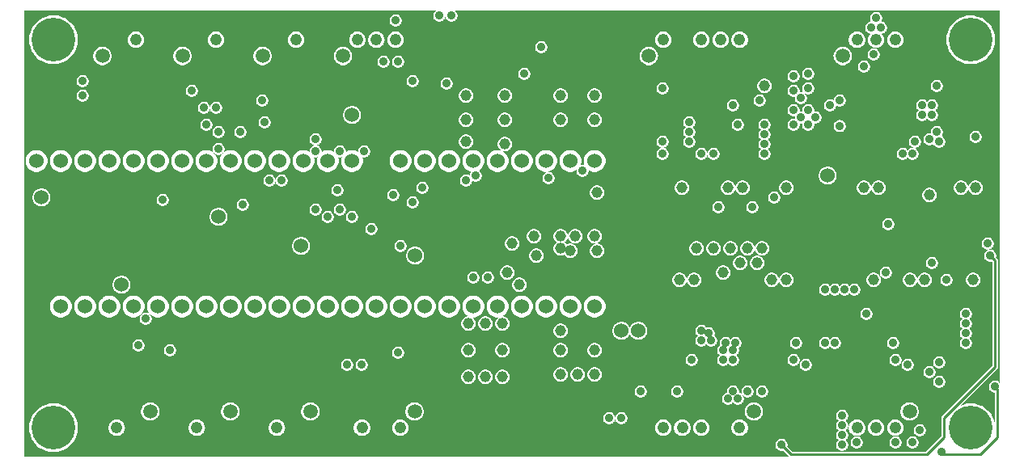
<source format=gbr>
G04 start of page 3 for group 1 idx 2 *
G04 Title: board, signal3 *
G04 Creator: pcb 20140316 *
G04 CreationDate: Mon 25 Sep 2017 03:50:36 AM GMT UTC *
G04 For: brian *
G04 Format: Gerber/RS-274X *
G04 PCB-Dimensions (mil): 6000.00 5000.00 *
G04 PCB-Coordinate-Origin: lower left *
%MOIN*%
%FSLAX25Y25*%
%LNGROUP1*%
%ADD55C,0.0118*%
%ADD54C,0.0380*%
%ADD53C,0.0437*%
%ADD52C,0.1285*%
%ADD51C,0.0279*%
%ADD50C,0.0350*%
%ADD49C,0.0200*%
%ADD48C,0.0280*%
%ADD47C,0.0360*%
%ADD46C,0.0460*%
%ADD45C,0.0278*%
%ADD44C,0.0600*%
%ADD43C,0.0597*%
%ADD42C,0.1800*%
%ADD41C,0.0480*%
%ADD40C,0.0100*%
%ADD39C,0.0001*%
G54D39*G36*
X306995Y196648D02*X307347Y196348D01*
X307911Y196002D01*
X307529Y195972D01*
X307070Y195862D01*
X306995Y195831D01*
Y196648D01*
G37*
G36*
Y256648D02*X307347Y256348D01*
X307951Y255978D01*
X308605Y255707D01*
X309074Y255594D01*
X308971Y255474D01*
X308766Y255138D01*
X308615Y254775D01*
X308523Y254392D01*
X308493Y254012D01*
X308474Y254029D01*
X308138Y254234D01*
X307775Y254385D01*
X307392Y254477D01*
X307000Y254508D01*
X306995Y254507D01*
Y256648D01*
G37*
G36*
X521996Y218710D02*X522225Y218615D01*
X522608Y218523D01*
X523000Y218492D01*
X523392Y218523D01*
X523705Y218598D01*
X523800Y218503D01*
Y175497D01*
X521996Y173693D01*
Y218710D01*
G37*
G36*
Y170299D02*X525815Y174118D01*
X525851Y174149D01*
X525974Y174292D01*
X525974Y174292D01*
X526073Y174454D01*
X526145Y174628D01*
X526189Y174812D01*
X526204Y175000D01*
X526200Y175047D01*
Y218953D01*
X526204Y219000D01*
X526189Y219188D01*
X526189Y219188D01*
X526145Y219372D01*
X526073Y219546D01*
X525974Y219708D01*
X525851Y219851D01*
X525815Y219882D01*
X525402Y220295D01*
X525477Y220608D01*
X525500Y221000D01*
X525477Y221392D01*
X525385Y221775D01*
X525234Y222138D01*
X525029Y222474D01*
X524773Y222773D01*
X524474Y223029D01*
X524138Y223234D01*
X523775Y223385D01*
X523392Y223477D01*
X523000Y223508D01*
X522608Y223477D01*
X522225Y223385D01*
X521996Y223290D01*
Y223493D01*
X522000Y223492D01*
X522392Y223523D01*
X522775Y223615D01*
X523138Y223766D01*
X523474Y223971D01*
X523773Y224227D01*
X524029Y224526D01*
X524234Y224862D01*
X524385Y225225D01*
X524477Y225608D01*
X524500Y226000D01*
X524477Y226392D01*
X524385Y226775D01*
X524234Y227138D01*
X524029Y227474D01*
X523773Y227773D01*
X523474Y228029D01*
X523138Y228234D01*
X522775Y228385D01*
X522392Y228477D01*
X522000Y228508D01*
X521996Y228507D01*
Y302825D01*
X522093Y302907D01*
X523115Y304104D01*
X523938Y305446D01*
X524540Y306900D01*
X524907Y308431D01*
X525000Y310000D01*
X524907Y311569D01*
X524540Y313100D01*
X523938Y314554D01*
X523115Y315896D01*
X522093Y317093D01*
X521996Y317175D01*
Y322000D01*
X527000D01*
Y168508D01*
X526773Y168773D01*
X526474Y169029D01*
X526138Y169234D01*
X525775Y169385D01*
X525392Y169477D01*
X525000Y169508D01*
X524608Y169477D01*
X524225Y169385D01*
X523862Y169234D01*
X523526Y169029D01*
X523227Y168773D01*
X522971Y168474D01*
X522766Y168138D01*
X522615Y167775D01*
X522523Y167392D01*
X522492Y167000D01*
X522523Y166608D01*
X522615Y166225D01*
X522766Y165862D01*
X522971Y165526D01*
X523227Y165227D01*
X523526Y164971D01*
X523862Y164766D01*
X524225Y164615D01*
X524608Y164523D01*
X524800Y164508D01*
Y152016D01*
X524540Y153100D01*
X523938Y154554D01*
X523115Y155896D01*
X522093Y157093D01*
X521996Y157175D01*
Y170299D01*
G37*
G36*
X516996Y322000D02*X521996D01*
Y317175D01*
X520896Y318115D01*
X519554Y318938D01*
X518100Y319540D01*
X516996Y319805D01*
Y322000D01*
G37*
G36*
X521996Y223290D02*X521862Y223234D01*
X521526Y223029D01*
X521227Y222773D01*
X520971Y222474D01*
X520766Y222138D01*
X520615Y221775D01*
X520523Y221392D01*
X520492Y221000D01*
X520523Y220608D01*
X520615Y220225D01*
X520766Y219862D01*
X520971Y219526D01*
X521227Y219227D01*
X521526Y218971D01*
X521862Y218766D01*
X521996Y218710D01*
Y173693D01*
X516996Y168693D01*
Y208165D01*
X517366Y208319D01*
X517769Y208565D01*
X518128Y208872D01*
X518435Y209231D01*
X518681Y209634D01*
X518862Y210070D01*
X518972Y210529D01*
X519000Y211000D01*
X518972Y211471D01*
X518862Y211930D01*
X518681Y212366D01*
X518435Y212769D01*
X518128Y213128D01*
X517769Y213435D01*
X517366Y213681D01*
X516996Y213835D01*
Y245991D01*
X517000Y245991D01*
X517471Y246028D01*
X517930Y246138D01*
X518366Y246319D01*
X518769Y246565D01*
X519128Y246872D01*
X519435Y247231D01*
X519681Y247634D01*
X519862Y248070D01*
X519972Y248529D01*
X520000Y249000D01*
X519972Y249471D01*
X519862Y249930D01*
X519681Y250366D01*
X519435Y250769D01*
X519128Y251128D01*
X518769Y251435D01*
X518366Y251681D01*
X517930Y251862D01*
X517471Y251972D01*
X517000Y252009D01*
X516996Y252009D01*
Y267493D01*
X517000Y267492D01*
X517392Y267523D01*
X517775Y267615D01*
X518138Y267766D01*
X518474Y267971D01*
X518773Y268227D01*
X519029Y268526D01*
X519234Y268862D01*
X519385Y269225D01*
X519477Y269608D01*
X519500Y270000D01*
X519477Y270392D01*
X519385Y270775D01*
X519234Y271138D01*
X519029Y271474D01*
X518773Y271773D01*
X518474Y272029D01*
X518138Y272234D01*
X517775Y272385D01*
X517392Y272477D01*
X517000Y272508D01*
X516996Y272507D01*
Y300195D01*
X518100Y300460D01*
X519554Y301062D01*
X520896Y301885D01*
X521996Y302825D01*
Y228507D01*
X521608Y228477D01*
X521225Y228385D01*
X520862Y228234D01*
X520526Y228029D01*
X520227Y227773D01*
X519971Y227474D01*
X519766Y227138D01*
X519615Y226775D01*
X519523Y226392D01*
X519492Y226000D01*
X519523Y225608D01*
X519615Y225225D01*
X519766Y224862D01*
X519971Y224526D01*
X520227Y224227D01*
X520526Y223971D01*
X520862Y223766D01*
X521225Y223615D01*
X521608Y223523D01*
X521996Y223493D01*
Y223290D01*
G37*
G36*
X504996Y322000D02*X516996D01*
Y319805D01*
X516569Y319907D01*
X515000Y320031D01*
X513431Y319907D01*
X511900Y319540D01*
X510446Y318938D01*
X509104Y318115D01*
X507907Y317093D01*
X506885Y315896D01*
X506062Y314554D01*
X505460Y313100D01*
X505093Y311569D01*
X504996Y310343D01*
Y322000D01*
G37*
G36*
X512996Y246760D02*X513128Y246872D01*
X513435Y247231D01*
X513681Y247634D01*
X513862Y248070D01*
X513972Y248529D01*
X513996Y248933D01*
X514028Y248529D01*
X514138Y248070D01*
X514319Y247634D01*
X514565Y247231D01*
X514872Y246872D01*
X515231Y246565D01*
X515634Y246319D01*
X516070Y246138D01*
X516529Y246028D01*
X516996Y245991D01*
Y213835D01*
X516930Y213862D01*
X516471Y213972D01*
X516000Y214009D01*
X515529Y213972D01*
X515070Y213862D01*
X514634Y213681D01*
X514231Y213435D01*
X513872Y213128D01*
X513565Y212769D01*
X513319Y212366D01*
X513138Y211930D01*
X513028Y211471D01*
X512996Y211069D01*
Y246760D01*
G37*
G36*
Y300197D02*X513431Y300093D01*
X515000Y299969D01*
X516569Y300093D01*
X516996Y300195D01*
Y272507D01*
X516608Y272477D01*
X516225Y272385D01*
X515862Y272234D01*
X515526Y272029D01*
X515227Y271773D01*
X514971Y271474D01*
X514766Y271138D01*
X514615Y270775D01*
X514523Y270392D01*
X514492Y270000D01*
X514523Y269608D01*
X514615Y269225D01*
X514766Y268862D01*
X514971Y268526D01*
X515227Y268227D01*
X515526Y267971D01*
X515862Y267766D01*
X516225Y267615D01*
X516608Y267523D01*
X516996Y267493D01*
Y252009D01*
X516529Y251972D01*
X516070Y251862D01*
X515634Y251681D01*
X515231Y251435D01*
X514872Y251128D01*
X514565Y250769D01*
X514319Y250366D01*
X514138Y249930D01*
X514028Y249471D01*
X513996Y249067D01*
X513972Y249471D01*
X513862Y249930D01*
X513681Y250366D01*
X513435Y250769D01*
X513128Y251128D01*
X512996Y251240D01*
Y300197D01*
G37*
G36*
X516996Y168693D02*X512996Y164693D01*
Y182493D01*
X513000Y182492D01*
X513392Y182523D01*
X513775Y182615D01*
X514138Y182766D01*
X514474Y182971D01*
X514773Y183227D01*
X515029Y183526D01*
X515234Y183862D01*
X515385Y184225D01*
X515477Y184608D01*
X515500Y185000D01*
X515477Y185392D01*
X515385Y185775D01*
X515234Y186138D01*
X515029Y186474D01*
X514773Y186773D01*
X514508Y187000D01*
X514773Y187227D01*
X515029Y187526D01*
X515234Y187862D01*
X515385Y188225D01*
X515477Y188608D01*
X515500Y189000D01*
X515477Y189392D01*
X515385Y189775D01*
X515234Y190138D01*
X515029Y190474D01*
X514773Y190773D01*
X514508Y191000D01*
X514773Y191227D01*
X515029Y191526D01*
X515234Y191862D01*
X515385Y192225D01*
X515477Y192608D01*
X515500Y193000D01*
X515477Y193392D01*
X515385Y193775D01*
X515234Y194138D01*
X515029Y194474D01*
X514773Y194773D01*
X514508Y195000D01*
X514773Y195227D01*
X515029Y195526D01*
X515234Y195862D01*
X515385Y196225D01*
X515477Y196608D01*
X515500Y197000D01*
X515477Y197392D01*
X515385Y197775D01*
X515234Y198138D01*
X515029Y198474D01*
X514773Y198773D01*
X514474Y199029D01*
X514138Y199234D01*
X513775Y199385D01*
X513392Y199477D01*
X513000Y199508D01*
X512996Y199507D01*
Y210931D01*
X513028Y210529D01*
X513138Y210070D01*
X513319Y209634D01*
X513565Y209231D01*
X513872Y208872D01*
X514231Y208565D01*
X514634Y208319D01*
X515070Y208138D01*
X515529Y208028D01*
X516000Y207991D01*
X516471Y208028D01*
X516930Y208138D01*
X516996Y208165D01*
Y168693D01*
G37*
G36*
X512996Y164693D02*X504996Y156693D01*
Y208493D01*
X505000Y208492D01*
X505392Y208523D01*
X505775Y208615D01*
X506138Y208766D01*
X506474Y208971D01*
X506773Y209227D01*
X507029Y209526D01*
X507234Y209862D01*
X507385Y210225D01*
X507477Y210608D01*
X507500Y211000D01*
X507477Y211392D01*
X507385Y211775D01*
X507234Y212138D01*
X507029Y212474D01*
X506773Y212773D01*
X506474Y213029D01*
X506138Y213234D01*
X505775Y213385D01*
X505392Y213477D01*
X505000Y213508D01*
X504996Y213507D01*
Y309657D01*
X505093Y308431D01*
X505460Y306900D01*
X506062Y305446D01*
X506885Y304104D01*
X507907Y302907D01*
X509104Y301885D01*
X510446Y301062D01*
X511900Y300460D01*
X512996Y300197D01*
Y251240D01*
X512769Y251435D01*
X512366Y251681D01*
X511930Y251862D01*
X511471Y251972D01*
X511000Y252009D01*
X510529Y251972D01*
X510070Y251862D01*
X509634Y251681D01*
X509231Y251435D01*
X508872Y251128D01*
X508565Y250769D01*
X508319Y250366D01*
X508138Y249930D01*
X508028Y249471D01*
X507991Y249000D01*
X508028Y248529D01*
X508138Y248070D01*
X508319Y247634D01*
X508565Y247231D01*
X508872Y246872D01*
X509231Y246565D01*
X509634Y246319D01*
X510070Y246138D01*
X510529Y246028D01*
X511000Y245991D01*
X511471Y246028D01*
X511930Y246138D01*
X512366Y246319D01*
X512769Y246565D01*
X512996Y246760D01*
Y211069D01*
X512991Y211000D01*
X512996Y210931D01*
Y199507D01*
X512608Y199477D01*
X512225Y199385D01*
X511862Y199234D01*
X511526Y199029D01*
X511227Y198773D01*
X510971Y198474D01*
X510766Y198138D01*
X510615Y197775D01*
X510523Y197392D01*
X510492Y197000D01*
X510523Y196608D01*
X510615Y196225D01*
X510766Y195862D01*
X510971Y195526D01*
X511227Y195227D01*
X511492Y195000D01*
X511227Y194773D01*
X510971Y194474D01*
X510766Y194138D01*
X510615Y193775D01*
X510523Y193392D01*
X510492Y193000D01*
X510523Y192608D01*
X510615Y192225D01*
X510766Y191862D01*
X510971Y191526D01*
X511227Y191227D01*
X511492Y191000D01*
X511227Y190773D01*
X510971Y190474D01*
X510766Y190138D01*
X510615Y189775D01*
X510523Y189392D01*
X510492Y189000D01*
X510523Y188608D01*
X510615Y188225D01*
X510766Y187862D01*
X510971Y187526D01*
X511227Y187227D01*
X511492Y187000D01*
X511227Y186773D01*
X510971Y186474D01*
X510766Y186138D01*
X510615Y185775D01*
X510523Y185392D01*
X510492Y185000D01*
X510523Y184608D01*
X510615Y184225D01*
X510766Y183862D01*
X510971Y183526D01*
X511227Y183227D01*
X511526Y182971D01*
X511862Y182766D01*
X512225Y182615D01*
X512608Y182523D01*
X512996Y182493D01*
Y164693D01*
G37*
G36*
X504996Y156693D02*X503185Y154882D01*
X503149Y154851D01*
X503026Y154708D01*
X502927Y154546D01*
X502855Y154372D01*
X502811Y154188D01*
X502796Y154000D01*
X502800Y153953D01*
Y146497D01*
X501996Y145693D01*
Y166493D01*
X502000Y166492D01*
X502392Y166523D01*
X502775Y166615D01*
X503138Y166766D01*
X503474Y166971D01*
X503773Y167227D01*
X504029Y167526D01*
X504234Y167862D01*
X504385Y168225D01*
X504477Y168608D01*
X504500Y169000D01*
X504477Y169392D01*
X504385Y169775D01*
X504234Y170138D01*
X504029Y170474D01*
X503773Y170773D01*
X503474Y171029D01*
X503138Y171234D01*
X502775Y171385D01*
X502392Y171477D01*
X502000Y171508D01*
X501996Y171507D01*
Y174493D01*
X502000Y174492D01*
X502392Y174523D01*
X502775Y174615D01*
X503138Y174766D01*
X503474Y174971D01*
X503773Y175227D01*
X504029Y175526D01*
X504234Y175862D01*
X504385Y176225D01*
X504477Y176608D01*
X504500Y177000D01*
X504477Y177392D01*
X504385Y177775D01*
X504234Y178138D01*
X504029Y178474D01*
X503773Y178773D01*
X503474Y179029D01*
X503138Y179234D01*
X502775Y179385D01*
X502392Y179477D01*
X502000Y179508D01*
X501996Y179507D01*
Y265493D01*
X502000Y265492D01*
X502392Y265523D01*
X502775Y265615D01*
X503138Y265766D01*
X503474Y265971D01*
X503773Y266227D01*
X504029Y266526D01*
X504234Y266862D01*
X504385Y267225D01*
X504477Y267608D01*
X504500Y268000D01*
X504477Y268392D01*
X504385Y268775D01*
X504234Y269138D01*
X504029Y269474D01*
X503773Y269773D01*
X503474Y270029D01*
X503138Y270234D01*
X502873Y270344D01*
X503029Y270526D01*
X503234Y270862D01*
X503385Y271225D01*
X503477Y271608D01*
X503500Y272000D01*
X503477Y272392D01*
X503385Y272775D01*
X503234Y273138D01*
X503029Y273474D01*
X502773Y273773D01*
X502474Y274029D01*
X502138Y274234D01*
X501996Y274293D01*
Y288707D01*
X502138Y288766D01*
X502474Y288971D01*
X502773Y289227D01*
X503029Y289526D01*
X503234Y289862D01*
X503385Y290225D01*
X503477Y290608D01*
X503500Y291000D01*
X503477Y291392D01*
X503385Y291775D01*
X503234Y292138D01*
X503029Y292474D01*
X502773Y292773D01*
X502474Y293029D01*
X502138Y293234D01*
X501996Y293293D01*
Y322000D01*
X504996D01*
Y310343D01*
X504969Y310000D01*
X504996Y309657D01*
Y213507D01*
X504608Y213477D01*
X504225Y213385D01*
X503862Y213234D01*
X503526Y213029D01*
X503227Y212773D01*
X502971Y212474D01*
X502766Y212138D01*
X502615Y211775D01*
X502523Y211392D01*
X502492Y211000D01*
X502523Y210608D01*
X502615Y210225D01*
X502766Y209862D01*
X502971Y209526D01*
X503227Y209227D01*
X503526Y208971D01*
X503862Y208766D01*
X504225Y208615D01*
X504608Y208523D01*
X504996Y208493D01*
Y156693D01*
G37*
G36*
X501996Y293293D02*X501775Y293385D01*
X501392Y293477D01*
X501000Y293508D01*
X500608Y293477D01*
X500225Y293385D01*
X499862Y293234D01*
X499526Y293029D01*
X499227Y292773D01*
X498996Y292503D01*
Y322000D01*
X501996D01*
Y293293D01*
G37*
G36*
Y274293D02*X501775Y274385D01*
X501392Y274477D01*
X501000Y274508D01*
X500608Y274477D01*
X500225Y274385D01*
X499862Y274234D01*
X499526Y274029D01*
X499227Y273773D01*
X498996Y273503D01*
Y276493D01*
X499000Y276492D01*
X499392Y276523D01*
X499775Y276615D01*
X500138Y276766D01*
X500474Y276971D01*
X500773Y277227D01*
X501029Y277526D01*
X501234Y277862D01*
X501385Y278225D01*
X501477Y278608D01*
X501500Y279000D01*
X501477Y279392D01*
X501385Y279775D01*
X501234Y280138D01*
X501029Y280474D01*
X500773Y280773D01*
X500508Y281000D01*
X500773Y281227D01*
X501029Y281526D01*
X501234Y281862D01*
X501385Y282225D01*
X501477Y282608D01*
X501500Y283000D01*
X501477Y283392D01*
X501385Y283775D01*
X501234Y284138D01*
X501029Y284474D01*
X500773Y284773D01*
X500474Y285029D01*
X500138Y285234D01*
X499775Y285385D01*
X499392Y285477D01*
X499000Y285508D01*
X498996Y285507D01*
Y289497D01*
X499227Y289227D01*
X499526Y288971D01*
X499862Y288766D01*
X500225Y288615D01*
X500608Y288523D01*
X501000Y288492D01*
X501392Y288523D01*
X501775Y288615D01*
X501996Y288707D01*
Y274293D01*
G37*
G36*
Y145693D02*X498996Y142693D01*
Y170707D01*
X499138Y170766D01*
X499474Y170971D01*
X499773Y171227D01*
X500029Y171526D01*
X500234Y171862D01*
X500385Y172225D01*
X500477Y172608D01*
X500500Y173000D01*
X500477Y173392D01*
X500385Y173775D01*
X500234Y174138D01*
X500029Y174474D01*
X499773Y174773D01*
X499474Y175029D01*
X499138Y175234D01*
X498996Y175293D01*
Y210935D01*
X499000Y211000D01*
X498996Y211065D01*
Y215493D01*
X499000Y215492D01*
X499392Y215523D01*
X499775Y215615D01*
X500138Y215766D01*
X500474Y215971D01*
X500773Y216227D01*
X501029Y216526D01*
X501234Y216862D01*
X501385Y217225D01*
X501477Y217608D01*
X501500Y218000D01*
X501477Y218392D01*
X501385Y218775D01*
X501234Y219138D01*
X501029Y219474D01*
X500773Y219773D01*
X500474Y220029D01*
X500138Y220234D01*
X499775Y220385D01*
X499392Y220477D01*
X499000Y220508D01*
X498996Y220507D01*
Y243165D01*
X499366Y243319D01*
X499769Y243565D01*
X500128Y243872D01*
X500435Y244231D01*
X500681Y244634D01*
X500862Y245070D01*
X500972Y245529D01*
X501000Y246000D01*
X500972Y246471D01*
X500862Y246930D01*
X500681Y247366D01*
X500435Y247769D01*
X500128Y248128D01*
X499769Y248435D01*
X499366Y248681D01*
X498996Y248835D01*
Y266707D01*
X499138Y266766D01*
X499474Y266971D01*
X499656Y267127D01*
X499766Y266862D01*
X499971Y266526D01*
X500227Y266227D01*
X500526Y265971D01*
X500862Y265766D01*
X501225Y265615D01*
X501608Y265523D01*
X501996Y265493D01*
Y179507D01*
X501608Y179477D01*
X501225Y179385D01*
X500862Y179234D01*
X500526Y179029D01*
X500227Y178773D01*
X499971Y178474D01*
X499766Y178138D01*
X499615Y177775D01*
X499523Y177392D01*
X499492Y177000D01*
X499523Y176608D01*
X499615Y176225D01*
X499766Y175862D01*
X499971Y175526D01*
X500227Y175227D01*
X500526Y174971D01*
X500862Y174766D01*
X501225Y174615D01*
X501608Y174523D01*
X501996Y174493D01*
Y171507D01*
X501608Y171477D01*
X501225Y171385D01*
X500862Y171234D01*
X500526Y171029D01*
X500227Y170773D01*
X499971Y170474D01*
X499766Y170138D01*
X499615Y169775D01*
X499523Y169392D01*
X499492Y169000D01*
X499523Y168608D01*
X499615Y168225D01*
X499766Y167862D01*
X499971Y167526D01*
X500227Y167227D01*
X500526Y166971D01*
X500862Y166766D01*
X501225Y166615D01*
X501608Y166523D01*
X501996Y166493D01*
Y145693D01*
G37*
G36*
X510768Y159071D02*X521996Y170299D01*
Y157175D01*
X520896Y158115D01*
X519554Y158938D01*
X518100Y159540D01*
X516569Y159907D01*
X515000Y160031D01*
X513431Y159907D01*
X511900Y159540D01*
X510768Y159071D01*
G37*
G36*
X491996Y322000D02*X498996D01*
Y292503D01*
X498971Y292474D01*
X498766Y292138D01*
X498615Y291775D01*
X498523Y291392D01*
X498492Y291000D01*
X498523Y290608D01*
X498615Y290225D01*
X498766Y289862D01*
X498971Y289526D01*
X498996Y289497D01*
Y285507D01*
X498608Y285477D01*
X498225Y285385D01*
X497862Y285234D01*
X497526Y285029D01*
X497227Y284773D01*
X497000Y284508D01*
X496773Y284773D01*
X496474Y285029D01*
X496138Y285234D01*
X495775Y285385D01*
X495392Y285477D01*
X495000Y285508D01*
X494608Y285477D01*
X494225Y285385D01*
X493862Y285234D01*
X493526Y285029D01*
X493227Y284773D01*
X492971Y284474D01*
X492766Y284138D01*
X492615Y283775D01*
X492523Y283392D01*
X492492Y283000D01*
X492523Y282608D01*
X492615Y282225D01*
X492766Y281862D01*
X492971Y281526D01*
X493227Y281227D01*
X493492Y281000D01*
X493227Y280773D01*
X492971Y280474D01*
X492766Y280138D01*
X492615Y279775D01*
X492523Y279392D01*
X492492Y279000D01*
X492523Y278608D01*
X492615Y278225D01*
X492766Y277862D01*
X492971Y277526D01*
X493227Y277227D01*
X493526Y276971D01*
X493862Y276766D01*
X494225Y276615D01*
X494608Y276523D01*
X495000Y276492D01*
X495392Y276523D01*
X495775Y276615D01*
X496138Y276766D01*
X496474Y276971D01*
X496773Y277227D01*
X497000Y277492D01*
X497227Y277227D01*
X497526Y276971D01*
X497862Y276766D01*
X498225Y276615D01*
X498608Y276523D01*
X498996Y276493D01*
Y273503D01*
X498971Y273474D01*
X498766Y273138D01*
X498615Y272775D01*
X498523Y272392D01*
X498492Y272000D01*
X498523Y271608D01*
X498565Y271435D01*
X498392Y271477D01*
X498000Y271508D01*
X497608Y271477D01*
X497225Y271385D01*
X496862Y271234D01*
X496526Y271029D01*
X496227Y270773D01*
X495971Y270474D01*
X495766Y270138D01*
X495615Y269775D01*
X495523Y269392D01*
X495492Y269000D01*
X495523Y268608D01*
X495615Y268225D01*
X495766Y267862D01*
X495971Y267526D01*
X496227Y267227D01*
X496526Y266971D01*
X496862Y266766D01*
X497225Y266615D01*
X497608Y266523D01*
X498000Y266492D01*
X498392Y266523D01*
X498775Y266615D01*
X498996Y266707D01*
Y248835D01*
X498930Y248862D01*
X498471Y248972D01*
X498000Y249009D01*
X497529Y248972D01*
X497070Y248862D01*
X496634Y248681D01*
X496231Y248435D01*
X495872Y248128D01*
X495565Y247769D01*
X495319Y247366D01*
X495138Y246930D01*
X495028Y246471D01*
X494991Y246000D01*
X495028Y245529D01*
X495138Y245070D01*
X495319Y244634D01*
X495565Y244231D01*
X495872Y243872D01*
X496231Y243565D01*
X496634Y243319D01*
X497070Y243138D01*
X497529Y243028D01*
X498000Y242991D01*
X498471Y243028D01*
X498930Y243138D01*
X498996Y243165D01*
Y220507D01*
X498608Y220477D01*
X498225Y220385D01*
X497862Y220234D01*
X497526Y220029D01*
X497227Y219773D01*
X496971Y219474D01*
X496766Y219138D01*
X496615Y218775D01*
X496523Y218392D01*
X496492Y218000D01*
X496523Y217608D01*
X496615Y217225D01*
X496766Y216862D01*
X496971Y216526D01*
X497227Y216227D01*
X497526Y215971D01*
X497862Y215766D01*
X498225Y215615D01*
X498608Y215523D01*
X498996Y215493D01*
Y211065D01*
X498972Y211471D01*
X498862Y211930D01*
X498681Y212366D01*
X498435Y212769D01*
X498128Y213128D01*
X497769Y213435D01*
X497366Y213681D01*
X496930Y213862D01*
X496471Y213972D01*
X496000Y214009D01*
X495529Y213972D01*
X495070Y213862D01*
X494634Y213681D01*
X494231Y213435D01*
X493872Y213128D01*
X493565Y212769D01*
X493319Y212366D01*
X493138Y211930D01*
X493028Y211471D01*
X492996Y211067D01*
X492972Y211471D01*
X492862Y211930D01*
X492681Y212366D01*
X492435Y212769D01*
X492128Y213128D01*
X491996Y213240D01*
Y260707D01*
X492138Y260766D01*
X492474Y260971D01*
X492773Y261227D01*
X493029Y261526D01*
X493234Y261862D01*
X493385Y262225D01*
X493477Y262608D01*
X493500Y263000D01*
X493477Y263392D01*
X493385Y263775D01*
X493234Y264138D01*
X493029Y264474D01*
X492773Y264773D01*
X492474Y265029D01*
X492138Y265234D01*
X491996Y265293D01*
Y265493D01*
X492000Y265492D01*
X492392Y265523D01*
X492775Y265615D01*
X493138Y265766D01*
X493474Y265971D01*
X493773Y266227D01*
X494029Y266526D01*
X494234Y266862D01*
X494385Y267225D01*
X494477Y267608D01*
X494500Y268000D01*
X494477Y268392D01*
X494385Y268775D01*
X494234Y269138D01*
X494029Y269474D01*
X493773Y269773D01*
X493474Y270029D01*
X493138Y270234D01*
X492775Y270385D01*
X492392Y270477D01*
X492000Y270508D01*
X491996Y270507D01*
Y322000D01*
G37*
G36*
Y213240D02*X491769Y213435D01*
X491366Y213681D01*
X490930Y213862D01*
X490471Y213972D01*
X490000Y214009D01*
X489529Y213972D01*
X489070Y213862D01*
X488996Y213831D01*
Y261488D01*
X489000Y261492D01*
X489227Y261227D01*
X489526Y260971D01*
X489862Y260766D01*
X490225Y260615D01*
X490608Y260523D01*
X491000Y260492D01*
X491392Y260523D01*
X491775Y260615D01*
X491996Y260707D01*
Y213240D01*
G37*
G36*
X488996Y322000D02*X491996D01*
Y270507D01*
X491608Y270477D01*
X491225Y270385D01*
X490862Y270234D01*
X490526Y270029D01*
X490227Y269773D01*
X489971Y269474D01*
X489766Y269138D01*
X489615Y268775D01*
X489523Y268392D01*
X489492Y268000D01*
X489523Y267608D01*
X489615Y267225D01*
X489766Y266862D01*
X489971Y266526D01*
X490227Y266227D01*
X490526Y265971D01*
X490862Y265766D01*
X491225Y265615D01*
X491608Y265523D01*
X491996Y265493D01*
Y265293D01*
X491775Y265385D01*
X491392Y265477D01*
X491000Y265508D01*
X490608Y265477D01*
X490225Y265385D01*
X489862Y265234D01*
X489526Y265029D01*
X489227Y264773D01*
X489000Y264508D01*
X488996Y264512D01*
Y322000D01*
G37*
G36*
X498996Y142693D02*X496503Y140200D01*
X493996D01*
Y146493D01*
X494000Y146492D01*
X494392Y146523D01*
X494775Y146615D01*
X495138Y146766D01*
X495474Y146971D01*
X495773Y147227D01*
X496029Y147526D01*
X496234Y147862D01*
X496385Y148225D01*
X496477Y148608D01*
X496500Y149000D01*
X496477Y149392D01*
X496385Y149775D01*
X496234Y150138D01*
X496029Y150474D01*
X495773Y150773D01*
X495474Y151029D01*
X495138Y151234D01*
X494775Y151385D01*
X494392Y151477D01*
X494000Y151508D01*
X493996Y151507D01*
Y208766D01*
X494231Y208565D01*
X494634Y208319D01*
X495070Y208138D01*
X495529Y208028D01*
X496000Y207991D01*
X496471Y208028D01*
X496930Y208138D01*
X497366Y208319D01*
X497769Y208565D01*
X498128Y208872D01*
X498435Y209231D01*
X498681Y209634D01*
X498862Y210070D01*
X498972Y210529D01*
X498996Y210935D01*
Y175293D01*
X498775Y175385D01*
X498392Y175477D01*
X498000Y175508D01*
X497608Y175477D01*
X497225Y175385D01*
X496862Y175234D01*
X496526Y175029D01*
X496227Y174773D01*
X495971Y174474D01*
X495766Y174138D01*
X495615Y173775D01*
X495523Y173392D01*
X495492Y173000D01*
X495523Y172608D01*
X495615Y172225D01*
X495766Y171862D01*
X495971Y171526D01*
X496227Y171227D01*
X496526Y170971D01*
X496862Y170766D01*
X497225Y170615D01*
X497608Y170523D01*
X498000Y170492D01*
X498392Y170523D01*
X498775Y170615D01*
X498996Y170707D01*
Y142693D01*
G37*
G36*
X493996Y140200D02*X488996D01*
Y142497D01*
X489227Y142227D01*
X489526Y141971D01*
X489862Y141766D01*
X490225Y141615D01*
X490608Y141523D01*
X491000Y141492D01*
X491392Y141523D01*
X491775Y141615D01*
X492138Y141766D01*
X492474Y141971D01*
X492773Y142227D01*
X493029Y142526D01*
X493234Y142862D01*
X493385Y143225D01*
X493477Y143608D01*
X493500Y144000D01*
X493477Y144392D01*
X493385Y144775D01*
X493234Y145138D01*
X493029Y145474D01*
X492773Y145773D01*
X492474Y146029D01*
X492138Y146234D01*
X491775Y146385D01*
X491392Y146477D01*
X491000Y146508D01*
X490608Y146477D01*
X490225Y146385D01*
X489862Y146234D01*
X489526Y146029D01*
X489227Y145773D01*
X488996Y145503D01*
Y152989D01*
X489186Y152943D01*
X489780Y152896D01*
X490374Y152943D01*
X490953Y153082D01*
X491504Y153310D01*
X492012Y153621D01*
X492465Y154008D01*
X492852Y154461D01*
X493163Y154969D01*
X493391Y155520D01*
X493530Y156099D01*
X493565Y156693D01*
X493530Y157287D01*
X493391Y157866D01*
X493163Y158417D01*
X492852Y158925D01*
X492465Y159378D01*
X492012Y159765D01*
X491504Y160076D01*
X490953Y160304D01*
X490374Y160443D01*
X489780Y160490D01*
X489186Y160443D01*
X488996Y160397D01*
Y173493D01*
X489000Y173492D01*
X489392Y173523D01*
X489775Y173615D01*
X490138Y173766D01*
X490474Y173971D01*
X490773Y174227D01*
X491029Y174526D01*
X491234Y174862D01*
X491385Y175225D01*
X491477Y175608D01*
X491500Y176000D01*
X491477Y176392D01*
X491385Y176775D01*
X491234Y177138D01*
X491029Y177474D01*
X490773Y177773D01*
X490474Y178029D01*
X490138Y178234D01*
X489775Y178385D01*
X489392Y178477D01*
X489000Y178508D01*
X488996Y178507D01*
Y208169D01*
X489070Y208138D01*
X489529Y208028D01*
X490000Y207991D01*
X490471Y208028D01*
X490930Y208138D01*
X491366Y208319D01*
X491769Y208565D01*
X492128Y208872D01*
X492435Y209231D01*
X492681Y209634D01*
X492862Y210070D01*
X492972Y210529D01*
X492996Y210933D01*
X493028Y210529D01*
X493138Y210070D01*
X493319Y209634D01*
X493565Y209231D01*
X493872Y208872D01*
X493996Y208766D01*
Y151507D01*
X493608Y151477D01*
X493225Y151385D01*
X492862Y151234D01*
X492526Y151029D01*
X492227Y150773D01*
X491971Y150474D01*
X491766Y150138D01*
X491615Y149775D01*
X491523Y149392D01*
X491492Y149000D01*
X491523Y148608D01*
X491615Y148225D01*
X491766Y147862D01*
X491971Y147526D01*
X492227Y147227D01*
X492526Y146971D01*
X492862Y146766D01*
X493225Y146615D01*
X493608Y146523D01*
X493996Y146493D01*
Y140200D01*
G37*
G36*
X488996D02*X482996D01*
Y141710D01*
X483225Y141615D01*
X483608Y141523D01*
X484000Y141492D01*
X484392Y141523D01*
X484775Y141615D01*
X485138Y141766D01*
X485474Y141971D01*
X485773Y142227D01*
X486029Y142526D01*
X486234Y142862D01*
X486385Y143225D01*
X486477Y143608D01*
X486500Y144000D01*
X486477Y144392D01*
X486385Y144775D01*
X486234Y145138D01*
X486029Y145474D01*
X485773Y145773D01*
X485474Y146029D01*
X485138Y146234D01*
X484775Y146385D01*
X484392Y146477D01*
X484000Y146508D01*
X483608Y146477D01*
X483225Y146385D01*
X482996Y146290D01*
Y146717D01*
X483341Y146634D01*
X483874Y146592D01*
X484407Y146634D01*
X484927Y146759D01*
X485421Y146963D01*
X485877Y147243D01*
X486284Y147590D01*
X486631Y147997D01*
X486911Y148453D01*
X487115Y148947D01*
X487240Y149467D01*
X487272Y150000D01*
X487240Y150533D01*
X487115Y151053D01*
X486911Y151547D01*
X486631Y152003D01*
X486284Y152410D01*
X485877Y152757D01*
X485421Y153037D01*
X484927Y153241D01*
X484407Y153366D01*
X483874Y153408D01*
X483341Y153366D01*
X482996Y153283D01*
Y175710D01*
X483225Y175615D01*
X483608Y175523D01*
X484000Y175492D01*
X484392Y175523D01*
X484775Y175615D01*
X485138Y175766D01*
X485474Y175971D01*
X485773Y176227D01*
X486029Y176526D01*
X486234Y176862D01*
X486385Y177225D01*
X486477Y177608D01*
X486500Y178000D01*
X486477Y178392D01*
X486385Y178775D01*
X486234Y179138D01*
X486029Y179474D01*
X485773Y179773D01*
X485474Y180029D01*
X485138Y180234D01*
X484775Y180385D01*
X484392Y180477D01*
X484000Y180508D01*
X483608Y180477D01*
X483225Y180385D01*
X482996Y180290D01*
Y182493D01*
X483000Y182492D01*
X483392Y182523D01*
X483775Y182615D01*
X484138Y182766D01*
X484474Y182971D01*
X484773Y183227D01*
X485029Y183526D01*
X485234Y183862D01*
X485385Y184225D01*
X485477Y184608D01*
X485500Y185000D01*
X485477Y185392D01*
X485385Y185775D01*
X485234Y186138D01*
X485029Y186474D01*
X484773Y186773D01*
X484474Y187029D01*
X484138Y187234D01*
X483775Y187385D01*
X483392Y187477D01*
X483000Y187508D01*
X482996Y187507D01*
Y232488D01*
X483029Y232526D01*
X483234Y232862D01*
X483385Y233225D01*
X483477Y233608D01*
X483500Y234000D01*
X483477Y234392D01*
X483385Y234775D01*
X483234Y235138D01*
X483029Y235474D01*
X482996Y235512D01*
Y306717D01*
X483341Y306634D01*
X483874Y306592D01*
X484407Y306634D01*
X484927Y306759D01*
X485421Y306963D01*
X485877Y307243D01*
X486284Y307590D01*
X486631Y307997D01*
X486911Y308453D01*
X487115Y308947D01*
X487240Y309467D01*
X487272Y310000D01*
X487240Y310533D01*
X487115Y311053D01*
X486911Y311547D01*
X486631Y312003D01*
X486284Y312410D01*
X485877Y312757D01*
X485421Y313037D01*
X484927Y313241D01*
X484407Y313366D01*
X483874Y313408D01*
X483341Y313366D01*
X482996Y313283D01*
Y322000D01*
X488996D01*
Y264512D01*
X488773Y264773D01*
X488474Y265029D01*
X488138Y265234D01*
X487775Y265385D01*
X487392Y265477D01*
X487000Y265508D01*
X486608Y265477D01*
X486225Y265385D01*
X485862Y265234D01*
X485526Y265029D01*
X485227Y264773D01*
X484971Y264474D01*
X484766Y264138D01*
X484615Y263775D01*
X484523Y263392D01*
X484492Y263000D01*
X484523Y262608D01*
X484615Y262225D01*
X484766Y261862D01*
X484971Y261526D01*
X485227Y261227D01*
X485526Y260971D01*
X485862Y260766D01*
X486225Y260615D01*
X486608Y260523D01*
X487000Y260492D01*
X487392Y260523D01*
X487775Y260615D01*
X488138Y260766D01*
X488474Y260971D01*
X488773Y261227D01*
X488996Y261488D01*
Y213831D01*
X488634Y213681D01*
X488231Y213435D01*
X487872Y213128D01*
X487565Y212769D01*
X487319Y212366D01*
X487138Y211930D01*
X487028Y211471D01*
X486991Y211000D01*
X487028Y210529D01*
X487138Y210070D01*
X487319Y209634D01*
X487565Y209231D01*
X487872Y208872D01*
X488231Y208565D01*
X488634Y208319D01*
X488996Y208169D01*
Y178507D01*
X488608Y178477D01*
X488225Y178385D01*
X487862Y178234D01*
X487526Y178029D01*
X487227Y177773D01*
X486971Y177474D01*
X486766Y177138D01*
X486615Y176775D01*
X486523Y176392D01*
X486492Y176000D01*
X486523Y175608D01*
X486615Y175225D01*
X486766Y174862D01*
X486971Y174526D01*
X487227Y174227D01*
X487526Y173971D01*
X487862Y173766D01*
X488225Y173615D01*
X488608Y173523D01*
X488996Y173493D01*
Y160397D01*
X488607Y160304D01*
X488056Y160076D01*
X487548Y159765D01*
X487095Y159378D01*
X486708Y158925D01*
X486397Y158417D01*
X486169Y157866D01*
X486030Y157287D01*
X485983Y156693D01*
X486030Y156099D01*
X486169Y155520D01*
X486397Y154969D01*
X486708Y154461D01*
X487095Y154008D01*
X487548Y153621D01*
X488056Y153310D01*
X488607Y153082D01*
X488996Y152989D01*
Y145503D01*
X488971Y145474D01*
X488766Y145138D01*
X488615Y144775D01*
X488523Y144392D01*
X488492Y144000D01*
X488523Y143608D01*
X488615Y143225D01*
X488766Y142862D01*
X488971Y142526D01*
X488996Y142497D01*
Y140200D01*
G37*
G36*
X479996Y248935D02*X480000Y249000D01*
X479996Y249065D01*
Y313488D01*
X480029Y313526D01*
X480234Y313862D01*
X480385Y314225D01*
X480477Y314608D01*
X480500Y315000D01*
X480477Y315392D01*
X480385Y315775D01*
X480234Y316138D01*
X480029Y316474D01*
X479996Y316512D01*
Y322000D01*
X482996D01*
Y313283D01*
X482821Y313241D01*
X482327Y313037D01*
X481871Y312757D01*
X481464Y312410D01*
X481117Y312003D01*
X480837Y311547D01*
X480633Y311053D01*
X480508Y310533D01*
X480466Y310000D01*
X480508Y309467D01*
X480633Y308947D01*
X480837Y308453D01*
X481117Y307997D01*
X481464Y307590D01*
X481871Y307243D01*
X482327Y306963D01*
X482821Y306759D01*
X482996Y306717D01*
Y235512D01*
X482773Y235773D01*
X482474Y236029D01*
X482138Y236234D01*
X481775Y236385D01*
X481392Y236477D01*
X481000Y236508D01*
X480608Y236477D01*
X480225Y236385D01*
X479996Y236290D01*
Y248935D01*
G37*
G36*
X482996Y140200D02*X479996D01*
Y211493D01*
X480000Y211492D01*
X480392Y211523D01*
X480775Y211615D01*
X481138Y211766D01*
X481474Y211971D01*
X481773Y212227D01*
X482029Y212526D01*
X482234Y212862D01*
X482385Y213225D01*
X482477Y213608D01*
X482500Y214000D01*
X482477Y214392D01*
X482385Y214775D01*
X482234Y215138D01*
X482029Y215474D01*
X481773Y215773D01*
X481474Y216029D01*
X481138Y216234D01*
X480775Y216385D01*
X480392Y216477D01*
X480000Y216508D01*
X479996Y216507D01*
Y231710D01*
X480225Y231615D01*
X480608Y231523D01*
X481000Y231492D01*
X481392Y231523D01*
X481775Y231615D01*
X482138Y231766D01*
X482474Y231971D01*
X482773Y232227D01*
X482996Y232488D01*
Y187507D01*
X482608Y187477D01*
X482225Y187385D01*
X481862Y187234D01*
X481526Y187029D01*
X481227Y186773D01*
X480971Y186474D01*
X480766Y186138D01*
X480615Y185775D01*
X480523Y185392D01*
X480492Y185000D01*
X480523Y184608D01*
X480615Y184225D01*
X480766Y183862D01*
X480971Y183526D01*
X481227Y183227D01*
X481526Y182971D01*
X481862Y182766D01*
X482225Y182615D01*
X482608Y182523D01*
X482996Y182493D01*
Y180290D01*
X482862Y180234D01*
X482526Y180029D01*
X482227Y179773D01*
X481971Y179474D01*
X481766Y179138D01*
X481615Y178775D01*
X481523Y178392D01*
X481492Y178000D01*
X481523Y177608D01*
X481615Y177225D01*
X481766Y176862D01*
X481971Y176526D01*
X482227Y176227D01*
X482526Y175971D01*
X482862Y175766D01*
X482996Y175710D01*
Y153283D01*
X482821Y153241D01*
X482327Y153037D01*
X481871Y152757D01*
X481464Y152410D01*
X481117Y152003D01*
X480837Y151547D01*
X480633Y151053D01*
X480508Y150533D01*
X480466Y150000D01*
X480508Y149467D01*
X480633Y148947D01*
X480837Y148453D01*
X481117Y147997D01*
X481464Y147590D01*
X481871Y147243D01*
X482327Y146963D01*
X482821Y146759D01*
X482996Y146717D01*
Y146290D01*
X482862Y146234D01*
X482526Y146029D01*
X482227Y145773D01*
X481971Y145474D01*
X481766Y145138D01*
X481615Y144775D01*
X481523Y144392D01*
X481492Y144000D01*
X481523Y143608D01*
X481615Y143225D01*
X481766Y142862D01*
X481971Y142526D01*
X482227Y142227D01*
X482526Y141971D01*
X482862Y141766D01*
X482996Y141710D01*
Y140200D01*
G37*
G36*
X479996Y316512D02*X479773Y316773D01*
X479474Y317029D01*
X479138Y317234D01*
X478775Y317385D01*
X478392Y317477D01*
X478012Y317507D01*
X478029Y317526D01*
X478234Y317862D01*
X478385Y318225D01*
X478477Y318608D01*
X478500Y319000D01*
X478477Y319392D01*
X478385Y319775D01*
X478234Y320138D01*
X478029Y320474D01*
X477773Y320773D01*
X477474Y321029D01*
X477138Y321234D01*
X476775Y321385D01*
X476392Y321477D01*
X476000Y321508D01*
X475608Y321477D01*
X475225Y321385D01*
X474996Y321290D01*
Y322000D01*
X479996D01*
Y316512D01*
G37*
G36*
Y249065D02*X479972Y249471D01*
X479862Y249930D01*
X479681Y250366D01*
X479435Y250769D01*
X479128Y251128D01*
X478769Y251435D01*
X478366Y251681D01*
X477930Y251862D01*
X477471Y251972D01*
X477000Y252009D01*
X476529Y251972D01*
X476070Y251862D01*
X475634Y251681D01*
X475231Y251435D01*
X474996Y251234D01*
Y301493D01*
X475000Y301492D01*
X475392Y301523D01*
X475775Y301615D01*
X476138Y301766D01*
X476474Y301971D01*
X476773Y302227D01*
X477029Y302526D01*
X477234Y302862D01*
X477385Y303225D01*
X477477Y303608D01*
X477500Y304000D01*
X477477Y304392D01*
X477385Y304775D01*
X477234Y305138D01*
X477029Y305474D01*
X476773Y305773D01*
X476474Y306029D01*
X476138Y306234D01*
X475775Y306385D01*
X475392Y306477D01*
X475000Y306508D01*
X474996Y306507D01*
Y306747D01*
X475467Y306634D01*
X476000Y306592D01*
X476533Y306634D01*
X477053Y306759D01*
X477547Y306963D01*
X478003Y307243D01*
X478410Y307590D01*
X478757Y307997D01*
X479037Y308453D01*
X479241Y308947D01*
X479366Y309467D01*
X479398Y310000D01*
X479366Y310533D01*
X479241Y311053D01*
X479037Y311547D01*
X478757Y312003D01*
X478410Y312410D01*
X478287Y312515D01*
X478392Y312523D01*
X478775Y312615D01*
X479138Y312766D01*
X479474Y312971D01*
X479773Y313227D01*
X479996Y313488D01*
Y249065D01*
G37*
G36*
Y140200D02*X474996D01*
Y146747D01*
X475467Y146634D01*
X476000Y146592D01*
X476533Y146634D01*
X477053Y146759D01*
X477547Y146963D01*
X478003Y147243D01*
X478410Y147590D01*
X478757Y147997D01*
X479037Y148453D01*
X479241Y148947D01*
X479366Y149467D01*
X479398Y150000D01*
X479366Y150533D01*
X479241Y151053D01*
X479037Y151547D01*
X478757Y152003D01*
X478410Y152410D01*
X478003Y152757D01*
X477547Y153037D01*
X477053Y153241D01*
X476533Y153366D01*
X476000Y153408D01*
X475467Y153366D01*
X474996Y153253D01*
Y207991D01*
X475000Y207991D01*
X475471Y208028D01*
X475930Y208138D01*
X476366Y208319D01*
X476769Y208565D01*
X477128Y208872D01*
X477435Y209231D01*
X477681Y209634D01*
X477862Y210070D01*
X477972Y210529D01*
X478000Y211000D01*
X477972Y211471D01*
X477862Y211930D01*
X477681Y212366D01*
X477435Y212769D01*
X477128Y213128D01*
X476769Y213435D01*
X476366Y213681D01*
X475930Y213862D01*
X475471Y213972D01*
X475000Y214009D01*
X474996Y214009D01*
Y246766D01*
X475231Y246565D01*
X475634Y246319D01*
X476070Y246138D01*
X476529Y246028D01*
X477000Y245991D01*
X477471Y246028D01*
X477930Y246138D01*
X478366Y246319D01*
X478769Y246565D01*
X479128Y246872D01*
X479435Y247231D01*
X479681Y247634D01*
X479862Y248070D01*
X479972Y248529D01*
X479996Y248935D01*
Y236290D01*
X479862Y236234D01*
X479526Y236029D01*
X479227Y235773D01*
X478971Y235474D01*
X478766Y235138D01*
X478615Y234775D01*
X478523Y234392D01*
X478492Y234000D01*
X478523Y233608D01*
X478615Y233225D01*
X478766Y232862D01*
X478971Y232526D01*
X479227Y232227D01*
X479526Y231971D01*
X479862Y231766D01*
X479996Y231710D01*
Y216507D01*
X479608Y216477D01*
X479225Y216385D01*
X478862Y216234D01*
X478526Y216029D01*
X478227Y215773D01*
X477971Y215474D01*
X477766Y215138D01*
X477615Y214775D01*
X477523Y214392D01*
X477492Y214000D01*
X477523Y213608D01*
X477615Y213225D01*
X477766Y212862D01*
X477971Y212526D01*
X478227Y212227D01*
X478526Y211971D01*
X478862Y211766D01*
X479225Y211615D01*
X479608Y211523D01*
X479996Y211493D01*
Y140200D01*
G37*
G36*
X470996Y322000D02*X474996D01*
Y321290D01*
X474862Y321234D01*
X474526Y321029D01*
X474227Y320773D01*
X473971Y320474D01*
X473766Y320138D01*
X473615Y319775D01*
X473523Y319392D01*
X473492Y319000D01*
X473523Y318608D01*
X473615Y318225D01*
X473766Y317862D01*
X473971Y317526D01*
X473988Y317507D01*
X473608Y317477D01*
X473225Y317385D01*
X472862Y317234D01*
X472526Y317029D01*
X472227Y316773D01*
X471971Y316474D01*
X471766Y316138D01*
X471615Y315775D01*
X471523Y315392D01*
X471492Y315000D01*
X471523Y314608D01*
X471615Y314225D01*
X471766Y313862D01*
X471971Y313526D01*
X472227Y313227D01*
X472526Y312971D01*
X472862Y312766D01*
X473225Y312615D01*
X473608Y312523D01*
X473713Y312515D01*
X473590Y312410D01*
X473243Y312003D01*
X472963Y311547D01*
X472759Y311053D01*
X472634Y310533D01*
X472592Y310000D01*
X472634Y309467D01*
X472759Y308947D01*
X472963Y308453D01*
X473243Y307997D01*
X473590Y307590D01*
X473997Y307243D01*
X474453Y306963D01*
X474947Y306759D01*
X474996Y306747D01*
Y306507D01*
X474608Y306477D01*
X474225Y306385D01*
X473862Y306234D01*
X473526Y306029D01*
X473227Y305773D01*
X472971Y305474D01*
X472766Y305138D01*
X472615Y304775D01*
X472523Y304392D01*
X472492Y304000D01*
X472523Y303608D01*
X472615Y303225D01*
X472766Y302862D01*
X472971Y302526D01*
X473227Y302227D01*
X473526Y301971D01*
X473862Y301766D01*
X474225Y301615D01*
X474608Y301523D01*
X474996Y301493D01*
Y251234D01*
X474872Y251128D01*
X474565Y250769D01*
X474319Y250366D01*
X474138Y249930D01*
X474028Y249471D01*
X473996Y249067D01*
X473972Y249471D01*
X473862Y249930D01*
X473681Y250366D01*
X473435Y250769D01*
X473128Y251128D01*
X472769Y251435D01*
X472366Y251681D01*
X471930Y251862D01*
X471471Y251972D01*
X471000Y252009D01*
X470996Y252009D01*
Y296493D01*
X471000Y296492D01*
X471392Y296523D01*
X471775Y296615D01*
X472138Y296766D01*
X472474Y296971D01*
X472773Y297227D01*
X473029Y297526D01*
X473234Y297862D01*
X473385Y298225D01*
X473477Y298608D01*
X473500Y299000D01*
X473477Y299392D01*
X473385Y299775D01*
X473234Y300138D01*
X473029Y300474D01*
X472773Y300773D01*
X472474Y301029D01*
X472138Y301234D01*
X471775Y301385D01*
X471392Y301477D01*
X471000Y301508D01*
X470996Y301507D01*
Y308181D01*
X471163Y308453D01*
X471367Y308947D01*
X471492Y309467D01*
X471523Y310000D01*
X471492Y310533D01*
X471367Y311053D01*
X471163Y311547D01*
X470996Y311819D01*
Y322000D01*
G37*
G36*
X474996Y140200D02*X470996D01*
Y148181D01*
X471163Y148453D01*
X471367Y148947D01*
X471492Y149467D01*
X471523Y150000D01*
X471492Y150533D01*
X471367Y151053D01*
X471163Y151547D01*
X470996Y151819D01*
Y194710D01*
X471225Y194615D01*
X471608Y194523D01*
X472000Y194492D01*
X472392Y194523D01*
X472775Y194615D01*
X473138Y194766D01*
X473474Y194971D01*
X473773Y195227D01*
X474029Y195526D01*
X474234Y195862D01*
X474385Y196225D01*
X474477Y196608D01*
X474500Y197000D01*
X474477Y197392D01*
X474385Y197775D01*
X474234Y198138D01*
X474029Y198474D01*
X473773Y198773D01*
X473474Y199029D01*
X473138Y199234D01*
X472775Y199385D01*
X472392Y199477D01*
X472000Y199508D01*
X471608Y199477D01*
X471225Y199385D01*
X470996Y199290D01*
Y245991D01*
X471000Y245991D01*
X471471Y246028D01*
X471930Y246138D01*
X472366Y246319D01*
X472769Y246565D01*
X473128Y246872D01*
X473435Y247231D01*
X473681Y247634D01*
X473862Y248070D01*
X473972Y248529D01*
X473996Y248933D01*
X474028Y248529D01*
X474138Y248070D01*
X474319Y247634D01*
X474565Y247231D01*
X474872Y246872D01*
X474996Y246766D01*
Y214009D01*
X474529Y213972D01*
X474070Y213862D01*
X473634Y213681D01*
X473231Y213435D01*
X472872Y213128D01*
X472565Y212769D01*
X472319Y212366D01*
X472138Y211930D01*
X472028Y211471D01*
X471991Y211000D01*
X472028Y210529D01*
X472138Y210070D01*
X472319Y209634D01*
X472565Y209231D01*
X472872Y208872D01*
X473231Y208565D01*
X473634Y208319D01*
X474070Y208138D01*
X474529Y208028D01*
X474996Y207991D01*
Y153253D01*
X474947Y153241D01*
X474453Y153037D01*
X473997Y152757D01*
X473590Y152410D01*
X473243Y152003D01*
X472963Y151547D01*
X472759Y151053D01*
X472634Y150533D01*
X472592Y150000D01*
X472634Y149467D01*
X472759Y148947D01*
X472963Y148453D01*
X473243Y147997D01*
X473590Y147590D01*
X473997Y147243D01*
X474453Y146963D01*
X474947Y146759D01*
X474996Y146747D01*
Y140200D01*
G37*
G36*
X467996Y306602D02*X468126Y306592D01*
X468659Y306634D01*
X469179Y306759D01*
X469673Y306963D01*
X470129Y307243D01*
X470536Y307590D01*
X470883Y307997D01*
X470996Y308181D01*
Y301507D01*
X470608Y301477D01*
X470225Y301385D01*
X469862Y301234D01*
X469526Y301029D01*
X469227Y300773D01*
X468971Y300474D01*
X468766Y300138D01*
X468615Y299775D01*
X468523Y299392D01*
X468492Y299000D01*
X468523Y298608D01*
X468615Y298225D01*
X468766Y297862D01*
X468971Y297526D01*
X469227Y297227D01*
X469526Y296971D01*
X469862Y296766D01*
X470225Y296615D01*
X470608Y296523D01*
X470996Y296493D01*
Y252009D01*
X470529Y251972D01*
X470070Y251862D01*
X469634Y251681D01*
X469231Y251435D01*
X468872Y251128D01*
X468565Y250769D01*
X468319Y250366D01*
X468138Y249930D01*
X468028Y249471D01*
X467996Y249069D01*
Y306602D01*
G37*
G36*
Y322000D02*X470996D01*
Y311819D01*
X470883Y312003D01*
X470536Y312410D01*
X470129Y312757D01*
X469673Y313037D01*
X469179Y313241D01*
X468659Y313366D01*
X468126Y313408D01*
X467996Y313398D01*
Y322000D01*
G37*
G36*
Y204707D02*X468138Y204766D01*
X468474Y204971D01*
X468773Y205227D01*
X469029Y205526D01*
X469234Y205862D01*
X469385Y206225D01*
X469477Y206608D01*
X469500Y207000D01*
X469477Y207392D01*
X469385Y207775D01*
X469234Y208138D01*
X469029Y208474D01*
X468773Y208773D01*
X468474Y209029D01*
X468138Y209234D01*
X467996Y209293D01*
Y248931D01*
X468028Y248529D01*
X468138Y248070D01*
X468319Y247634D01*
X468565Y247231D01*
X468872Y246872D01*
X469231Y246565D01*
X469634Y246319D01*
X470070Y246138D01*
X470529Y246028D01*
X470996Y245991D01*
Y199290D01*
X470862Y199234D01*
X470526Y199029D01*
X470227Y198773D01*
X469971Y198474D01*
X469766Y198138D01*
X469615Y197775D01*
X469523Y197392D01*
X469492Y197000D01*
X469523Y196608D01*
X469615Y196225D01*
X469766Y195862D01*
X469971Y195526D01*
X470227Y195227D01*
X470526Y194971D01*
X470862Y194766D01*
X470996Y194710D01*
Y151819D01*
X470883Y152003D01*
X470536Y152410D01*
X470129Y152757D01*
X469673Y153037D01*
X469179Y153241D01*
X468659Y153366D01*
X468126Y153408D01*
X467996Y153398D01*
Y204707D01*
G37*
G36*
X470996Y140200D02*X467996D01*
Y141493D01*
X468000Y141492D01*
X468392Y141523D01*
X468775Y141615D01*
X469138Y141766D01*
X469474Y141971D01*
X469773Y142227D01*
X470029Y142526D01*
X470234Y142862D01*
X470385Y143225D01*
X470477Y143608D01*
X470500Y144000D01*
X470477Y144392D01*
X470385Y144775D01*
X470234Y145138D01*
X470029Y145474D01*
X469773Y145773D01*
X469474Y146029D01*
X469138Y146234D01*
X468775Y146385D01*
X468392Y146477D01*
X468000Y146508D01*
X467996Y146507D01*
Y146602D01*
X468126Y146592D01*
X468659Y146634D01*
X469179Y146759D01*
X469673Y146963D01*
X470129Y147243D01*
X470536Y147590D01*
X470883Y147997D01*
X470996Y148181D01*
Y140200D01*
G37*
G36*
X467996Y209293D02*X467775Y209385D01*
X467392Y209477D01*
X467000Y209508D01*
X466608Y209477D01*
X466225Y209385D01*
X465862Y209234D01*
X465526Y209029D01*
X465227Y208773D01*
X465000Y208508D01*
X464773Y208773D01*
X464474Y209029D01*
X464138Y209234D01*
X463775Y209385D01*
X463392Y209477D01*
X463000Y209508D01*
X462608Y209477D01*
X462225Y209385D01*
X461862Y209234D01*
X461526Y209029D01*
X461227Y208773D01*
X461000Y208508D01*
X460996Y208512D01*
Y271934D01*
X461000Y271933D01*
X461392Y271964D01*
X461775Y272056D01*
X462138Y272207D01*
X462474Y272412D01*
X462773Y272668D01*
X463029Y272967D01*
X463234Y273302D01*
X463385Y273666D01*
X463477Y274049D01*
X463500Y274441D01*
X463477Y274833D01*
X463385Y275216D01*
X463234Y275579D01*
X463029Y275915D01*
X462773Y276214D01*
X462474Y276470D01*
X462138Y276675D01*
X461775Y276826D01*
X461392Y276918D01*
X461000Y276949D01*
X460996Y276948D01*
Y282493D01*
X461000Y282492D01*
X461392Y282523D01*
X461775Y282615D01*
X462138Y282766D01*
X462474Y282971D01*
X462773Y283227D01*
X463029Y283526D01*
X463234Y283862D01*
X463385Y284225D01*
X463477Y284608D01*
X463500Y285000D01*
X463477Y285392D01*
X463385Y285775D01*
X463234Y286138D01*
X463029Y286474D01*
X462773Y286773D01*
X462474Y287029D01*
X462138Y287234D01*
X461775Y287385D01*
X461392Y287477D01*
X461000Y287508D01*
X460996Y287507D01*
Y299717D01*
X461047Y299696D01*
X461626Y299557D01*
X462220Y299510D01*
X462814Y299557D01*
X463393Y299696D01*
X463944Y299924D01*
X464452Y300235D01*
X464905Y300622D01*
X465292Y301075D01*
X465603Y301583D01*
X465831Y302134D01*
X465970Y302713D01*
X466005Y303307D01*
X465970Y303901D01*
X465831Y304480D01*
X465603Y305031D01*
X465292Y305539D01*
X464905Y305992D01*
X464452Y306379D01*
X463944Y306690D01*
X463393Y306918D01*
X462814Y307057D01*
X462220Y307104D01*
X461626Y307057D01*
X461047Y306918D01*
X460996Y306897D01*
Y322000D01*
X467996D01*
Y313398D01*
X467593Y313366D01*
X467073Y313241D01*
X466579Y313037D01*
X466123Y312757D01*
X465716Y312410D01*
X465369Y312003D01*
X465089Y311547D01*
X464885Y311053D01*
X464760Y310533D01*
X464718Y310000D01*
X464760Y309467D01*
X464885Y308947D01*
X465089Y308453D01*
X465369Y307997D01*
X465716Y307590D01*
X466123Y307243D01*
X466579Y306963D01*
X467073Y306759D01*
X467593Y306634D01*
X467996Y306602D01*
Y249069D01*
X467991Y249000D01*
X467996Y248931D01*
Y209293D01*
G37*
G36*
Y140200D02*X460996D01*
Y140710D01*
X461225Y140615D01*
X461608Y140523D01*
X462000Y140492D01*
X462392Y140523D01*
X462775Y140615D01*
X463138Y140766D01*
X463474Y140971D01*
X463773Y141227D01*
X464029Y141526D01*
X464234Y141862D01*
X464385Y142225D01*
X464477Y142608D01*
X464500Y143000D01*
X464477Y143392D01*
X464385Y143775D01*
X464234Y144138D01*
X464029Y144474D01*
X463773Y144773D01*
X463508Y145000D01*
X463773Y145227D01*
X464029Y145526D01*
X464234Y145862D01*
X464385Y146225D01*
X464477Y146608D01*
X464500Y147000D01*
X464477Y147392D01*
X464385Y147775D01*
X464234Y148138D01*
X464029Y148474D01*
X463773Y148773D01*
X463508Y149000D01*
X463773Y149227D01*
X464029Y149526D01*
X464234Y149862D01*
X464385Y150225D01*
X464477Y150608D01*
X464500Y151000D01*
X464477Y151392D01*
X464385Y151775D01*
X464234Y152138D01*
X464029Y152474D01*
X463773Y152773D01*
X463508Y153000D01*
X463773Y153227D01*
X464029Y153526D01*
X464234Y153862D01*
X464385Y154225D01*
X464477Y154608D01*
X464500Y155000D01*
X464477Y155392D01*
X464385Y155775D01*
X464234Y156138D01*
X464029Y156474D01*
X463773Y156773D01*
X463474Y157029D01*
X463138Y157234D01*
X462775Y157385D01*
X462392Y157477D01*
X462000Y157508D01*
X461608Y157477D01*
X461225Y157385D01*
X460996Y157290D01*
Y183488D01*
X461029Y183526D01*
X461234Y183862D01*
X461385Y184225D01*
X461477Y184608D01*
X461500Y185000D01*
X461477Y185392D01*
X461385Y185775D01*
X461234Y186138D01*
X461029Y186474D01*
X460996Y186512D01*
Y205488D01*
X461000Y205492D01*
X461227Y205227D01*
X461526Y204971D01*
X461862Y204766D01*
X462225Y204615D01*
X462608Y204523D01*
X463000Y204492D01*
X463392Y204523D01*
X463775Y204615D01*
X464138Y204766D01*
X464474Y204971D01*
X464773Y205227D01*
X465000Y205492D01*
X465227Y205227D01*
X465526Y204971D01*
X465862Y204766D01*
X466225Y204615D01*
X466608Y204523D01*
X467000Y204492D01*
X467392Y204523D01*
X467775Y204615D01*
X467996Y204707D01*
Y153398D01*
X467593Y153366D01*
X467073Y153241D01*
X466579Y153037D01*
X466123Y152757D01*
X465716Y152410D01*
X465369Y152003D01*
X465089Y151547D01*
X464885Y151053D01*
X464760Y150533D01*
X464718Y150000D01*
X464760Y149467D01*
X464885Y148947D01*
X465089Y148453D01*
X465369Y147997D01*
X465716Y147590D01*
X466123Y147243D01*
X466579Y146963D01*
X467073Y146759D01*
X467593Y146634D01*
X467996Y146602D01*
Y146507D01*
X467608Y146477D01*
X467225Y146385D01*
X466862Y146234D01*
X466526Y146029D01*
X466227Y145773D01*
X465971Y145474D01*
X465766Y145138D01*
X465615Y144775D01*
X465523Y144392D01*
X465492Y144000D01*
X465523Y143608D01*
X465615Y143225D01*
X465766Y142862D01*
X465971Y142526D01*
X466227Y142227D01*
X466526Y141971D01*
X466862Y141766D01*
X467225Y141615D01*
X467608Y141523D01*
X467996Y141493D01*
Y140200D01*
G37*
G36*
X460996Y287507D02*X460608Y287477D01*
X460225Y287385D01*
X459862Y287234D01*
X459526Y287029D01*
X459227Y286773D01*
X458971Y286474D01*
X458766Y286138D01*
X458615Y285775D01*
X458523Y285392D01*
X458493Y285012D01*
X458474Y285029D01*
X458138Y285234D01*
X457775Y285385D01*
X457392Y285477D01*
X457000Y285508D01*
X456608Y285477D01*
X456225Y285385D01*
X455994Y285289D01*
Y322000D01*
X460996D01*
Y306897D01*
X460496Y306690D01*
X459988Y306379D01*
X459535Y305992D01*
X459148Y305539D01*
X458837Y305031D01*
X458609Y304480D01*
X458470Y303901D01*
X458423Y303307D01*
X458470Y302713D01*
X458609Y302134D01*
X458837Y301583D01*
X459148Y301075D01*
X459535Y300622D01*
X459988Y300235D01*
X460496Y299924D01*
X460996Y299717D01*
Y287507D01*
G37*
G36*
Y208512D02*X460773Y208773D01*
X460474Y209029D01*
X460138Y209234D01*
X459775Y209385D01*
X459392Y209477D01*
X459000Y209508D01*
X458608Y209477D01*
X458225Y209385D01*
X457862Y209234D01*
X457526Y209029D01*
X457227Y208773D01*
X457000Y208508D01*
X456773Y208773D01*
X456474Y209029D01*
X456138Y209234D01*
X455994Y209294D01*
Y250289D01*
X456000Y250289D01*
X456581Y250334D01*
X457147Y250470D01*
X457685Y250693D01*
X458182Y250997D01*
X458624Y251376D01*
X459003Y251818D01*
X459307Y252315D01*
X459530Y252853D01*
X459666Y253419D01*
X459700Y254000D01*
X459666Y254581D01*
X459530Y255147D01*
X459307Y255685D01*
X459003Y256182D01*
X458624Y256624D01*
X458182Y257003D01*
X457685Y257307D01*
X457147Y257530D01*
X456581Y257666D01*
X456000Y257711D01*
X455994Y257711D01*
Y280711D01*
X456225Y280615D01*
X456608Y280523D01*
X457000Y280492D01*
X457392Y280523D01*
X457775Y280615D01*
X458138Y280766D01*
X458474Y280971D01*
X458773Y281227D01*
X459029Y281526D01*
X459234Y281862D01*
X459385Y282225D01*
X459477Y282608D01*
X459500Y282994D01*
X459526Y282971D01*
X459862Y282766D01*
X460225Y282615D01*
X460608Y282523D01*
X460996Y282493D01*
Y276948D01*
X460608Y276918D01*
X460225Y276826D01*
X459862Y276675D01*
X459526Y276470D01*
X459227Y276214D01*
X458971Y275915D01*
X458766Y275579D01*
X458615Y275216D01*
X458523Y274833D01*
X458492Y274441D01*
X458523Y274049D01*
X458615Y273666D01*
X458766Y273302D01*
X458971Y272967D01*
X459227Y272668D01*
X459526Y272412D01*
X459862Y272207D01*
X460225Y272056D01*
X460608Y271964D01*
X460996Y271934D01*
Y208512D01*
G37*
G36*
Y186512D02*X460773Y186773D01*
X460474Y187029D01*
X460138Y187234D01*
X459775Y187385D01*
X459392Y187477D01*
X459000Y187508D01*
X458608Y187477D01*
X458225Y187385D01*
X457862Y187234D01*
X457526Y187029D01*
X457227Y186773D01*
X457000Y186508D01*
X456773Y186773D01*
X456474Y187029D01*
X456138Y187234D01*
X455994Y187294D01*
Y204706D01*
X456138Y204766D01*
X456474Y204971D01*
X456773Y205227D01*
X457000Y205492D01*
X457227Y205227D01*
X457526Y204971D01*
X457862Y204766D01*
X458225Y204615D01*
X458608Y204523D01*
X459000Y204492D01*
X459392Y204523D01*
X459775Y204615D01*
X460138Y204766D01*
X460474Y204971D01*
X460773Y205227D01*
X460996Y205488D01*
Y186512D01*
G37*
G36*
Y140200D02*X455994D01*
Y182706D01*
X456138Y182766D01*
X456474Y182971D01*
X456773Y183227D01*
X457000Y183492D01*
X457227Y183227D01*
X457526Y182971D01*
X457862Y182766D01*
X458225Y182615D01*
X458608Y182523D01*
X459000Y182492D01*
X459392Y182523D01*
X459775Y182615D01*
X460138Y182766D01*
X460474Y182971D01*
X460773Y183227D01*
X460996Y183488D01*
Y157290D01*
X460862Y157234D01*
X460526Y157029D01*
X460227Y156773D01*
X459971Y156474D01*
X459766Y156138D01*
X459615Y155775D01*
X459523Y155392D01*
X459492Y155000D01*
X459523Y154608D01*
X459615Y154225D01*
X459766Y153862D01*
X459971Y153526D01*
X460227Y153227D01*
X460492Y153000D01*
X460227Y152773D01*
X459971Y152474D01*
X459766Y152138D01*
X459615Y151775D01*
X459523Y151392D01*
X459492Y151000D01*
X459523Y150608D01*
X459615Y150225D01*
X459766Y149862D01*
X459971Y149526D01*
X460227Y149227D01*
X460492Y149000D01*
X460227Y148773D01*
X459971Y148474D01*
X459766Y148138D01*
X459615Y147775D01*
X459523Y147392D01*
X459492Y147000D01*
X459523Y146608D01*
X459615Y146225D01*
X459766Y145862D01*
X459971Y145526D01*
X460227Y145227D01*
X460492Y145000D01*
X460227Y144773D01*
X459971Y144474D01*
X459766Y144138D01*
X459615Y143775D01*
X459523Y143392D01*
X459492Y143000D01*
X459523Y142608D01*
X459615Y142225D01*
X459766Y141862D01*
X459971Y141526D01*
X460227Y141227D01*
X460526Y140971D01*
X460862Y140766D01*
X460996Y140710D01*
Y140200D01*
G37*
G36*
X441996Y278493D02*X442000Y278492D01*
X442392Y278523D01*
X442565Y278565D01*
X442523Y278392D01*
X442492Y278000D01*
X442523Y277608D01*
X442565Y277435D01*
X442392Y277477D01*
X442000Y277508D01*
X441996Y277507D01*
Y278493D01*
G37*
G36*
X455994Y140200D02*X447996D01*
Y173707D01*
X448138Y173766D01*
X448474Y173971D01*
X448773Y174227D01*
X449029Y174526D01*
X449234Y174862D01*
X449385Y175225D01*
X449477Y175608D01*
X449500Y176000D01*
X449477Y176392D01*
X449385Y176775D01*
X449234Y177138D01*
X449029Y177474D01*
X448773Y177773D01*
X448474Y178029D01*
X448138Y178234D01*
X447996Y178293D01*
Y272493D01*
X448000Y272492D01*
X448392Y272523D01*
X448775Y272615D01*
X449138Y272766D01*
X449474Y272971D01*
X449773Y273227D01*
X450029Y273526D01*
X450234Y273862D01*
X450385Y274225D01*
X450477Y274608D01*
X450500Y275000D01*
X450477Y275392D01*
X450435Y275565D01*
X450608Y275523D01*
X451000Y275492D01*
X451392Y275523D01*
X451775Y275615D01*
X452138Y275766D01*
X452474Y275971D01*
X452773Y276227D01*
X453029Y276526D01*
X453234Y276862D01*
X453385Y277225D01*
X453477Y277608D01*
X453500Y278000D01*
X453477Y278392D01*
X453385Y278775D01*
X453234Y279138D01*
X453029Y279474D01*
X452773Y279773D01*
X452474Y280029D01*
X452138Y280234D01*
X451775Y280385D01*
X451392Y280477D01*
X451000Y280508D01*
X450608Y280477D01*
X450435Y280435D01*
X450477Y280608D01*
X450500Y281000D01*
X450477Y281392D01*
X450385Y281775D01*
X450234Y282138D01*
X450029Y282474D01*
X449773Y282773D01*
X449474Y283029D01*
X449138Y283234D01*
X448775Y283385D01*
X448392Y283477D01*
X448000Y283508D01*
X447996Y283507D01*
Y287493D01*
X448000Y287492D01*
X448392Y287523D01*
X448775Y287615D01*
X449138Y287766D01*
X449474Y287971D01*
X449773Y288227D01*
X450029Y288526D01*
X450234Y288862D01*
X450385Y289225D01*
X450477Y289608D01*
X450500Y290000D01*
X450477Y290392D01*
X450385Y290775D01*
X450234Y291138D01*
X450029Y291474D01*
X449773Y291773D01*
X449474Y292029D01*
X449138Y292234D01*
X448775Y292385D01*
X448392Y292477D01*
X448000Y292508D01*
X447996Y292507D01*
Y293493D01*
X448000Y293492D01*
X448392Y293523D01*
X448775Y293615D01*
X449138Y293766D01*
X449474Y293971D01*
X449773Y294227D01*
X450029Y294526D01*
X450234Y294862D01*
X450385Y295225D01*
X450477Y295608D01*
X450500Y296000D01*
X450477Y296392D01*
X450385Y296775D01*
X450234Y297138D01*
X450029Y297474D01*
X449773Y297773D01*
X449474Y298029D01*
X449138Y298234D01*
X448775Y298385D01*
X448392Y298477D01*
X448000Y298508D01*
X447996Y298507D01*
Y322000D01*
X455994D01*
Y285289D01*
X455862Y285234D01*
X455526Y285029D01*
X455227Y284773D01*
X454971Y284474D01*
X454766Y284138D01*
X454615Y283775D01*
X454523Y283392D01*
X454492Y283000D01*
X454523Y282608D01*
X454615Y282225D01*
X454766Y281862D01*
X454971Y281526D01*
X455227Y281227D01*
X455526Y280971D01*
X455862Y280766D01*
X455994Y280711D01*
Y257711D01*
X455419Y257666D01*
X454853Y257530D01*
X454315Y257307D01*
X453818Y257003D01*
X453376Y256624D01*
X452997Y256182D01*
X452693Y255685D01*
X452470Y255147D01*
X452334Y254581D01*
X452289Y254000D01*
X452334Y253419D01*
X452470Y252853D01*
X452693Y252315D01*
X452997Y251818D01*
X453376Y251376D01*
X453818Y250997D01*
X454315Y250693D01*
X454853Y250470D01*
X455419Y250334D01*
X455994Y250289D01*
Y209294D01*
X455775Y209385D01*
X455392Y209477D01*
X455000Y209508D01*
X454608Y209477D01*
X454225Y209385D01*
X453862Y209234D01*
X453526Y209029D01*
X453227Y208773D01*
X452971Y208474D01*
X452766Y208138D01*
X452615Y207775D01*
X452523Y207392D01*
X452492Y207000D01*
X452523Y206608D01*
X452615Y206225D01*
X452766Y205862D01*
X452971Y205526D01*
X453227Y205227D01*
X453526Y204971D01*
X453862Y204766D01*
X454225Y204615D01*
X454608Y204523D01*
X455000Y204492D01*
X455392Y204523D01*
X455775Y204615D01*
X455994Y204706D01*
Y187294D01*
X455775Y187385D01*
X455392Y187477D01*
X455000Y187508D01*
X454608Y187477D01*
X454225Y187385D01*
X453862Y187234D01*
X453526Y187029D01*
X453227Y186773D01*
X452971Y186474D01*
X452766Y186138D01*
X452615Y185775D01*
X452523Y185392D01*
X452492Y185000D01*
X452523Y184608D01*
X452615Y184225D01*
X452766Y183862D01*
X452971Y183526D01*
X453227Y183227D01*
X453526Y182971D01*
X453862Y182766D01*
X454225Y182615D01*
X454608Y182523D01*
X455000Y182492D01*
X455392Y182523D01*
X455775Y182615D01*
X455994Y182706D01*
Y140200D01*
G37*
G36*
X447996Y292507D02*X447608Y292477D01*
X447225Y292385D01*
X446862Y292234D01*
X446526Y292029D01*
X446227Y291773D01*
X445971Y291474D01*
X445766Y291138D01*
X445615Y290775D01*
X445523Y290392D01*
X445492Y290000D01*
X445523Y289608D01*
X445615Y289225D01*
X445766Y288862D01*
X445971Y288526D01*
X446227Y288227D01*
X446420Y288062D01*
X446138Y288234D01*
X445775Y288385D01*
X445392Y288477D01*
X445000Y288508D01*
X444608Y288477D01*
X444435Y288435D01*
X444477Y288608D01*
X444500Y289000D01*
X444477Y289392D01*
X444385Y289775D01*
X444234Y290138D01*
X444029Y290474D01*
X443773Y290773D01*
X443474Y291029D01*
X443138Y291234D01*
X442775Y291385D01*
X442392Y291477D01*
X442000Y291508D01*
X441996Y291507D01*
Y292493D01*
X442000Y292492D01*
X442392Y292523D01*
X442775Y292615D01*
X443138Y292766D01*
X443474Y292971D01*
X443773Y293227D01*
X444029Y293526D01*
X444234Y293862D01*
X444385Y294225D01*
X444477Y294608D01*
X444500Y295000D01*
X444477Y295392D01*
X444385Y295775D01*
X444234Y296138D01*
X444029Y296474D01*
X443773Y296773D01*
X443474Y297029D01*
X443138Y297234D01*
X442775Y297385D01*
X442392Y297477D01*
X442000Y297508D01*
X441996Y297507D01*
Y322000D01*
X447996D01*
Y298507D01*
X447608Y298477D01*
X447225Y298385D01*
X446862Y298234D01*
X446526Y298029D01*
X446227Y297773D01*
X445971Y297474D01*
X445766Y297138D01*
X445615Y296775D01*
X445523Y296392D01*
X445492Y296000D01*
X445523Y295608D01*
X445615Y295225D01*
X445766Y294862D01*
X445971Y294526D01*
X446227Y294227D01*
X446526Y293971D01*
X446862Y293766D01*
X447225Y293615D01*
X447608Y293523D01*
X447996Y293493D01*
Y292507D01*
G37*
G36*
Y283507D02*X447608Y283477D01*
X447225Y283385D01*
X446862Y283234D01*
X446526Y283029D01*
X446227Y282773D01*
X445971Y282474D01*
X445766Y282138D01*
X445615Y281775D01*
X445523Y281392D01*
X445492Y281000D01*
X445523Y280608D01*
X445565Y280435D01*
X445392Y280477D01*
X445000Y280508D01*
X444608Y280477D01*
X444435Y280435D01*
X444477Y280608D01*
X444500Y281000D01*
X444477Y281392D01*
X444385Y281775D01*
X444234Y282138D01*
X444029Y282474D01*
X443773Y282773D01*
X443474Y283029D01*
X443138Y283234D01*
X442775Y283385D01*
X442392Y283477D01*
X442000Y283508D01*
X441996Y283507D01*
Y286493D01*
X442000Y286492D01*
X442392Y286523D01*
X442565Y286565D01*
X442523Y286392D01*
X442492Y286000D01*
X442523Y285608D01*
X442615Y285225D01*
X442766Y284862D01*
X442971Y284526D01*
X443227Y284227D01*
X443526Y283971D01*
X443862Y283766D01*
X444225Y283615D01*
X444608Y283523D01*
X445000Y283492D01*
X445392Y283523D01*
X445775Y283615D01*
X446138Y283766D01*
X446474Y283971D01*
X446773Y284227D01*
X447029Y284526D01*
X447234Y284862D01*
X447385Y285225D01*
X447477Y285608D01*
X447500Y286000D01*
X447477Y286392D01*
X447385Y286775D01*
X447234Y287138D01*
X447029Y287474D01*
X446773Y287773D01*
X446580Y287938D01*
X446862Y287766D01*
X447225Y287615D01*
X447608Y287523D01*
X447996Y287493D01*
Y283507D01*
G37*
G36*
Y140200D02*X441996D01*
Y175493D01*
X442000Y175492D01*
X442392Y175523D01*
X442775Y175615D01*
X443138Y175766D01*
X443474Y175971D01*
X443773Y176227D01*
X444029Y176526D01*
X444234Y176862D01*
X444385Y177225D01*
X444477Y177608D01*
X444500Y178000D01*
X444477Y178392D01*
X444385Y178775D01*
X444234Y179138D01*
X444029Y179474D01*
X443773Y179773D01*
X443474Y180029D01*
X443138Y180234D01*
X442775Y180385D01*
X442392Y180477D01*
X442000Y180508D01*
X441996Y180507D01*
Y182710D01*
X442225Y182615D01*
X442608Y182523D01*
X443000Y182492D01*
X443392Y182523D01*
X443775Y182615D01*
X444138Y182766D01*
X444474Y182971D01*
X444773Y183227D01*
X445029Y183526D01*
X445234Y183862D01*
X445385Y184225D01*
X445477Y184608D01*
X445500Y185000D01*
X445477Y185392D01*
X445385Y185775D01*
X445234Y186138D01*
X445029Y186474D01*
X444773Y186773D01*
X444474Y187029D01*
X444138Y187234D01*
X443775Y187385D01*
X443392Y187477D01*
X443000Y187508D01*
X442608Y187477D01*
X442225Y187385D01*
X441996Y187290D01*
Y210935D01*
X442000Y211000D01*
X441996Y211065D01*
Y248935D01*
X442000Y249000D01*
X441996Y249065D01*
Y272493D01*
X442000Y272492D01*
X442392Y272523D01*
X442775Y272615D01*
X443138Y272766D01*
X443474Y272971D01*
X443773Y273227D01*
X444029Y273526D01*
X444234Y273862D01*
X444385Y274225D01*
X444477Y274608D01*
X444500Y275000D01*
X444477Y275392D01*
X444435Y275565D01*
X444608Y275523D01*
X445000Y275492D01*
X445392Y275523D01*
X445565Y275565D01*
X445523Y275392D01*
X445492Y275000D01*
X445523Y274608D01*
X445615Y274225D01*
X445766Y273862D01*
X445971Y273526D01*
X446227Y273227D01*
X446526Y272971D01*
X446862Y272766D01*
X447225Y272615D01*
X447608Y272523D01*
X447996Y272493D01*
Y178293D01*
X447775Y178385D01*
X447392Y178477D01*
X447000Y178508D01*
X446608Y178477D01*
X446225Y178385D01*
X445862Y178234D01*
X445526Y178029D01*
X445227Y177773D01*
X444971Y177474D01*
X444766Y177138D01*
X444615Y176775D01*
X444523Y176392D01*
X444492Y176000D01*
X444523Y175608D01*
X444615Y175225D01*
X444766Y174862D01*
X444971Y174526D01*
X445227Y174227D01*
X445526Y173971D01*
X445862Y173766D01*
X446225Y173615D01*
X446608Y173523D01*
X447000Y173492D01*
X447392Y173523D01*
X447775Y173615D01*
X447996Y173707D01*
Y140200D01*
G37*
G36*
X433996Y322000D02*X441996D01*
Y297507D01*
X441608Y297477D01*
X441225Y297385D01*
X440862Y297234D01*
X440526Y297029D01*
X440227Y296773D01*
X439971Y296474D01*
X439766Y296138D01*
X439615Y295775D01*
X439523Y295392D01*
X439492Y295000D01*
X439523Y294608D01*
X439615Y294225D01*
X439766Y293862D01*
X439971Y293526D01*
X440227Y293227D01*
X440526Y292971D01*
X440862Y292766D01*
X441225Y292615D01*
X441608Y292523D01*
X441996Y292493D01*
Y291507D01*
X441608Y291477D01*
X441225Y291385D01*
X440862Y291234D01*
X440526Y291029D01*
X440227Y290773D01*
X439971Y290474D01*
X439766Y290138D01*
X439615Y289775D01*
X439523Y289392D01*
X439492Y289000D01*
X439523Y288608D01*
X439615Y288225D01*
X439766Y287862D01*
X439971Y287526D01*
X440227Y287227D01*
X440526Y286971D01*
X440862Y286766D01*
X441225Y286615D01*
X441608Y286523D01*
X441996Y286493D01*
Y283507D01*
X441608Y283477D01*
X441225Y283385D01*
X440862Y283234D01*
X440526Y283029D01*
X440227Y282773D01*
X439971Y282474D01*
X439766Y282138D01*
X439615Y281775D01*
X439523Y281392D01*
X439492Y281000D01*
X439523Y280608D01*
X439615Y280225D01*
X439766Y279862D01*
X439971Y279526D01*
X440227Y279227D01*
X440526Y278971D01*
X440862Y278766D01*
X441225Y278615D01*
X441608Y278523D01*
X441996Y278493D01*
Y277507D01*
X441608Y277477D01*
X441225Y277385D01*
X440862Y277234D01*
X440526Y277029D01*
X440227Y276773D01*
X439971Y276474D01*
X439766Y276138D01*
X439615Y275775D01*
X439523Y275392D01*
X439492Y275000D01*
X439523Y274608D01*
X439615Y274225D01*
X439766Y273862D01*
X439971Y273526D01*
X440227Y273227D01*
X440526Y272971D01*
X440862Y272766D01*
X441225Y272615D01*
X441608Y272523D01*
X441996Y272493D01*
Y249065D01*
X441972Y249471D01*
X441862Y249930D01*
X441681Y250366D01*
X441435Y250769D01*
X441128Y251128D01*
X440769Y251435D01*
X440366Y251681D01*
X439930Y251862D01*
X439471Y251972D01*
X439000Y252009D01*
X438529Y251972D01*
X438070Y251862D01*
X437634Y251681D01*
X437231Y251435D01*
X436872Y251128D01*
X436565Y250769D01*
X436319Y250366D01*
X436138Y249930D01*
X436028Y249471D01*
X435991Y249000D01*
X436028Y248529D01*
X436138Y248070D01*
X436319Y247634D01*
X436565Y247231D01*
X436872Y246872D01*
X437231Y246565D01*
X437634Y246319D01*
X438070Y246138D01*
X438529Y246028D01*
X439000Y245991D01*
X439471Y246028D01*
X439930Y246138D01*
X440366Y246319D01*
X440769Y246565D01*
X441128Y246872D01*
X441435Y247231D01*
X441681Y247634D01*
X441862Y248070D01*
X441972Y248529D01*
X441996Y248935D01*
Y211065D01*
X441972Y211471D01*
X441862Y211930D01*
X441681Y212366D01*
X441435Y212769D01*
X441128Y213128D01*
X440769Y213435D01*
X440366Y213681D01*
X439930Y213862D01*
X439471Y213972D01*
X439000Y214009D01*
X438529Y213972D01*
X438070Y213862D01*
X437634Y213681D01*
X437231Y213435D01*
X436872Y213128D01*
X436565Y212769D01*
X436319Y212366D01*
X436138Y211930D01*
X436028Y211471D01*
X435996Y211067D01*
X435972Y211471D01*
X435862Y211930D01*
X435681Y212366D01*
X435435Y212769D01*
X435128Y213128D01*
X434769Y213435D01*
X434366Y213681D01*
X433996Y213835D01*
Y242493D01*
X434000Y242492D01*
X434392Y242523D01*
X434775Y242615D01*
X435138Y242766D01*
X435474Y242971D01*
X435773Y243227D01*
X436029Y243526D01*
X436234Y243862D01*
X436385Y244225D01*
X436477Y244608D01*
X436500Y245000D01*
X436477Y245392D01*
X436385Y245775D01*
X436234Y246138D01*
X436029Y246474D01*
X435773Y246773D01*
X435474Y247029D01*
X435138Y247234D01*
X434775Y247385D01*
X434392Y247477D01*
X434000Y247508D01*
X433996Y247507D01*
Y322000D01*
G37*
G36*
X441996Y140200D02*X441497D01*
X439402Y142295D01*
X439477Y142608D01*
X439500Y143000D01*
X439477Y143392D01*
X439385Y143775D01*
X439234Y144138D01*
X439029Y144474D01*
X438773Y144773D01*
X438474Y145029D01*
X438138Y145234D01*
X437775Y145385D01*
X437392Y145477D01*
X437000Y145508D01*
X436608Y145477D01*
X436225Y145385D01*
X435862Y145234D01*
X435526Y145029D01*
X435227Y144773D01*
X434971Y144474D01*
X434766Y144138D01*
X434615Y143775D01*
X434523Y143392D01*
X434492Y143000D01*
X434523Y142608D01*
X434615Y142225D01*
X434766Y141862D01*
X434971Y141526D01*
X435227Y141227D01*
X435526Y140971D01*
X435862Y140766D01*
X436225Y140615D01*
X436608Y140523D01*
X437000Y140492D01*
X437392Y140523D01*
X437705Y140598D01*
X440118Y138185D01*
X440149Y138149D01*
X440292Y138026D01*
X440292Y138026D01*
X440335Y138000D01*
X433996D01*
Y208165D01*
X434366Y208319D01*
X434769Y208565D01*
X435128Y208872D01*
X435435Y209231D01*
X435681Y209634D01*
X435862Y210070D01*
X435972Y210529D01*
X435996Y210933D01*
X436028Y210529D01*
X436138Y210070D01*
X436319Y209634D01*
X436565Y209231D01*
X436872Y208872D01*
X437231Y208565D01*
X437634Y208319D01*
X438070Y208138D01*
X438529Y208028D01*
X439000Y207991D01*
X439471Y208028D01*
X439930Y208138D01*
X440366Y208319D01*
X440769Y208565D01*
X441128Y208872D01*
X441435Y209231D01*
X441681Y209634D01*
X441862Y210070D01*
X441972Y210529D01*
X441996Y210935D01*
Y187290D01*
X441862Y187234D01*
X441526Y187029D01*
X441227Y186773D01*
X440971Y186474D01*
X440766Y186138D01*
X440615Y185775D01*
X440523Y185392D01*
X440492Y185000D01*
X440523Y184608D01*
X440615Y184225D01*
X440766Y183862D01*
X440971Y183526D01*
X441227Y183227D01*
X441526Y182971D01*
X441862Y182766D01*
X441996Y182710D01*
Y180507D01*
X441608Y180477D01*
X441225Y180385D01*
X440862Y180234D01*
X440526Y180029D01*
X440227Y179773D01*
X439971Y179474D01*
X439766Y179138D01*
X439615Y178775D01*
X439523Y178392D01*
X439492Y178000D01*
X439523Y177608D01*
X439615Y177225D01*
X439766Y176862D01*
X439971Y176526D01*
X440227Y176227D01*
X440526Y175971D01*
X440862Y175766D01*
X441225Y175615D01*
X441608Y175523D01*
X441996Y175493D01*
Y140200D01*
G37*
G36*
X433996Y138000D02*X428996D01*
Y154903D01*
X429037Y154969D01*
X429265Y155520D01*
X429404Y156099D01*
X429439Y156693D01*
X429404Y157287D01*
X429265Y157866D01*
X429037Y158417D01*
X428996Y158483D01*
Y162493D01*
X429000Y162492D01*
X429392Y162523D01*
X429775Y162615D01*
X430138Y162766D01*
X430474Y162971D01*
X430773Y163227D01*
X431029Y163526D01*
X431234Y163862D01*
X431385Y164225D01*
X431477Y164608D01*
X431500Y165000D01*
X431477Y165392D01*
X431385Y165775D01*
X431234Y166138D01*
X431029Y166474D01*
X430773Y166773D01*
X430474Y167029D01*
X430138Y167234D01*
X429775Y167385D01*
X429392Y167477D01*
X429000Y167508D01*
X428996Y167507D01*
Y215760D01*
X429128Y215872D01*
X429435Y216231D01*
X429681Y216634D01*
X429862Y217070D01*
X429972Y217529D01*
X430000Y218000D01*
X429972Y218471D01*
X429862Y218930D01*
X429681Y219366D01*
X429435Y219769D01*
X429128Y220128D01*
X428996Y220240D01*
Y220991D01*
X429000Y220991D01*
X429471Y221028D01*
X429930Y221138D01*
X430366Y221319D01*
X430769Y221565D01*
X431128Y221872D01*
X431435Y222231D01*
X431681Y222634D01*
X431862Y223070D01*
X431972Y223529D01*
X432000Y224000D01*
X431972Y224471D01*
X431862Y224930D01*
X431681Y225366D01*
X431435Y225769D01*
X431128Y226128D01*
X430769Y226435D01*
X430366Y226681D01*
X429930Y226862D01*
X429471Y226972D01*
X429000Y227009D01*
X428996Y227009D01*
Y260710D01*
X429225Y260615D01*
X429608Y260523D01*
X430000Y260492D01*
X430392Y260523D01*
X430775Y260615D01*
X431138Y260766D01*
X431474Y260971D01*
X431773Y261227D01*
X432029Y261526D01*
X432234Y261862D01*
X432385Y262225D01*
X432477Y262608D01*
X432500Y263000D01*
X432477Y263392D01*
X432385Y263775D01*
X432234Y264138D01*
X432029Y264474D01*
X431773Y264773D01*
X431508Y265000D01*
X431773Y265227D01*
X432029Y265526D01*
X432234Y265862D01*
X432385Y266225D01*
X432477Y266608D01*
X432500Y267000D01*
X432477Y267392D01*
X432385Y267775D01*
X432234Y268138D01*
X432029Y268474D01*
X431773Y268773D01*
X431508Y269000D01*
X431773Y269227D01*
X432029Y269526D01*
X432234Y269862D01*
X432385Y270225D01*
X432477Y270608D01*
X432500Y271000D01*
X432477Y271392D01*
X432385Y271775D01*
X432234Y272138D01*
X432029Y272474D01*
X431773Y272773D01*
X431508Y273000D01*
X431773Y273227D01*
X432029Y273526D01*
X432234Y273862D01*
X432385Y274225D01*
X432477Y274608D01*
X432500Y275000D01*
X432477Y275392D01*
X432385Y275775D01*
X432234Y276138D01*
X432029Y276474D01*
X431773Y276773D01*
X431474Y277029D01*
X431138Y277234D01*
X430775Y277385D01*
X430392Y277477D01*
X430000Y277508D01*
X429608Y277477D01*
X429225Y277385D01*
X428996Y277290D01*
Y282707D01*
X429138Y282766D01*
X429474Y282971D01*
X429773Y283227D01*
X430029Y283526D01*
X430234Y283862D01*
X430385Y284225D01*
X430477Y284608D01*
X430500Y285000D01*
X430477Y285392D01*
X430385Y285775D01*
X430234Y286138D01*
X430029Y286474D01*
X429773Y286773D01*
X429474Y287029D01*
X429138Y287234D01*
X428996Y287293D01*
Y288169D01*
X429070Y288138D01*
X429529Y288028D01*
X430000Y287991D01*
X430471Y288028D01*
X430930Y288138D01*
X431366Y288319D01*
X431769Y288565D01*
X432128Y288872D01*
X432435Y289231D01*
X432681Y289634D01*
X432862Y290070D01*
X432972Y290529D01*
X433000Y291000D01*
X432972Y291471D01*
X432862Y291930D01*
X432681Y292366D01*
X432435Y292769D01*
X432128Y293128D01*
X431769Y293435D01*
X431366Y293681D01*
X430930Y293862D01*
X430471Y293972D01*
X430000Y294009D01*
X429529Y293972D01*
X429070Y293862D01*
X428996Y293831D01*
Y322000D01*
X433996D01*
Y247507D01*
X433608Y247477D01*
X433225Y247385D01*
X432862Y247234D01*
X432526Y247029D01*
X432227Y246773D01*
X431971Y246474D01*
X431766Y246138D01*
X431615Y245775D01*
X431523Y245392D01*
X431492Y245000D01*
X431523Y244608D01*
X431615Y244225D01*
X431766Y243862D01*
X431971Y243526D01*
X432227Y243227D01*
X432526Y242971D01*
X432862Y242766D01*
X433225Y242615D01*
X433608Y242523D01*
X433996Y242493D01*
Y213835D01*
X433930Y213862D01*
X433471Y213972D01*
X433000Y214009D01*
X432529Y213972D01*
X432070Y213862D01*
X431634Y213681D01*
X431231Y213435D01*
X430872Y213128D01*
X430565Y212769D01*
X430319Y212366D01*
X430138Y211930D01*
X430028Y211471D01*
X429991Y211000D01*
X430028Y210529D01*
X430138Y210070D01*
X430319Y209634D01*
X430565Y209231D01*
X430872Y208872D01*
X431231Y208565D01*
X431634Y208319D01*
X432070Y208138D01*
X432529Y208028D01*
X433000Y207991D01*
X433471Y208028D01*
X433930Y208138D01*
X433996Y208165D01*
Y138000D01*
G37*
G36*
X424996Y221760D02*X425128Y221872D01*
X425435Y222231D01*
X425681Y222634D01*
X425862Y223070D01*
X425972Y223529D01*
X425996Y223933D01*
X426028Y223529D01*
X426138Y223070D01*
X426319Y222634D01*
X426565Y222231D01*
X426872Y221872D01*
X427231Y221565D01*
X427634Y221319D01*
X428070Y221138D01*
X428529Y221028D01*
X428996Y220991D01*
Y220240D01*
X428769Y220435D01*
X428366Y220681D01*
X427930Y220862D01*
X427471Y220972D01*
X427000Y221009D01*
X426529Y220972D01*
X426070Y220862D01*
X425634Y220681D01*
X425231Y220435D01*
X424996Y220234D01*
Y221760D01*
G37*
G36*
Y322000D02*X428996D01*
Y293831D01*
X428634Y293681D01*
X428231Y293435D01*
X427872Y293128D01*
X427565Y292769D01*
X427319Y292366D01*
X427138Y291930D01*
X427028Y291471D01*
X426991Y291000D01*
X427028Y290529D01*
X427138Y290070D01*
X427319Y289634D01*
X427565Y289231D01*
X427872Y288872D01*
X428231Y288565D01*
X428634Y288319D01*
X428996Y288169D01*
Y287293D01*
X428775Y287385D01*
X428392Y287477D01*
X428000Y287508D01*
X427608Y287477D01*
X427225Y287385D01*
X426862Y287234D01*
X426526Y287029D01*
X426227Y286773D01*
X425971Y286474D01*
X425766Y286138D01*
X425615Y285775D01*
X425523Y285392D01*
X425492Y285000D01*
X425523Y284608D01*
X425615Y284225D01*
X425766Y283862D01*
X425971Y283526D01*
X426227Y283227D01*
X426526Y282971D01*
X426862Y282766D01*
X427225Y282615D01*
X427608Y282523D01*
X428000Y282492D01*
X428392Y282523D01*
X428775Y282615D01*
X428996Y282707D01*
Y277290D01*
X428862Y277234D01*
X428526Y277029D01*
X428227Y276773D01*
X427971Y276474D01*
X427766Y276138D01*
X427615Y275775D01*
X427523Y275392D01*
X427492Y275000D01*
X427523Y274608D01*
X427615Y274225D01*
X427766Y273862D01*
X427971Y273526D01*
X428227Y273227D01*
X428492Y273000D01*
X428227Y272773D01*
X427971Y272474D01*
X427766Y272138D01*
X427615Y271775D01*
X427523Y271392D01*
X427492Y271000D01*
X427523Y270608D01*
X427615Y270225D01*
X427766Y269862D01*
X427971Y269526D01*
X428227Y269227D01*
X428492Y269000D01*
X428227Y268773D01*
X427971Y268474D01*
X427766Y268138D01*
X427615Y267775D01*
X427523Y267392D01*
X427492Y267000D01*
X427523Y266608D01*
X427615Y266225D01*
X427766Y265862D01*
X427971Y265526D01*
X428227Y265227D01*
X428492Y265000D01*
X428227Y264773D01*
X427971Y264474D01*
X427766Y264138D01*
X427615Y263775D01*
X427523Y263392D01*
X427492Y263000D01*
X427523Y262608D01*
X427615Y262225D01*
X427766Y261862D01*
X427971Y261526D01*
X428227Y261227D01*
X428526Y260971D01*
X428862Y260766D01*
X428996Y260710D01*
Y227009D01*
X428529Y226972D01*
X428070Y226862D01*
X427634Y226681D01*
X427231Y226435D01*
X426872Y226128D01*
X426565Y225769D01*
X426319Y225366D01*
X426138Y224930D01*
X426028Y224471D01*
X425996Y224067D01*
X425972Y224471D01*
X425862Y224930D01*
X425681Y225366D01*
X425435Y225769D01*
X425128Y226128D01*
X424996Y226240D01*
Y238493D01*
X425000Y238492D01*
X425392Y238523D01*
X425775Y238615D01*
X426138Y238766D01*
X426474Y238971D01*
X426773Y239227D01*
X427029Y239526D01*
X427234Y239862D01*
X427385Y240225D01*
X427477Y240608D01*
X427500Y241000D01*
X427477Y241392D01*
X427385Y241775D01*
X427234Y242138D01*
X427029Y242474D01*
X426773Y242773D01*
X426474Y243029D01*
X426138Y243234D01*
X425775Y243385D01*
X425392Y243477D01*
X425000Y243508D01*
X424996Y243507D01*
Y322000D01*
G37*
G36*
Y163488D02*X425029Y163526D01*
X425234Y163862D01*
X425385Y164225D01*
X425477Y164608D01*
X425500Y165000D01*
X425477Y165392D01*
X425385Y165775D01*
X425234Y166138D01*
X425029Y166474D01*
X424996Y166512D01*
Y215766D01*
X425231Y215565D01*
X425634Y215319D01*
X426070Y215138D01*
X426529Y215028D01*
X427000Y214991D01*
X427471Y215028D01*
X427930Y215138D01*
X428366Y215319D01*
X428769Y215565D01*
X428996Y215760D01*
Y167507D01*
X428608Y167477D01*
X428225Y167385D01*
X427862Y167234D01*
X427526Y167029D01*
X427227Y166773D01*
X426971Y166474D01*
X426766Y166138D01*
X426615Y165775D01*
X426523Y165392D01*
X426492Y165000D01*
X426523Y164608D01*
X426615Y164225D01*
X426766Y163862D01*
X426971Y163526D01*
X427227Y163227D01*
X427526Y162971D01*
X427862Y162766D01*
X428225Y162615D01*
X428608Y162523D01*
X428996Y162493D01*
Y158483D01*
X428726Y158925D01*
X428339Y159378D01*
X427886Y159765D01*
X427378Y160076D01*
X426827Y160304D01*
X426248Y160443D01*
X425654Y160490D01*
X425060Y160443D01*
X424996Y160428D01*
Y163488D01*
G37*
G36*
X428996Y138000D02*X424996D01*
Y152958D01*
X425060Y152943D01*
X425654Y152896D01*
X426248Y152943D01*
X426827Y153082D01*
X427378Y153310D01*
X427886Y153621D01*
X428339Y154008D01*
X428726Y154461D01*
X428996Y154903D01*
Y138000D01*
G37*
G36*
X424996Y166512D02*X424773Y166773D01*
X424474Y167029D01*
X424138Y167234D01*
X423775Y167385D01*
X423392Y167477D01*
X423000Y167508D01*
X422608Y167477D01*
X422225Y167385D01*
X421862Y167234D01*
X421526Y167029D01*
X421227Y166773D01*
X420971Y166474D01*
X420766Y166138D01*
X420615Y165775D01*
X420523Y165392D01*
X420492Y165000D01*
X420523Y164608D01*
X420615Y164225D01*
X420766Y163862D01*
X420938Y163580D01*
X420773Y163773D01*
X420474Y164029D01*
X420138Y164234D01*
X419775Y164385D01*
X419443Y164465D01*
X419477Y164608D01*
X419500Y165000D01*
X419477Y165392D01*
X419385Y165775D01*
X419234Y166138D01*
X419029Y166474D01*
X418996Y166512D01*
Y176488D01*
X419029Y176526D01*
X419234Y176862D01*
X419385Y177225D01*
X419477Y177608D01*
X419500Y178000D01*
X419477Y178392D01*
X419385Y178775D01*
X419234Y179138D01*
X419029Y179474D01*
X418996Y179512D01*
Y180488D01*
X419029Y180526D01*
X419234Y180862D01*
X419385Y181225D01*
X419477Y181608D01*
X419500Y182000D01*
X419477Y182392D01*
X419385Y182775D01*
X419338Y182888D01*
X419474Y182971D01*
X419773Y183227D01*
X420029Y183526D01*
X420234Y183862D01*
X420385Y184225D01*
X420477Y184608D01*
X420500Y185000D01*
X420477Y185392D01*
X420385Y185775D01*
X420234Y186138D01*
X420029Y186474D01*
X419773Y186773D01*
X419474Y187029D01*
X419138Y187234D01*
X418996Y187293D01*
Y215169D01*
X419070Y215138D01*
X419529Y215028D01*
X420000Y214991D01*
X420471Y215028D01*
X420930Y215138D01*
X421366Y215319D01*
X421769Y215565D01*
X422128Y215872D01*
X422435Y216231D01*
X422681Y216634D01*
X422862Y217070D01*
X422972Y217529D01*
X423000Y218000D01*
X422972Y218471D01*
X422862Y218930D01*
X422681Y219366D01*
X422435Y219769D01*
X422128Y220128D01*
X421769Y220435D01*
X421366Y220681D01*
X420930Y220862D01*
X420471Y220972D01*
X420000Y221009D01*
X419529Y220972D01*
X419070Y220862D01*
X418996Y220831D01*
Y223935D01*
X419000Y224000D01*
X418996Y224065D01*
Y246766D01*
X419231Y246565D01*
X419634Y246319D01*
X420070Y246138D01*
X420529Y246028D01*
X421000Y245991D01*
X421471Y246028D01*
X421930Y246138D01*
X422366Y246319D01*
X422769Y246565D01*
X423128Y246872D01*
X423435Y247231D01*
X423681Y247634D01*
X423862Y248070D01*
X423972Y248529D01*
X424000Y249000D01*
X423972Y249471D01*
X423862Y249930D01*
X423681Y250366D01*
X423435Y250769D01*
X423128Y251128D01*
X422769Y251435D01*
X422366Y251681D01*
X421930Y251862D01*
X421471Y251972D01*
X421000Y252009D01*
X420529Y251972D01*
X420070Y251862D01*
X419634Y251681D01*
X419231Y251435D01*
X418996Y251234D01*
Y272493D01*
X419000Y272492D01*
X419392Y272523D01*
X419775Y272615D01*
X420138Y272766D01*
X420474Y272971D01*
X420773Y273227D01*
X421029Y273526D01*
X421234Y273862D01*
X421385Y274225D01*
X421477Y274608D01*
X421500Y275000D01*
X421477Y275392D01*
X421385Y275775D01*
X421234Y276138D01*
X421029Y276474D01*
X420773Y276773D01*
X420474Y277029D01*
X420138Y277234D01*
X419775Y277385D01*
X419392Y277477D01*
X419000Y277508D01*
X418996Y277507D01*
Y281488D01*
X419029Y281526D01*
X419234Y281862D01*
X419385Y282225D01*
X419477Y282608D01*
X419500Y283000D01*
X419477Y283392D01*
X419385Y283775D01*
X419234Y284138D01*
X419029Y284474D01*
X418996Y284512D01*
Y306686D01*
X419215Y306634D01*
X419748Y306592D01*
X420281Y306634D01*
X420801Y306759D01*
X421295Y306963D01*
X421751Y307243D01*
X422158Y307590D01*
X422505Y307997D01*
X422785Y308453D01*
X422989Y308947D01*
X423114Y309467D01*
X423146Y310000D01*
X423114Y310533D01*
X422989Y311053D01*
X422785Y311547D01*
X422505Y312003D01*
X422158Y312410D01*
X421751Y312757D01*
X421295Y313037D01*
X420801Y313241D01*
X420281Y313366D01*
X419748Y313408D01*
X419215Y313366D01*
X418996Y313314D01*
Y322000D01*
X424996D01*
Y243507D01*
X424608Y243477D01*
X424225Y243385D01*
X423862Y243234D01*
X423526Y243029D01*
X423227Y242773D01*
X422971Y242474D01*
X422766Y242138D01*
X422615Y241775D01*
X422523Y241392D01*
X422492Y241000D01*
X422523Y240608D01*
X422615Y240225D01*
X422766Y239862D01*
X422971Y239526D01*
X423227Y239227D01*
X423526Y238971D01*
X423862Y238766D01*
X424225Y238615D01*
X424608Y238523D01*
X424996Y238493D01*
Y226240D01*
X424769Y226435D01*
X424366Y226681D01*
X423930Y226862D01*
X423471Y226972D01*
X423000Y227009D01*
X422529Y226972D01*
X422070Y226862D01*
X421634Y226681D01*
X421231Y226435D01*
X420872Y226128D01*
X420565Y225769D01*
X420319Y225366D01*
X420138Y224930D01*
X420028Y224471D01*
X419991Y224000D01*
X420028Y223529D01*
X420138Y223070D01*
X420319Y222634D01*
X420565Y222231D01*
X420872Y221872D01*
X421231Y221565D01*
X421634Y221319D01*
X422070Y221138D01*
X422529Y221028D01*
X423000Y220991D01*
X423471Y221028D01*
X423930Y221138D01*
X424366Y221319D01*
X424769Y221565D01*
X424996Y221760D01*
Y220234D01*
X424872Y220128D01*
X424565Y219769D01*
X424319Y219366D01*
X424138Y218930D01*
X424028Y218471D01*
X423991Y218000D01*
X424028Y217529D01*
X424138Y217070D01*
X424319Y216634D01*
X424565Y216231D01*
X424872Y215872D01*
X424996Y215766D01*
Y166512D01*
G37*
G36*
Y138000D02*X418996D01*
Y146686D01*
X419215Y146634D01*
X419748Y146592D01*
X420281Y146634D01*
X420801Y146759D01*
X421295Y146963D01*
X421751Y147243D01*
X422158Y147590D01*
X422505Y147997D01*
X422785Y148453D01*
X422989Y148947D01*
X423114Y149467D01*
X423146Y150000D01*
X423114Y150533D01*
X422989Y151053D01*
X422785Y151547D01*
X422505Y152003D01*
X422158Y152410D01*
X421751Y152757D01*
X421295Y153037D01*
X420801Y153241D01*
X420281Y153366D01*
X419748Y153408D01*
X419215Y153366D01*
X418996Y153314D01*
Y159493D01*
X419000Y159492D01*
X419392Y159523D01*
X419775Y159615D01*
X420138Y159766D01*
X420474Y159971D01*
X420773Y160227D01*
X421029Y160526D01*
X421234Y160862D01*
X421385Y161225D01*
X421477Y161608D01*
X421500Y162000D01*
X421477Y162392D01*
X421385Y162775D01*
X421234Y163138D01*
X421062Y163420D01*
X421227Y163227D01*
X421526Y162971D01*
X421862Y162766D01*
X422225Y162615D01*
X422608Y162523D01*
X423000Y162492D01*
X423392Y162523D01*
X423775Y162615D01*
X424138Y162766D01*
X424474Y162971D01*
X424773Y163227D01*
X424996Y163488D01*
Y160428D01*
X424481Y160304D01*
X423930Y160076D01*
X423422Y159765D01*
X422969Y159378D01*
X422582Y158925D01*
X422271Y158417D01*
X422043Y157866D01*
X421904Y157287D01*
X421857Y156693D01*
X421904Y156099D01*
X422043Y155520D01*
X422271Y154969D01*
X422582Y154461D01*
X422969Y154008D01*
X423422Y153621D01*
X423930Y153310D01*
X424481Y153082D01*
X424996Y152958D01*
Y138000D01*
G37*
G36*
X418996Y179512D02*X418773Y179773D01*
X418508Y180000D01*
X418773Y180227D01*
X418996Y180488D01*
Y179512D01*
G37*
G36*
X410996Y180497D02*X411227Y180227D01*
X411492Y180000D01*
X411227Y179773D01*
X410996Y179503D01*
Y180497D01*
G37*
G36*
Y322000D02*X418996D01*
Y313314D01*
X418695Y313241D01*
X418201Y313037D01*
X417745Y312757D01*
X417338Y312410D01*
X416991Y312003D01*
X416711Y311547D01*
X416507Y311053D01*
X416382Y310533D01*
X416340Y310000D01*
X416382Y309467D01*
X416507Y308947D01*
X416711Y308453D01*
X416991Y307997D01*
X417338Y307590D01*
X417745Y307243D01*
X418201Y306963D01*
X418695Y306759D01*
X418996Y306686D01*
Y284512D01*
X418773Y284773D01*
X418474Y285029D01*
X418138Y285234D01*
X417775Y285385D01*
X417392Y285477D01*
X417000Y285508D01*
X416608Y285477D01*
X416225Y285385D01*
X415862Y285234D01*
X415526Y285029D01*
X415227Y284773D01*
X414971Y284474D01*
X414766Y284138D01*
X414615Y283775D01*
X414523Y283392D01*
X414492Y283000D01*
X414523Y282608D01*
X414615Y282225D01*
X414766Y281862D01*
X414971Y281526D01*
X415227Y281227D01*
X415526Y280971D01*
X415862Y280766D01*
X416225Y280615D01*
X416608Y280523D01*
X417000Y280492D01*
X417392Y280523D01*
X417775Y280615D01*
X418138Y280766D01*
X418474Y280971D01*
X418773Y281227D01*
X418996Y281488D01*
Y277507D01*
X418608Y277477D01*
X418225Y277385D01*
X417862Y277234D01*
X417526Y277029D01*
X417227Y276773D01*
X416971Y276474D01*
X416766Y276138D01*
X416615Y275775D01*
X416523Y275392D01*
X416492Y275000D01*
X416523Y274608D01*
X416615Y274225D01*
X416766Y273862D01*
X416971Y273526D01*
X417227Y273227D01*
X417526Y272971D01*
X417862Y272766D01*
X418225Y272615D01*
X418608Y272523D01*
X418996Y272493D01*
Y251234D01*
X418872Y251128D01*
X418565Y250769D01*
X418319Y250366D01*
X418138Y249930D01*
X418028Y249471D01*
X417996Y249067D01*
X417972Y249471D01*
X417862Y249930D01*
X417681Y250366D01*
X417435Y250769D01*
X417128Y251128D01*
X416769Y251435D01*
X416366Y251681D01*
X415930Y251862D01*
X415471Y251972D01*
X415000Y252009D01*
X414529Y251972D01*
X414070Y251862D01*
X413634Y251681D01*
X413231Y251435D01*
X412872Y251128D01*
X412565Y250769D01*
X412319Y250366D01*
X412138Y249930D01*
X412028Y249471D01*
X411991Y249000D01*
X412028Y248529D01*
X412138Y248070D01*
X412319Y247634D01*
X412565Y247231D01*
X412872Y246872D01*
X413231Y246565D01*
X413634Y246319D01*
X414070Y246138D01*
X414529Y246028D01*
X415000Y245991D01*
X415471Y246028D01*
X415930Y246138D01*
X416366Y246319D01*
X416769Y246565D01*
X417128Y246872D01*
X417435Y247231D01*
X417681Y247634D01*
X417862Y248070D01*
X417972Y248529D01*
X417996Y248933D01*
X418028Y248529D01*
X418138Y248070D01*
X418319Y247634D01*
X418565Y247231D01*
X418872Y246872D01*
X418996Y246766D01*
Y224065D01*
X418972Y224471D01*
X418862Y224930D01*
X418681Y225366D01*
X418435Y225769D01*
X418128Y226128D01*
X417769Y226435D01*
X417366Y226681D01*
X416930Y226862D01*
X416471Y226972D01*
X416000Y227009D01*
X415529Y226972D01*
X415070Y226862D01*
X414634Y226681D01*
X414231Y226435D01*
X413872Y226128D01*
X413565Y225769D01*
X413319Y225366D01*
X413138Y224930D01*
X413028Y224471D01*
X412991Y224000D01*
X413028Y223529D01*
X413138Y223070D01*
X413319Y222634D01*
X413565Y222231D01*
X413872Y221872D01*
X414231Y221565D01*
X414634Y221319D01*
X415070Y221138D01*
X415529Y221028D01*
X416000Y220991D01*
X416471Y221028D01*
X416930Y221138D01*
X417366Y221319D01*
X417769Y221565D01*
X418128Y221872D01*
X418435Y222231D01*
X418681Y222634D01*
X418862Y223070D01*
X418972Y223529D01*
X418996Y223935D01*
Y220831D01*
X418634Y220681D01*
X418231Y220435D01*
X417872Y220128D01*
X417565Y219769D01*
X417319Y219366D01*
X417138Y218930D01*
X417028Y218471D01*
X416991Y218000D01*
X417028Y217529D01*
X417138Y217070D01*
X417319Y216634D01*
X417565Y216231D01*
X417872Y215872D01*
X418231Y215565D01*
X418634Y215319D01*
X418996Y215169D01*
Y187293D01*
X418775Y187385D01*
X418392Y187477D01*
X418000Y187508D01*
X417608Y187477D01*
X417225Y187385D01*
X416862Y187234D01*
X416526Y187029D01*
X416227Y186773D01*
X416000Y186508D01*
X415773Y186773D01*
X415474Y187029D01*
X415138Y187234D01*
X414775Y187385D01*
X414392Y187477D01*
X414000Y187508D01*
X413608Y187477D01*
X413225Y187385D01*
X412862Y187234D01*
X412526Y187029D01*
X412227Y186773D01*
X411971Y186474D01*
X411766Y186138D01*
X411615Y185775D01*
X411523Y185392D01*
X411492Y185000D01*
X411523Y184608D01*
X411615Y184225D01*
X411662Y184112D01*
X411526Y184029D01*
X411227Y183773D01*
X410996Y183503D01*
Y211766D01*
X411231Y211565D01*
X411634Y211319D01*
X412070Y211138D01*
X412529Y211028D01*
X413000Y210991D01*
X413471Y211028D01*
X413930Y211138D01*
X414366Y211319D01*
X414769Y211565D01*
X415128Y211872D01*
X415435Y212231D01*
X415681Y212634D01*
X415862Y213070D01*
X415972Y213529D01*
X416000Y214000D01*
X415972Y214471D01*
X415862Y214930D01*
X415681Y215366D01*
X415435Y215769D01*
X415128Y216128D01*
X414769Y216435D01*
X414366Y216681D01*
X413930Y216862D01*
X413471Y216972D01*
X413000Y217009D01*
X412529Y216972D01*
X412070Y216862D01*
X411634Y216681D01*
X411231Y216435D01*
X410996Y216234D01*
Y221760D01*
X411128Y221872D01*
X411435Y222231D01*
X411681Y222634D01*
X411862Y223070D01*
X411972Y223529D01*
X412000Y224000D01*
X411972Y224471D01*
X411862Y224930D01*
X411681Y225366D01*
X411435Y225769D01*
X411128Y226128D01*
X410996Y226240D01*
Y238493D01*
X411000Y238492D01*
X411392Y238523D01*
X411775Y238615D01*
X412138Y238766D01*
X412474Y238971D01*
X412773Y239227D01*
X413029Y239526D01*
X413234Y239862D01*
X413385Y240225D01*
X413477Y240608D01*
X413500Y241000D01*
X413477Y241392D01*
X413385Y241775D01*
X413234Y242138D01*
X413029Y242474D01*
X412773Y242773D01*
X412474Y243029D01*
X412138Y243234D01*
X411775Y243385D01*
X411392Y243477D01*
X411000Y243508D01*
X410996Y243507D01*
Y261488D01*
X411029Y261526D01*
X411234Y261862D01*
X411385Y262225D01*
X411477Y262608D01*
X411500Y263000D01*
X411477Y263392D01*
X411385Y263775D01*
X411234Y264138D01*
X411029Y264474D01*
X410996Y264512D01*
Y306717D01*
X411341Y306634D01*
X411874Y306592D01*
X412407Y306634D01*
X412927Y306759D01*
X413421Y306963D01*
X413877Y307243D01*
X414284Y307590D01*
X414631Y307997D01*
X414911Y308453D01*
X415115Y308947D01*
X415240Y309467D01*
X415272Y310000D01*
X415240Y310533D01*
X415115Y311053D01*
X414911Y311547D01*
X414631Y312003D01*
X414284Y312410D01*
X413877Y312757D01*
X413421Y313037D01*
X412927Y313241D01*
X412407Y313366D01*
X411874Y313408D01*
X411341Y313366D01*
X410996Y313283D01*
Y322000D01*
G37*
G36*
X418996Y138000D02*X410996D01*
Y176497D01*
X411227Y176227D01*
X411526Y175971D01*
X411862Y175766D01*
X412225Y175615D01*
X412608Y175523D01*
X413000Y175492D01*
X413392Y175523D01*
X413775Y175615D01*
X414138Y175766D01*
X414474Y175971D01*
X414773Y176227D01*
X415000Y176492D01*
X415227Y176227D01*
X415526Y175971D01*
X415862Y175766D01*
X416225Y175615D01*
X416608Y175523D01*
X417000Y175492D01*
X417392Y175523D01*
X417775Y175615D01*
X418138Y175766D01*
X418474Y175971D01*
X418773Y176227D01*
X418996Y176488D01*
Y166512D01*
X418773Y166773D01*
X418474Y167029D01*
X418138Y167234D01*
X417775Y167385D01*
X417392Y167477D01*
X417000Y167508D01*
X416608Y167477D01*
X416225Y167385D01*
X415862Y167234D01*
X415526Y167029D01*
X415227Y166773D01*
X414971Y166474D01*
X414766Y166138D01*
X414615Y165775D01*
X414523Y165392D01*
X414492Y165000D01*
X414523Y164608D01*
X414557Y164465D01*
X414225Y164385D01*
X413862Y164234D01*
X413526Y164029D01*
X413227Y163773D01*
X412971Y163474D01*
X412766Y163138D01*
X412615Y162775D01*
X412523Y162392D01*
X412492Y162000D01*
X412523Y161608D01*
X412615Y161225D01*
X412766Y160862D01*
X412971Y160526D01*
X413227Y160227D01*
X413526Y159971D01*
X413862Y159766D01*
X414225Y159615D01*
X414608Y159523D01*
X415000Y159492D01*
X415392Y159523D01*
X415775Y159615D01*
X416138Y159766D01*
X416474Y159971D01*
X416773Y160227D01*
X417000Y160492D01*
X417227Y160227D01*
X417526Y159971D01*
X417862Y159766D01*
X418225Y159615D01*
X418608Y159523D01*
X418996Y159493D01*
Y153314D01*
X418695Y153241D01*
X418201Y153037D01*
X417745Y152757D01*
X417338Y152410D01*
X416991Y152003D01*
X416711Y151547D01*
X416507Y151053D01*
X416382Y150533D01*
X416340Y150000D01*
X416382Y149467D01*
X416507Y148947D01*
X416711Y148453D01*
X416991Y147997D01*
X417338Y147590D01*
X417745Y147243D01*
X418201Y146963D01*
X418695Y146759D01*
X418996Y146686D01*
Y138000D01*
G37*
G36*
X401995Y188498D02*X402227Y188227D01*
X402492Y188000D01*
X402227Y187773D01*
X401995Y187502D01*
Y188498D01*
G37*
G36*
Y322000D02*X410996D01*
Y313283D01*
X410821Y313241D01*
X410327Y313037D01*
X409871Y312757D01*
X409464Y312410D01*
X409117Y312003D01*
X408837Y311547D01*
X408633Y311053D01*
X408508Y310533D01*
X408466Y310000D01*
X408508Y309467D01*
X408633Y308947D01*
X408837Y308453D01*
X409117Y307997D01*
X409464Y307590D01*
X409871Y307243D01*
X410327Y306963D01*
X410821Y306759D01*
X410996Y306717D01*
Y264512D01*
X410773Y264773D01*
X410474Y265029D01*
X410138Y265234D01*
X409775Y265385D01*
X409392Y265477D01*
X409000Y265508D01*
X408608Y265477D01*
X408225Y265385D01*
X407862Y265234D01*
X407526Y265029D01*
X407227Y264773D01*
X406971Y264474D01*
X406766Y264138D01*
X406615Y263775D01*
X406523Y263392D01*
X406497Y263056D01*
X406477Y263392D01*
X406385Y263775D01*
X406234Y264138D01*
X406029Y264474D01*
X405773Y264773D01*
X405474Y265029D01*
X405138Y265234D01*
X404775Y265385D01*
X404392Y265477D01*
X404000Y265508D01*
X403608Y265477D01*
X403225Y265385D01*
X402862Y265234D01*
X402526Y265029D01*
X402227Y264773D01*
X401995Y264502D01*
Y307244D01*
X401997Y307243D01*
X402453Y306963D01*
X402947Y306759D01*
X403467Y306634D01*
X404000Y306592D01*
X404533Y306634D01*
X405053Y306759D01*
X405547Y306963D01*
X406003Y307243D01*
X406410Y307590D01*
X406757Y307997D01*
X407037Y308453D01*
X407241Y308947D01*
X407366Y309467D01*
X407398Y310000D01*
X407366Y310533D01*
X407241Y311053D01*
X407037Y311547D01*
X406757Y312003D01*
X406410Y312410D01*
X406003Y312757D01*
X405547Y313037D01*
X405053Y313241D01*
X404533Y313366D01*
X404000Y313408D01*
X403467Y313366D01*
X402947Y313241D01*
X402453Y313037D01*
X401997Y312757D01*
X401995Y312756D01*
Y322000D01*
G37*
G36*
X410996Y138000D02*X401995D01*
Y147244D01*
X401997Y147243D01*
X402453Y146963D01*
X402947Y146759D01*
X403467Y146634D01*
X404000Y146592D01*
X404533Y146634D01*
X405053Y146759D01*
X405547Y146963D01*
X406003Y147243D01*
X406410Y147590D01*
X406757Y147997D01*
X407037Y148453D01*
X407241Y148947D01*
X407366Y149467D01*
X407398Y150000D01*
X407366Y150533D01*
X407241Y151053D01*
X407037Y151547D01*
X406757Y152003D01*
X406410Y152410D01*
X406003Y152757D01*
X405547Y153037D01*
X405053Y153241D01*
X404533Y153366D01*
X404000Y153408D01*
X403467Y153366D01*
X402947Y153241D01*
X402453Y153037D01*
X401997Y152757D01*
X401995Y152756D01*
Y176487D01*
X402029Y176526D01*
X402234Y176862D01*
X402385Y177225D01*
X402477Y177608D01*
X402500Y178000D01*
X402477Y178392D01*
X402385Y178775D01*
X402234Y179138D01*
X402029Y179474D01*
X401995Y179513D01*
Y184498D01*
X402227Y184227D01*
X402526Y183971D01*
X402862Y183766D01*
X403225Y183615D01*
X403608Y183523D01*
X404000Y183492D01*
X404392Y183523D01*
X404775Y183615D01*
X405138Y183766D01*
X405474Y183971D01*
X405773Y184227D01*
X406000Y184492D01*
X406227Y184227D01*
X406526Y183971D01*
X406862Y183766D01*
X407225Y183615D01*
X407608Y183523D01*
X408000Y183492D01*
X408392Y183523D01*
X408775Y183615D01*
X409138Y183766D01*
X409474Y183971D01*
X409773Y184227D01*
X410029Y184526D01*
X410234Y184862D01*
X410385Y185225D01*
X410477Y185608D01*
X410500Y186000D01*
X410477Y186392D01*
X410385Y186775D01*
X410234Y187138D01*
X410029Y187474D01*
X409773Y187773D01*
X409474Y188029D01*
X409338Y188112D01*
X409385Y188225D01*
X409477Y188608D01*
X409500Y189000D01*
X409477Y189392D01*
X409385Y189775D01*
X409234Y190138D01*
X409029Y190474D01*
X408773Y190773D01*
X408474Y191029D01*
X408138Y191234D01*
X407775Y191385D01*
X407392Y191477D01*
X407000Y191508D01*
X406608Y191477D01*
X406225Y191385D01*
X406112Y191338D01*
X406029Y191474D01*
X405773Y191773D01*
X405474Y192029D01*
X405138Y192234D01*
X404775Y192385D01*
X404392Y192477D01*
X404000Y192508D01*
X403608Y192477D01*
X403225Y192385D01*
X402862Y192234D01*
X402526Y192029D01*
X402227Y191773D01*
X401995Y191502D01*
Y208165D01*
X402366Y208319D01*
X402769Y208565D01*
X403128Y208872D01*
X403435Y209231D01*
X403681Y209634D01*
X403862Y210070D01*
X403972Y210529D01*
X404000Y211000D01*
X403972Y211471D01*
X403862Y211930D01*
X403681Y212366D01*
X403435Y212769D01*
X403128Y213128D01*
X402769Y213435D01*
X402366Y213681D01*
X401995Y213835D01*
Y220991D01*
X402000Y220991D01*
X402471Y221028D01*
X402930Y221138D01*
X403366Y221319D01*
X403769Y221565D01*
X404128Y221872D01*
X404435Y222231D01*
X404681Y222634D01*
X404862Y223070D01*
X404972Y223529D01*
X405000Y224000D01*
X404972Y224471D01*
X404862Y224930D01*
X404681Y225366D01*
X404435Y225769D01*
X404128Y226128D01*
X403769Y226435D01*
X403366Y226681D01*
X402930Y226862D01*
X402471Y226972D01*
X402000Y227009D01*
X401995Y227009D01*
Y261498D01*
X402227Y261227D01*
X402526Y260971D01*
X402862Y260766D01*
X403225Y260615D01*
X403608Y260523D01*
X404000Y260492D01*
X404392Y260523D01*
X404775Y260615D01*
X405138Y260766D01*
X405474Y260971D01*
X405773Y261227D01*
X406029Y261526D01*
X406234Y261862D01*
X406385Y262225D01*
X406477Y262608D01*
X406497Y262944D01*
X406523Y262608D01*
X406615Y262225D01*
X406766Y261862D01*
X406971Y261526D01*
X407227Y261227D01*
X407526Y260971D01*
X407862Y260766D01*
X408225Y260615D01*
X408608Y260523D01*
X409000Y260492D01*
X409392Y260523D01*
X409775Y260615D01*
X410138Y260766D01*
X410474Y260971D01*
X410773Y261227D01*
X410996Y261488D01*
Y243507D01*
X410608Y243477D01*
X410225Y243385D01*
X409862Y243234D01*
X409526Y243029D01*
X409227Y242773D01*
X408971Y242474D01*
X408766Y242138D01*
X408615Y241775D01*
X408523Y241392D01*
X408492Y241000D01*
X408523Y240608D01*
X408615Y240225D01*
X408766Y239862D01*
X408971Y239526D01*
X409227Y239227D01*
X409526Y238971D01*
X409862Y238766D01*
X410225Y238615D01*
X410608Y238523D01*
X410996Y238493D01*
Y226240D01*
X410769Y226435D01*
X410366Y226681D01*
X409930Y226862D01*
X409471Y226972D01*
X409000Y227009D01*
X408529Y226972D01*
X408070Y226862D01*
X407634Y226681D01*
X407231Y226435D01*
X406872Y226128D01*
X406565Y225769D01*
X406319Y225366D01*
X406138Y224930D01*
X406028Y224471D01*
X405991Y224000D01*
X406028Y223529D01*
X406138Y223070D01*
X406319Y222634D01*
X406565Y222231D01*
X406872Y221872D01*
X407231Y221565D01*
X407634Y221319D01*
X408070Y221138D01*
X408529Y221028D01*
X409000Y220991D01*
X409471Y221028D01*
X409930Y221138D01*
X410366Y221319D01*
X410769Y221565D01*
X410996Y221760D01*
Y216234D01*
X410872Y216128D01*
X410565Y215769D01*
X410319Y215366D01*
X410138Y214930D01*
X410028Y214471D01*
X409991Y214000D01*
X410028Y213529D01*
X410138Y213070D01*
X410319Y212634D01*
X410565Y212231D01*
X410872Y211872D01*
X410996Y211766D01*
Y183503D01*
X410971Y183474D01*
X410766Y183138D01*
X410615Y182775D01*
X410523Y182392D01*
X410492Y182000D01*
X410523Y181608D01*
X410615Y181225D01*
X410766Y180862D01*
X410971Y180526D01*
X410996Y180497D01*
Y179503D01*
X410971Y179474D01*
X410766Y179138D01*
X410615Y178775D01*
X410523Y178392D01*
X410492Y178000D01*
X410523Y177608D01*
X410615Y177225D01*
X410766Y176862D01*
X410971Y176526D01*
X410996Y176497D01*
Y138000D01*
G37*
G36*
X398996Y223931D02*X399028Y223529D01*
X399138Y223070D01*
X399319Y222634D01*
X399565Y222231D01*
X399872Y221872D01*
X400231Y221565D01*
X400634Y221319D01*
X401070Y221138D01*
X401529Y221028D01*
X401995Y220991D01*
Y213835D01*
X401930Y213862D01*
X401471Y213972D01*
X401000Y214009D01*
X400529Y213972D01*
X400070Y213862D01*
X399634Y213681D01*
X399231Y213435D01*
X398996Y213234D01*
Y223931D01*
G37*
G36*
Y322000D02*X401995D01*
Y312756D01*
X401590Y312410D01*
X401243Y312003D01*
X400963Y311547D01*
X400759Y311053D01*
X400634Y310533D01*
X400592Y310000D01*
X400634Y309467D01*
X400759Y308947D01*
X400963Y308453D01*
X401243Y307997D01*
X401590Y307590D01*
X401995Y307244D01*
Y264502D01*
X401971Y264474D01*
X401766Y264138D01*
X401615Y263775D01*
X401523Y263392D01*
X401492Y263000D01*
X401523Y262608D01*
X401615Y262225D01*
X401766Y261862D01*
X401971Y261526D01*
X401995Y261498D01*
Y227009D01*
X401529Y226972D01*
X401070Y226862D01*
X400634Y226681D01*
X400231Y226435D01*
X399872Y226128D01*
X399565Y225769D01*
X399319Y225366D01*
X399138Y224930D01*
X399028Y224471D01*
X398996Y224069D01*
Y248935D01*
X399000Y249000D01*
X398996Y249065D01*
Y265493D01*
X399000Y265492D01*
X399392Y265523D01*
X399775Y265615D01*
X400138Y265766D01*
X400474Y265971D01*
X400773Y266227D01*
X401029Y266526D01*
X401234Y266862D01*
X401385Y267225D01*
X401477Y267608D01*
X401500Y268000D01*
X401477Y268392D01*
X401385Y268775D01*
X401234Y269138D01*
X401029Y269474D01*
X400773Y269773D01*
X400508Y270000D01*
X400773Y270227D01*
X401029Y270526D01*
X401234Y270862D01*
X401385Y271225D01*
X401477Y271608D01*
X401500Y272000D01*
X401477Y272392D01*
X401385Y272775D01*
X401234Y273138D01*
X401029Y273474D01*
X400773Y273773D01*
X400508Y274000D01*
X400773Y274227D01*
X401029Y274526D01*
X401234Y274862D01*
X401385Y275225D01*
X401477Y275608D01*
X401500Y276000D01*
X401477Y276392D01*
X401385Y276775D01*
X401234Y277138D01*
X401029Y277474D01*
X400773Y277773D01*
X400474Y278029D01*
X400138Y278234D01*
X399775Y278385D01*
X399392Y278477D01*
X399000Y278508D01*
X398996Y278507D01*
Y322000D01*
G37*
G36*
Y224069D02*X398991Y224000D01*
X398996Y223931D01*
Y213234D01*
X398872Y213128D01*
X398565Y212769D01*
X398319Y212366D01*
X398138Y211930D01*
X398028Y211471D01*
X397996Y211067D01*
X397972Y211471D01*
X397862Y211930D01*
X397681Y212366D01*
X397435Y212769D01*
X397128Y213128D01*
X396769Y213435D01*
X396366Y213681D01*
X395930Y213862D01*
X395471Y213972D01*
X395000Y214009D01*
X394529Y213972D01*
X394070Y213862D01*
X393996Y213831D01*
Y246766D01*
X394231Y246565D01*
X394634Y246319D01*
X395070Y246138D01*
X395529Y246028D01*
X396000Y245991D01*
X396471Y246028D01*
X396930Y246138D01*
X397366Y246319D01*
X397769Y246565D01*
X398128Y246872D01*
X398435Y247231D01*
X398681Y247634D01*
X398862Y248070D01*
X398972Y248529D01*
X398996Y248935D01*
Y224069D01*
G37*
G36*
X393996Y322000D02*X398996D01*
Y278507D01*
X398608Y278477D01*
X398225Y278385D01*
X397862Y278234D01*
X397526Y278029D01*
X397227Y277773D01*
X396971Y277474D01*
X396766Y277138D01*
X396615Y276775D01*
X396523Y276392D01*
X396492Y276000D01*
X396523Y275608D01*
X396615Y275225D01*
X396766Y274862D01*
X396971Y274526D01*
X397227Y274227D01*
X397492Y274000D01*
X397227Y273773D01*
X396971Y273474D01*
X396766Y273138D01*
X396615Y272775D01*
X396523Y272392D01*
X396492Y272000D01*
X396523Y271608D01*
X396615Y271225D01*
X396766Y270862D01*
X396971Y270526D01*
X397227Y270227D01*
X397492Y270000D01*
X397227Y269773D01*
X396971Y269474D01*
X396766Y269138D01*
X396615Y268775D01*
X396523Y268392D01*
X396492Y268000D01*
X396523Y267608D01*
X396615Y267225D01*
X396766Y266862D01*
X396971Y266526D01*
X397227Y266227D01*
X397526Y265971D01*
X397862Y265766D01*
X398225Y265615D01*
X398608Y265523D01*
X398996Y265493D01*
Y249065D01*
X398972Y249471D01*
X398862Y249930D01*
X398681Y250366D01*
X398435Y250769D01*
X398128Y251128D01*
X397769Y251435D01*
X397366Y251681D01*
X396930Y251862D01*
X396471Y251972D01*
X396000Y252009D01*
X395529Y251972D01*
X395070Y251862D01*
X394634Y251681D01*
X394231Y251435D01*
X393996Y251234D01*
Y322000D01*
G37*
G36*
X401995Y138000D02*X393996D01*
Y147351D01*
X394123Y147243D01*
X394579Y146963D01*
X395073Y146759D01*
X395593Y146634D01*
X396126Y146592D01*
X396659Y146634D01*
X397179Y146759D01*
X397673Y146963D01*
X398129Y147243D01*
X398536Y147590D01*
X398883Y147997D01*
X399163Y148453D01*
X399367Y148947D01*
X399492Y149467D01*
X399523Y150000D01*
X399492Y150533D01*
X399367Y151053D01*
X399163Y151547D01*
X398883Y152003D01*
X398536Y152410D01*
X398129Y152757D01*
X397673Y153037D01*
X397179Y153241D01*
X396659Y153366D01*
X396126Y153408D01*
X395593Y153366D01*
X395073Y153241D01*
X394579Y153037D01*
X394123Y152757D01*
X393996Y152649D01*
Y162493D01*
X394000Y162492D01*
X394392Y162523D01*
X394775Y162615D01*
X395138Y162766D01*
X395474Y162971D01*
X395773Y163227D01*
X396029Y163526D01*
X396234Y163862D01*
X396385Y164225D01*
X396477Y164608D01*
X396500Y165000D01*
X396477Y165392D01*
X396385Y165775D01*
X396234Y166138D01*
X396029Y166474D01*
X395773Y166773D01*
X395474Y167029D01*
X395138Y167234D01*
X394775Y167385D01*
X394392Y167477D01*
X394000Y167508D01*
X393996Y167507D01*
Y208169D01*
X394070Y208138D01*
X394529Y208028D01*
X395000Y207991D01*
X395471Y208028D01*
X395930Y208138D01*
X396366Y208319D01*
X396769Y208565D01*
X397128Y208872D01*
X397435Y209231D01*
X397681Y209634D01*
X397862Y210070D01*
X397972Y210529D01*
X397996Y210933D01*
X398028Y210529D01*
X398138Y210070D01*
X398319Y209634D01*
X398565Y209231D01*
X398872Y208872D01*
X399231Y208565D01*
X399634Y208319D01*
X400070Y208138D01*
X400529Y208028D01*
X401000Y207991D01*
X401471Y208028D01*
X401930Y208138D01*
X401995Y208165D01*
Y191502D01*
X401971Y191474D01*
X401766Y191138D01*
X401615Y190775D01*
X401523Y190392D01*
X401492Y190000D01*
X401523Y189608D01*
X401615Y189225D01*
X401766Y188862D01*
X401971Y188526D01*
X401995Y188498D01*
Y187502D01*
X401971Y187474D01*
X401766Y187138D01*
X401615Y186775D01*
X401523Y186392D01*
X401492Y186000D01*
X401523Y185608D01*
X401615Y185225D01*
X401766Y184862D01*
X401971Y184526D01*
X401995Y184498D01*
Y179513D01*
X401773Y179773D01*
X401474Y180029D01*
X401138Y180234D01*
X400775Y180385D01*
X400392Y180477D01*
X400000Y180508D01*
X399608Y180477D01*
X399225Y180385D01*
X398862Y180234D01*
X398526Y180029D01*
X398227Y179773D01*
X397971Y179474D01*
X397766Y179138D01*
X397615Y178775D01*
X397523Y178392D01*
X397492Y178000D01*
X397523Y177608D01*
X397615Y177225D01*
X397766Y176862D01*
X397971Y176526D01*
X398227Y176227D01*
X398526Y175971D01*
X398862Y175766D01*
X399225Y175615D01*
X399608Y175523D01*
X400000Y175492D01*
X400392Y175523D01*
X400775Y175615D01*
X401138Y175766D01*
X401474Y175971D01*
X401773Y176227D01*
X401995Y176487D01*
Y152756D01*
X401590Y152410D01*
X401243Y152003D01*
X400963Y151547D01*
X400759Y151053D01*
X400634Y150533D01*
X400592Y150000D01*
X400634Y149467D01*
X400759Y148947D01*
X400963Y148453D01*
X401243Y147997D01*
X401590Y147590D01*
X401995Y147244D01*
Y138000D01*
G37*
G36*
X393996D02*X387996D01*
Y146612D01*
X388252Y146592D01*
X388785Y146634D01*
X389305Y146759D01*
X389799Y146963D01*
X390255Y147243D01*
X390662Y147590D01*
X391009Y147997D01*
X391289Y148453D01*
X391493Y148947D01*
X391618Y149467D01*
X391650Y150000D01*
X391618Y150533D01*
X391493Y151053D01*
X391289Y151547D01*
X391009Y152003D01*
X390662Y152410D01*
X390255Y152757D01*
X389799Y153037D01*
X389305Y153241D01*
X388785Y153366D01*
X388252Y153408D01*
X387996Y153388D01*
Y260493D01*
X388000Y260492D01*
X388392Y260523D01*
X388775Y260615D01*
X389138Y260766D01*
X389474Y260971D01*
X389773Y261227D01*
X390029Y261526D01*
X390234Y261862D01*
X390385Y262225D01*
X390477Y262608D01*
X390500Y263000D01*
X390477Y263392D01*
X390385Y263775D01*
X390234Y264138D01*
X390029Y264474D01*
X389773Y264773D01*
X389474Y265029D01*
X389138Y265234D01*
X388775Y265385D01*
X388392Y265477D01*
X388098Y265500D01*
X388392Y265523D01*
X388775Y265615D01*
X389138Y265766D01*
X389474Y265971D01*
X389773Y266227D01*
X390029Y266526D01*
X390234Y266862D01*
X390385Y267225D01*
X390477Y267608D01*
X390500Y268000D01*
X390477Y268392D01*
X390385Y268775D01*
X390234Y269138D01*
X390029Y269474D01*
X389773Y269773D01*
X389474Y270029D01*
X389138Y270234D01*
X388775Y270385D01*
X388392Y270477D01*
X388000Y270508D01*
X387996Y270507D01*
Y287493D01*
X388000Y287492D01*
X388392Y287523D01*
X388775Y287615D01*
X389138Y287766D01*
X389474Y287971D01*
X389773Y288227D01*
X390029Y288526D01*
X390234Y288862D01*
X390385Y289225D01*
X390477Y289608D01*
X390500Y290000D01*
X390477Y290392D01*
X390385Y290775D01*
X390234Y291138D01*
X390029Y291474D01*
X389773Y291773D01*
X389474Y292029D01*
X389138Y292234D01*
X388775Y292385D01*
X388392Y292477D01*
X388000Y292508D01*
X387996Y292507D01*
Y306612D01*
X388252Y306592D01*
X388785Y306634D01*
X389305Y306759D01*
X389799Y306963D01*
X390255Y307243D01*
X390662Y307590D01*
X391009Y307997D01*
X391289Y308453D01*
X391493Y308947D01*
X391618Y309467D01*
X391650Y310000D01*
X391618Y310533D01*
X391493Y311053D01*
X391289Y311547D01*
X391009Y312003D01*
X390662Y312410D01*
X390255Y312757D01*
X389799Y313037D01*
X389305Y313241D01*
X388785Y313366D01*
X388252Y313408D01*
X387996Y313388D01*
Y322000D01*
X393996D01*
Y251234D01*
X393872Y251128D01*
X393565Y250769D01*
X393319Y250366D01*
X393138Y249930D01*
X393028Y249471D01*
X392991Y249000D01*
X393028Y248529D01*
X393138Y248070D01*
X393319Y247634D01*
X393565Y247231D01*
X393872Y246872D01*
X393996Y246766D01*
Y213831D01*
X393634Y213681D01*
X393231Y213435D01*
X392872Y213128D01*
X392565Y212769D01*
X392319Y212366D01*
X392138Y211930D01*
X392028Y211471D01*
X391991Y211000D01*
X392028Y210529D01*
X392138Y210070D01*
X392319Y209634D01*
X392565Y209231D01*
X392872Y208872D01*
X393231Y208565D01*
X393634Y208319D01*
X393996Y208169D01*
Y167507D01*
X393608Y167477D01*
X393225Y167385D01*
X392862Y167234D01*
X392526Y167029D01*
X392227Y166773D01*
X391971Y166474D01*
X391766Y166138D01*
X391615Y165775D01*
X391523Y165392D01*
X391492Y165000D01*
X391523Y164608D01*
X391615Y164225D01*
X391766Y163862D01*
X391971Y163526D01*
X392227Y163227D01*
X392526Y162971D01*
X392862Y162766D01*
X393225Y162615D01*
X393608Y162523D01*
X393996Y162493D01*
Y152649D01*
X393716Y152410D01*
X393369Y152003D01*
X393089Y151547D01*
X392885Y151053D01*
X392760Y150533D01*
X392718Y150000D01*
X392760Y149467D01*
X392885Y148947D01*
X393089Y148453D01*
X393369Y147997D01*
X393716Y147590D01*
X393996Y147351D01*
Y138000D01*
G37*
G36*
X387996D02*X378996D01*
Y162493D01*
X379000Y162492D01*
X379392Y162523D01*
X379775Y162615D01*
X380138Y162766D01*
X380474Y162971D01*
X380773Y163227D01*
X381029Y163526D01*
X381234Y163862D01*
X381385Y164225D01*
X381477Y164608D01*
X381500Y165000D01*
X381477Y165392D01*
X381385Y165775D01*
X381234Y166138D01*
X381029Y166474D01*
X380773Y166773D01*
X380474Y167029D01*
X380138Y167234D01*
X379775Y167385D01*
X379392Y167477D01*
X379000Y167508D01*
X378996Y167507D01*
Y186434D01*
X379147Y186470D01*
X379685Y186693D01*
X380182Y186997D01*
X380624Y187376D01*
X381003Y187818D01*
X381307Y188315D01*
X381530Y188853D01*
X381666Y189419D01*
X381700Y190000D01*
X381666Y190581D01*
X381530Y191147D01*
X381307Y191685D01*
X381003Y192182D01*
X380624Y192624D01*
X380182Y193003D01*
X379685Y193307D01*
X379147Y193530D01*
X378996Y193566D01*
Y301529D01*
X379274Y301075D01*
X379661Y300622D01*
X380114Y300235D01*
X380622Y299924D01*
X381173Y299696D01*
X381752Y299557D01*
X382346Y299510D01*
X382940Y299557D01*
X383519Y299696D01*
X384070Y299924D01*
X384578Y300235D01*
X385031Y300622D01*
X385418Y301075D01*
X385729Y301583D01*
X385957Y302134D01*
X386096Y302713D01*
X386131Y303307D01*
X386096Y303901D01*
X385957Y304480D01*
X385729Y305031D01*
X385418Y305539D01*
X385031Y305992D01*
X384578Y306379D01*
X384070Y306690D01*
X383519Y306918D01*
X382940Y307057D01*
X382346Y307104D01*
X381752Y307057D01*
X381173Y306918D01*
X380622Y306690D01*
X380114Y306379D01*
X379661Y305992D01*
X379274Y305539D01*
X378996Y305085D01*
Y322000D01*
X387996D01*
Y313388D01*
X387719Y313366D01*
X387199Y313241D01*
X386705Y313037D01*
X386249Y312757D01*
X385842Y312410D01*
X385495Y312003D01*
X385215Y311547D01*
X385011Y311053D01*
X384886Y310533D01*
X384844Y310000D01*
X384886Y309467D01*
X385011Y308947D01*
X385215Y308453D01*
X385495Y307997D01*
X385842Y307590D01*
X386249Y307243D01*
X386705Y306963D01*
X387199Y306759D01*
X387719Y306634D01*
X387996Y306612D01*
Y292507D01*
X387608Y292477D01*
X387225Y292385D01*
X386862Y292234D01*
X386526Y292029D01*
X386227Y291773D01*
X385971Y291474D01*
X385766Y291138D01*
X385615Y290775D01*
X385523Y290392D01*
X385492Y290000D01*
X385523Y289608D01*
X385615Y289225D01*
X385766Y288862D01*
X385971Y288526D01*
X386227Y288227D01*
X386526Y287971D01*
X386862Y287766D01*
X387225Y287615D01*
X387608Y287523D01*
X387996Y287493D01*
Y270507D01*
X387608Y270477D01*
X387225Y270385D01*
X386862Y270234D01*
X386526Y270029D01*
X386227Y269773D01*
X385971Y269474D01*
X385766Y269138D01*
X385615Y268775D01*
X385523Y268392D01*
X385492Y268000D01*
X385523Y267608D01*
X385615Y267225D01*
X385766Y266862D01*
X385971Y266526D01*
X386227Y266227D01*
X386526Y265971D01*
X386862Y265766D01*
X387225Y265615D01*
X387608Y265523D01*
X387902Y265500D01*
X387608Y265477D01*
X387225Y265385D01*
X386862Y265234D01*
X386526Y265029D01*
X386227Y264773D01*
X385971Y264474D01*
X385766Y264138D01*
X385615Y263775D01*
X385523Y263392D01*
X385492Y263000D01*
X385523Y262608D01*
X385615Y262225D01*
X385766Y261862D01*
X385971Y261526D01*
X386227Y261227D01*
X386526Y260971D01*
X386862Y260766D01*
X387225Y260615D01*
X387608Y260523D01*
X387996Y260493D01*
Y153388D01*
X387719Y153366D01*
X387199Y153241D01*
X386705Y153037D01*
X386249Y152757D01*
X385842Y152410D01*
X385495Y152003D01*
X385215Y151547D01*
X385011Y151053D01*
X384886Y150533D01*
X384844Y150000D01*
X384886Y149467D01*
X385011Y148947D01*
X385215Y148453D01*
X385495Y147997D01*
X385842Y147590D01*
X386249Y147243D01*
X386705Y146963D01*
X387199Y146759D01*
X387719Y146634D01*
X387996Y146612D01*
Y138000D01*
G37*
G36*
X378996Y193566D02*X378581Y193666D01*
X378000Y193711D01*
X377419Y193666D01*
X376853Y193530D01*
X376315Y193307D01*
X375818Y193003D01*
X375376Y192624D01*
X374997Y192182D01*
X374693Y191685D01*
X374500Y191219D01*
X374494Y191233D01*
Y322000D01*
X378996D01*
Y305085D01*
X378963Y305031D01*
X378735Y304480D01*
X378596Y303901D01*
X378549Y303307D01*
X378596Y302713D01*
X378735Y302134D01*
X378963Y301583D01*
X378996Y301529D01*
Y193566D01*
G37*
G36*
Y138000D02*X374494D01*
Y188767D01*
X374500Y188781D01*
X374693Y188315D01*
X374997Y187818D01*
X375376Y187376D01*
X375818Y186997D01*
X376315Y186693D01*
X376853Y186470D01*
X377419Y186334D01*
X378000Y186289D01*
X378581Y186334D01*
X378996Y186434D01*
Y167507D01*
X378608Y167477D01*
X378225Y167385D01*
X377862Y167234D01*
X377526Y167029D01*
X377227Y166773D01*
X376971Y166474D01*
X376766Y166138D01*
X376615Y165775D01*
X376523Y165392D01*
X376492Y165000D01*
X376523Y164608D01*
X376615Y164225D01*
X376766Y163862D01*
X376971Y163526D01*
X377227Y163227D01*
X377526Y162971D01*
X377862Y162766D01*
X378225Y162615D01*
X378608Y162523D01*
X378996Y162493D01*
Y138000D01*
G37*
G36*
X368496Y322000D02*X374494D01*
Y191233D01*
X374307Y191685D01*
X374003Y192182D01*
X373624Y192624D01*
X373182Y193003D01*
X372685Y193307D01*
X372147Y193530D01*
X371581Y193666D01*
X371000Y193711D01*
X370419Y193666D01*
X369853Y193530D01*
X369315Y193307D01*
X368818Y193003D01*
X368496Y192727D01*
Y322000D01*
G37*
G36*
X374494Y138000D02*X368496D01*
Y153935D01*
X368497Y153944D01*
X368523Y153608D01*
X368615Y153225D01*
X368766Y152862D01*
X368971Y152526D01*
X369227Y152227D01*
X369526Y151971D01*
X369862Y151766D01*
X370225Y151615D01*
X370608Y151523D01*
X371000Y151492D01*
X371392Y151523D01*
X371775Y151615D01*
X372138Y151766D01*
X372474Y151971D01*
X372773Y152227D01*
X373029Y152526D01*
X373234Y152862D01*
X373385Y153225D01*
X373477Y153608D01*
X373500Y154000D01*
X373477Y154392D01*
X373385Y154775D01*
X373234Y155138D01*
X373029Y155474D01*
X372773Y155773D01*
X372474Y156029D01*
X372138Y156234D01*
X371775Y156385D01*
X371392Y156477D01*
X371000Y156508D01*
X370608Y156477D01*
X370225Y156385D01*
X369862Y156234D01*
X369526Y156029D01*
X369227Y155773D01*
X368971Y155474D01*
X368766Y155138D01*
X368615Y154775D01*
X368523Y154392D01*
X368497Y154056D01*
X368496Y154065D01*
Y187273D01*
X368818Y186997D01*
X369315Y186693D01*
X369853Y186470D01*
X370419Y186334D01*
X371000Y186289D01*
X371581Y186334D01*
X372147Y186470D01*
X372685Y186693D01*
X373182Y186997D01*
X373624Y187376D01*
X374003Y187818D01*
X374307Y188315D01*
X374494Y188767D01*
Y138000D01*
G37*
G36*
X368496D02*X359995D01*
Y168991D01*
X360000Y168991D01*
X360471Y169028D01*
X360930Y169138D01*
X361366Y169319D01*
X361769Y169565D01*
X362128Y169872D01*
X362435Y170231D01*
X362681Y170634D01*
X362862Y171070D01*
X362972Y171529D01*
X363000Y172000D01*
X362972Y172471D01*
X362862Y172930D01*
X362681Y173366D01*
X362435Y173769D01*
X362128Y174128D01*
X361769Y174435D01*
X361366Y174681D01*
X360930Y174862D01*
X360471Y174972D01*
X360000Y175009D01*
X359995Y175009D01*
Y178991D01*
X360000Y178991D01*
X360471Y179028D01*
X360930Y179138D01*
X361366Y179319D01*
X361769Y179565D01*
X362128Y179872D01*
X362435Y180231D01*
X362681Y180634D01*
X362862Y181070D01*
X362972Y181529D01*
X363000Y182000D01*
X362972Y182471D01*
X362862Y182930D01*
X362681Y183366D01*
X362435Y183769D01*
X362128Y184128D01*
X361769Y184435D01*
X361366Y184681D01*
X360930Y184862D01*
X360471Y184972D01*
X360000Y185009D01*
X359995Y185009D01*
Y195486D01*
X360000Y195486D01*
X360706Y195542D01*
X361395Y195707D01*
X362049Y195978D01*
X362653Y196348D01*
X363192Y196808D01*
X363652Y197347D01*
X364022Y197951D01*
X364293Y198605D01*
X364458Y199294D01*
X364500Y200000D01*
X364458Y200706D01*
X364293Y201395D01*
X364022Y202049D01*
X363652Y202653D01*
X363192Y203192D01*
X362653Y203652D01*
X362049Y204022D01*
X361395Y204293D01*
X360706Y204458D01*
X360000Y204514D01*
X359995Y204514D01*
Y220169D01*
X360070Y220138D01*
X360529Y220028D01*
X361000Y219991D01*
X361471Y220028D01*
X361930Y220138D01*
X362366Y220319D01*
X362769Y220565D01*
X363128Y220872D01*
X363435Y221231D01*
X363681Y221634D01*
X363862Y222070D01*
X363972Y222529D01*
X364000Y223000D01*
X363972Y223471D01*
X363862Y223930D01*
X363681Y224366D01*
X363435Y224769D01*
X363128Y225128D01*
X362769Y225435D01*
X362366Y225681D01*
X361930Y225862D01*
X361471Y225972D01*
X361000Y226009D01*
X360529Y225972D01*
X360070Y225862D01*
X359995Y225831D01*
Y225991D01*
X360000Y225991D01*
X360471Y226028D01*
X360930Y226138D01*
X361366Y226319D01*
X361769Y226565D01*
X362128Y226872D01*
X362435Y227231D01*
X362681Y227634D01*
X362862Y228070D01*
X362972Y228529D01*
X363000Y229000D01*
X362972Y229471D01*
X362862Y229930D01*
X362681Y230366D01*
X362435Y230769D01*
X362128Y231128D01*
X361769Y231435D01*
X361366Y231681D01*
X360930Y231862D01*
X360471Y231972D01*
X360000Y232009D01*
X359995Y232009D01*
Y244169D01*
X360070Y244138D01*
X360529Y244028D01*
X361000Y243991D01*
X361471Y244028D01*
X361930Y244138D01*
X362366Y244319D01*
X362769Y244565D01*
X363128Y244872D01*
X363435Y245231D01*
X363681Y245634D01*
X363862Y246070D01*
X363972Y246529D01*
X364000Y247000D01*
X363972Y247471D01*
X363862Y247930D01*
X363681Y248366D01*
X363435Y248769D01*
X363128Y249128D01*
X362769Y249435D01*
X362366Y249681D01*
X361930Y249862D01*
X361471Y249972D01*
X361000Y250009D01*
X360529Y249972D01*
X360070Y249862D01*
X359995Y249831D01*
Y255486D01*
X360000Y255486D01*
X360706Y255542D01*
X361395Y255707D01*
X362049Y255978D01*
X362653Y256348D01*
X363192Y256808D01*
X363652Y257347D01*
X364022Y257951D01*
X364293Y258605D01*
X364458Y259294D01*
X364500Y260000D01*
X364458Y260706D01*
X364293Y261395D01*
X364022Y262049D01*
X363652Y262653D01*
X363192Y263192D01*
X362653Y263652D01*
X362049Y264022D01*
X361395Y264293D01*
X360706Y264458D01*
X360000Y264514D01*
X359995Y264514D01*
Y273991D01*
X360000Y273991D01*
X360471Y274028D01*
X360930Y274138D01*
X361366Y274319D01*
X361769Y274565D01*
X362128Y274872D01*
X362435Y275231D01*
X362681Y275634D01*
X362862Y276070D01*
X362972Y276529D01*
X363000Y277000D01*
X362972Y277471D01*
X362862Y277930D01*
X362681Y278366D01*
X362435Y278769D01*
X362128Y279128D01*
X361769Y279435D01*
X361366Y279681D01*
X360930Y279862D01*
X360471Y279972D01*
X360000Y280009D01*
X359995Y280009D01*
Y283991D01*
X360000Y283991D01*
X360471Y284028D01*
X360930Y284138D01*
X361366Y284319D01*
X361769Y284565D01*
X362128Y284872D01*
X362435Y285231D01*
X362681Y285634D01*
X362862Y286070D01*
X362972Y286529D01*
X363000Y287000D01*
X362972Y287471D01*
X362862Y287930D01*
X362681Y288366D01*
X362435Y288769D01*
X362128Y289128D01*
X361769Y289435D01*
X361366Y289681D01*
X360930Y289862D01*
X360471Y289972D01*
X360000Y290009D01*
X359995Y290009D01*
Y322000D01*
X368496D01*
Y192727D01*
X368376Y192624D01*
X367997Y192182D01*
X367693Y191685D01*
X367470Y191147D01*
X367334Y190581D01*
X367289Y190000D01*
X367334Y189419D01*
X367470Y188853D01*
X367693Y188315D01*
X367997Y187818D01*
X368376Y187376D01*
X368496Y187273D01*
Y154065D01*
X368477Y154392D01*
X368385Y154775D01*
X368234Y155138D01*
X368029Y155474D01*
X367773Y155773D01*
X367474Y156029D01*
X367138Y156234D01*
X366775Y156385D01*
X366392Y156477D01*
X366000Y156508D01*
X365608Y156477D01*
X365225Y156385D01*
X364862Y156234D01*
X364526Y156029D01*
X364227Y155773D01*
X363971Y155474D01*
X363766Y155138D01*
X363615Y154775D01*
X363523Y154392D01*
X363492Y154000D01*
X363523Y153608D01*
X363615Y153225D01*
X363766Y152862D01*
X363971Y152526D01*
X364227Y152227D01*
X364526Y151971D01*
X364862Y151766D01*
X365225Y151615D01*
X365608Y151523D01*
X366000Y151492D01*
X366392Y151523D01*
X366775Y151615D01*
X367138Y151766D01*
X367474Y151971D01*
X367773Y152227D01*
X368029Y152526D01*
X368234Y152862D01*
X368385Y153225D01*
X368477Y153608D01*
X368496Y153935D01*
Y138000D01*
G37*
G36*
X359995Y264514D02*X359294Y264458D01*
X358605Y264293D01*
X357951Y264022D01*
X357347Y263652D01*
X356808Y263192D01*
X356348Y262653D01*
X355978Y262049D01*
X355707Y261395D01*
X355542Y260706D01*
X355486Y260000D01*
X355542Y259294D01*
X355707Y258605D01*
X355803Y258373D01*
X355775Y258385D01*
X355392Y258477D01*
X355000Y258508D01*
X354608Y258477D01*
X354225Y258385D01*
X354197Y258373D01*
X354293Y258605D01*
X354458Y259294D01*
X354500Y260000D01*
X354458Y260706D01*
X354293Y261395D01*
X354022Y262049D01*
X353652Y262653D01*
X353192Y263192D01*
X352653Y263652D01*
X352049Y264022D01*
X351395Y264293D01*
X350706Y264458D01*
X350000Y264514D01*
X349294Y264458D01*
X348605Y264293D01*
X347951Y264022D01*
X347347Y263652D01*
X346808Y263192D01*
X346348Y262653D01*
X345995Y262077D01*
Y273991D01*
X346000Y273991D01*
X346471Y274028D01*
X346930Y274138D01*
X347366Y274319D01*
X347769Y274565D01*
X348128Y274872D01*
X348435Y275231D01*
X348681Y275634D01*
X348862Y276070D01*
X348972Y276529D01*
X349000Y277000D01*
X348972Y277471D01*
X348862Y277930D01*
X348681Y278366D01*
X348435Y278769D01*
X348128Y279128D01*
X347769Y279435D01*
X347366Y279681D01*
X346930Y279862D01*
X346471Y279972D01*
X346000Y280009D01*
X345995Y280009D01*
Y283991D01*
X346000Y283991D01*
X346471Y284028D01*
X346930Y284138D01*
X347366Y284319D01*
X347769Y284565D01*
X348128Y284872D01*
X348435Y285231D01*
X348681Y285634D01*
X348862Y286070D01*
X348972Y286529D01*
X349000Y287000D01*
X348972Y287471D01*
X348862Y287930D01*
X348681Y288366D01*
X348435Y288769D01*
X348128Y289128D01*
X347769Y289435D01*
X347366Y289681D01*
X346930Y289862D01*
X346471Y289972D01*
X346000Y290009D01*
X345995Y290009D01*
Y322000D01*
X359995D01*
Y290009D01*
X359529Y289972D01*
X359070Y289862D01*
X358634Y289681D01*
X358231Y289435D01*
X357872Y289128D01*
X357565Y288769D01*
X357319Y288366D01*
X357138Y287930D01*
X357028Y287471D01*
X356991Y287000D01*
X357028Y286529D01*
X357138Y286070D01*
X357319Y285634D01*
X357565Y285231D01*
X357872Y284872D01*
X358231Y284565D01*
X358634Y284319D01*
X359070Y284138D01*
X359529Y284028D01*
X359995Y283991D01*
Y280009D01*
X359529Y279972D01*
X359070Y279862D01*
X358634Y279681D01*
X358231Y279435D01*
X357872Y279128D01*
X357565Y278769D01*
X357319Y278366D01*
X357138Y277930D01*
X357028Y277471D01*
X356991Y277000D01*
X357028Y276529D01*
X357138Y276070D01*
X357319Y275634D01*
X357565Y275231D01*
X357872Y274872D01*
X358231Y274565D01*
X358634Y274319D01*
X359070Y274138D01*
X359529Y274028D01*
X359995Y273991D01*
Y264514D01*
G37*
G36*
Y138000D02*X352995D01*
Y168991D01*
X353000Y168991D01*
X353471Y169028D01*
X353930Y169138D01*
X354366Y169319D01*
X354769Y169565D01*
X355128Y169872D01*
X355435Y170231D01*
X355681Y170634D01*
X355862Y171070D01*
X355972Y171529D01*
X356000Y172000D01*
X355972Y172471D01*
X355862Y172930D01*
X355681Y173366D01*
X355435Y173769D01*
X355128Y174128D01*
X354769Y174435D01*
X354366Y174681D01*
X353930Y174862D01*
X353471Y174972D01*
X353000Y175009D01*
X352995Y175009D01*
Y196640D01*
X353192Y196808D01*
X353652Y197347D01*
X354022Y197951D01*
X354293Y198605D01*
X354458Y199294D01*
X354500Y200000D01*
X354458Y200706D01*
X354293Y201395D01*
X354022Y202049D01*
X353652Y202653D01*
X353192Y203192D01*
X352995Y203360D01*
Y222922D01*
X353000Y223000D01*
X352995Y223078D01*
Y226165D01*
X353366Y226319D01*
X353769Y226565D01*
X354128Y226872D01*
X354435Y227231D01*
X354681Y227634D01*
X354862Y228070D01*
X354972Y228529D01*
X355000Y229000D01*
X354972Y229471D01*
X354862Y229930D01*
X354681Y230366D01*
X354435Y230769D01*
X354128Y231128D01*
X353769Y231435D01*
X353366Y231681D01*
X352995Y231835D01*
Y254498D01*
X353227Y254227D01*
X353526Y253971D01*
X353862Y253766D01*
X354225Y253615D01*
X354608Y253523D01*
X355000Y253492D01*
X355392Y253523D01*
X355775Y253615D01*
X356138Y253766D01*
X356474Y253971D01*
X356773Y254227D01*
X357029Y254526D01*
X357234Y254862D01*
X357385Y255225D01*
X357477Y255608D01*
X357500Y256000D01*
X357484Y256264D01*
X357951Y255978D01*
X358605Y255707D01*
X359294Y255542D01*
X359995Y255486D01*
Y249831D01*
X359634Y249681D01*
X359231Y249435D01*
X358872Y249128D01*
X358565Y248769D01*
X358319Y248366D01*
X358138Y247930D01*
X358028Y247471D01*
X357991Y247000D01*
X358028Y246529D01*
X358138Y246070D01*
X358319Y245634D01*
X358565Y245231D01*
X358872Y244872D01*
X359231Y244565D01*
X359634Y244319D01*
X359995Y244169D01*
Y232009D01*
X359529Y231972D01*
X359070Y231862D01*
X358634Y231681D01*
X358231Y231435D01*
X357872Y231128D01*
X357565Y230769D01*
X357319Y230366D01*
X357138Y229930D01*
X357028Y229471D01*
X356991Y229000D01*
X357028Y228529D01*
X357138Y228070D01*
X357319Y227634D01*
X357565Y227231D01*
X357872Y226872D01*
X358231Y226565D01*
X358634Y226319D01*
X359070Y226138D01*
X359529Y226028D01*
X359995Y225991D01*
Y225831D01*
X359634Y225681D01*
X359231Y225435D01*
X358872Y225128D01*
X358565Y224769D01*
X358319Y224366D01*
X358138Y223930D01*
X358028Y223471D01*
X357991Y223000D01*
X358028Y222529D01*
X358138Y222070D01*
X358319Y221634D01*
X358565Y221231D01*
X358872Y220872D01*
X359231Y220565D01*
X359634Y220319D01*
X359995Y220169D01*
Y204514D01*
X359294Y204458D01*
X358605Y204293D01*
X357951Y204022D01*
X357347Y203652D01*
X356808Y203192D01*
X356348Y202653D01*
X355978Y202049D01*
X355707Y201395D01*
X355542Y200706D01*
X355486Y200000D01*
X355542Y199294D01*
X355707Y198605D01*
X355978Y197951D01*
X356348Y197347D01*
X356808Y196808D01*
X357347Y196348D01*
X357951Y195978D01*
X358605Y195707D01*
X359294Y195542D01*
X359995Y195486D01*
Y185009D01*
X359529Y184972D01*
X359070Y184862D01*
X358634Y184681D01*
X358231Y184435D01*
X357872Y184128D01*
X357565Y183769D01*
X357319Y183366D01*
X357138Y182930D01*
X357028Y182471D01*
X356991Y182000D01*
X357028Y181529D01*
X357138Y181070D01*
X357319Y180634D01*
X357565Y180231D01*
X357872Y179872D01*
X358231Y179565D01*
X358634Y179319D01*
X359070Y179138D01*
X359529Y179028D01*
X359995Y178991D01*
Y175009D01*
X359529Y174972D01*
X359070Y174862D01*
X358634Y174681D01*
X358231Y174435D01*
X357872Y174128D01*
X357565Y173769D01*
X357319Y173366D01*
X357138Y172930D01*
X357028Y172471D01*
X356991Y172000D01*
X357028Y171529D01*
X357138Y171070D01*
X357319Y170634D01*
X357565Y170231D01*
X357872Y169872D01*
X358231Y169565D01*
X358634Y169319D01*
X359070Y169138D01*
X359529Y169028D01*
X359995Y168991D01*
Y138000D01*
G37*
G36*
X352995Y231835D02*X352930Y231862D01*
X352471Y231972D01*
X352000Y232009D01*
X351529Y231972D01*
X351070Y231862D01*
X350634Y231681D01*
X350231Y231435D01*
X349872Y231128D01*
X349565Y230769D01*
X349319Y230366D01*
X349138Y229930D01*
X349028Y229471D01*
X348996Y229067D01*
X348972Y229471D01*
X348862Y229930D01*
X348681Y230366D01*
X348435Y230769D01*
X348128Y231128D01*
X347769Y231435D01*
X347366Y231681D01*
X346930Y231862D01*
X346471Y231972D01*
X346000Y232009D01*
X345995Y232009D01*
Y257923D01*
X346348Y257347D01*
X346808Y256808D01*
X347347Y256348D01*
X347951Y255978D01*
X348605Y255707D01*
X349294Y255542D01*
X350000Y255486D01*
X350706Y255542D01*
X351395Y255707D01*
X352049Y255978D01*
X352513Y256262D01*
X352492Y256000D01*
X352523Y255608D01*
X352615Y255225D01*
X352766Y254862D01*
X352971Y254526D01*
X352995Y254498D01*
Y231835D01*
G37*
G36*
Y223078D02*X352972Y223471D01*
X352862Y223930D01*
X352681Y224366D01*
X352435Y224769D01*
X352128Y225128D01*
X351769Y225435D01*
X351366Y225681D01*
X350930Y225862D01*
X350471Y225972D01*
X350000Y226009D01*
X349529Y225972D01*
X349070Y225862D01*
X348634Y225681D01*
X348528Y225616D01*
X348435Y225769D01*
X348128Y226128D01*
X347769Y226435D01*
X347662Y226500D01*
X347769Y226565D01*
X348128Y226872D01*
X348435Y227231D01*
X348681Y227634D01*
X348862Y228070D01*
X348972Y228529D01*
X348996Y228933D01*
X349028Y228529D01*
X349138Y228070D01*
X349319Y227634D01*
X349565Y227231D01*
X349872Y226872D01*
X350231Y226565D01*
X350634Y226319D01*
X351070Y226138D01*
X351529Y226028D01*
X352000Y225991D01*
X352471Y226028D01*
X352930Y226138D01*
X352995Y226165D01*
Y223078D01*
G37*
G36*
Y203360D02*X352653Y203652D01*
X352049Y204022D01*
X351395Y204293D01*
X350706Y204458D01*
X350000Y204514D01*
X349294Y204458D01*
X348605Y204293D01*
X347951Y204022D01*
X347347Y203652D01*
X346808Y203192D01*
X346348Y202653D01*
X345995Y202077D01*
Y220991D01*
X346000Y220991D01*
X346471Y221028D01*
X346930Y221138D01*
X347366Y221319D01*
X347472Y221384D01*
X347565Y221231D01*
X347872Y220872D01*
X348231Y220565D01*
X348634Y220319D01*
X349070Y220138D01*
X349529Y220028D01*
X350000Y219991D01*
X350471Y220028D01*
X350930Y220138D01*
X351366Y220319D01*
X351769Y220565D01*
X352128Y220872D01*
X352435Y221231D01*
X352681Y221634D01*
X352862Y222070D01*
X352972Y222529D01*
X352995Y222922D01*
Y203360D01*
G37*
G36*
Y138000D02*X345995D01*
Y168991D01*
X346000Y168991D01*
X346471Y169028D01*
X346930Y169138D01*
X347366Y169319D01*
X347769Y169565D01*
X348128Y169872D01*
X348435Y170231D01*
X348681Y170634D01*
X348862Y171070D01*
X348972Y171529D01*
X349000Y172000D01*
X348972Y172471D01*
X348862Y172930D01*
X348681Y173366D01*
X348435Y173769D01*
X348128Y174128D01*
X347769Y174435D01*
X347366Y174681D01*
X346930Y174862D01*
X346471Y174972D01*
X346000Y175009D01*
X345995Y175009D01*
Y178991D01*
X346000Y178991D01*
X346471Y179028D01*
X346930Y179138D01*
X347366Y179319D01*
X347769Y179565D01*
X348128Y179872D01*
X348435Y180231D01*
X348681Y180634D01*
X348862Y181070D01*
X348972Y181529D01*
X349000Y182000D01*
X348972Y182471D01*
X348862Y182930D01*
X348681Y183366D01*
X348435Y183769D01*
X348128Y184128D01*
X347769Y184435D01*
X347366Y184681D01*
X346930Y184862D01*
X346471Y184972D01*
X346000Y185009D01*
X345995Y185009D01*
Y186991D01*
X346000Y186991D01*
X346471Y187028D01*
X346930Y187138D01*
X347366Y187319D01*
X347769Y187565D01*
X348128Y187872D01*
X348435Y188231D01*
X348681Y188634D01*
X348862Y189070D01*
X348972Y189529D01*
X349000Y190000D01*
X348972Y190471D01*
X348862Y190930D01*
X348681Y191366D01*
X348435Y191769D01*
X348128Y192128D01*
X347769Y192435D01*
X347366Y192681D01*
X346930Y192862D01*
X346471Y192972D01*
X346000Y193009D01*
X345995Y193009D01*
Y197923D01*
X346348Y197347D01*
X346808Y196808D01*
X347347Y196348D01*
X347951Y195978D01*
X348605Y195707D01*
X349294Y195542D01*
X350000Y195486D01*
X350706Y195542D01*
X351395Y195707D01*
X352049Y195978D01*
X352653Y196348D01*
X352995Y196640D01*
Y175009D01*
X352529Y174972D01*
X352070Y174862D01*
X351634Y174681D01*
X351231Y174435D01*
X350872Y174128D01*
X350565Y173769D01*
X350319Y173366D01*
X350138Y172930D01*
X350028Y172471D01*
X349991Y172000D01*
X350028Y171529D01*
X350138Y171070D01*
X350319Y170634D01*
X350565Y170231D01*
X350872Y169872D01*
X351231Y169565D01*
X351634Y169319D01*
X352070Y169138D01*
X352529Y169028D01*
X352995Y168991D01*
Y138000D01*
G37*
G36*
X345995D02*X340996D01*
Y195611D01*
X341395Y195707D01*
X342049Y195978D01*
X342653Y196348D01*
X343192Y196808D01*
X343652Y197347D01*
X344022Y197951D01*
X344293Y198605D01*
X344458Y199294D01*
X344500Y200000D01*
X344458Y200706D01*
X344293Y201395D01*
X344022Y202049D01*
X343652Y202653D01*
X343192Y203192D01*
X342653Y203652D01*
X342049Y204022D01*
X341395Y204293D01*
X340996Y204389D01*
Y250493D01*
X341000Y250492D01*
X341392Y250523D01*
X341775Y250615D01*
X342138Y250766D01*
X342474Y250971D01*
X342773Y251227D01*
X343029Y251526D01*
X343234Y251862D01*
X343385Y252225D01*
X343477Y252608D01*
X343500Y253000D01*
X343477Y253392D01*
X343385Y253775D01*
X343234Y254138D01*
X343029Y254474D01*
X342773Y254773D01*
X342474Y255029D01*
X342138Y255234D01*
X341775Y255385D01*
X341392Y255477D01*
X341000Y255508D01*
X340996Y255507D01*
Y255611D01*
X341395Y255707D01*
X342049Y255978D01*
X342653Y256348D01*
X343192Y256808D01*
X343652Y257347D01*
X344022Y257951D01*
X344293Y258605D01*
X344458Y259294D01*
X344500Y260000D01*
X344458Y260706D01*
X344293Y261395D01*
X344022Y262049D01*
X343652Y262653D01*
X343192Y263192D01*
X342653Y263652D01*
X342049Y264022D01*
X341395Y264293D01*
X340996Y264389D01*
Y322000D01*
X345995D01*
Y290009D01*
X345529Y289972D01*
X345070Y289862D01*
X344634Y289681D01*
X344231Y289435D01*
X343872Y289128D01*
X343565Y288769D01*
X343319Y288366D01*
X343138Y287930D01*
X343028Y287471D01*
X342991Y287000D01*
X343028Y286529D01*
X343138Y286070D01*
X343319Y285634D01*
X343565Y285231D01*
X343872Y284872D01*
X344231Y284565D01*
X344634Y284319D01*
X345070Y284138D01*
X345529Y284028D01*
X345995Y283991D01*
Y280009D01*
X345529Y279972D01*
X345070Y279862D01*
X344634Y279681D01*
X344231Y279435D01*
X343872Y279128D01*
X343565Y278769D01*
X343319Y278366D01*
X343138Y277930D01*
X343028Y277471D01*
X342991Y277000D01*
X343028Y276529D01*
X343138Y276070D01*
X343319Y275634D01*
X343565Y275231D01*
X343872Y274872D01*
X344231Y274565D01*
X344634Y274319D01*
X345070Y274138D01*
X345529Y274028D01*
X345995Y273991D01*
Y262077D01*
X345978Y262049D01*
X345707Y261395D01*
X345542Y260706D01*
X345486Y260000D01*
X345542Y259294D01*
X345707Y258605D01*
X345978Y257951D01*
X345995Y257923D01*
Y232009D01*
X345529Y231972D01*
X345070Y231862D01*
X344634Y231681D01*
X344231Y231435D01*
X343872Y231128D01*
X343565Y230769D01*
X343319Y230366D01*
X343138Y229930D01*
X343028Y229471D01*
X342991Y229000D01*
X343028Y228529D01*
X343138Y228070D01*
X343319Y227634D01*
X343565Y227231D01*
X343872Y226872D01*
X344231Y226565D01*
X344338Y226500D01*
X344231Y226435D01*
X343872Y226128D01*
X343565Y225769D01*
X343319Y225366D01*
X343138Y224930D01*
X343028Y224471D01*
X342991Y224000D01*
X343028Y223529D01*
X343138Y223070D01*
X343319Y222634D01*
X343565Y222231D01*
X343872Y221872D01*
X344231Y221565D01*
X344634Y221319D01*
X345070Y221138D01*
X345529Y221028D01*
X345995Y220991D01*
Y202077D01*
X345978Y202049D01*
X345707Y201395D01*
X345542Y200706D01*
X345486Y200000D01*
X345542Y199294D01*
X345707Y198605D01*
X345978Y197951D01*
X345995Y197923D01*
Y193009D01*
X345529Y192972D01*
X345070Y192862D01*
X344634Y192681D01*
X344231Y192435D01*
X343872Y192128D01*
X343565Y191769D01*
X343319Y191366D01*
X343138Y190930D01*
X343028Y190471D01*
X342991Y190000D01*
X343028Y189529D01*
X343138Y189070D01*
X343319Y188634D01*
X343565Y188231D01*
X343872Y187872D01*
X344231Y187565D01*
X344634Y187319D01*
X345070Y187138D01*
X345529Y187028D01*
X345995Y186991D01*
Y185009D01*
X345529Y184972D01*
X345070Y184862D01*
X344634Y184681D01*
X344231Y184435D01*
X343872Y184128D01*
X343565Y183769D01*
X343319Y183366D01*
X343138Y182930D01*
X343028Y182471D01*
X342991Y182000D01*
X343028Y181529D01*
X343138Y181070D01*
X343319Y180634D01*
X343565Y180231D01*
X343872Y179872D01*
X344231Y179565D01*
X344634Y179319D01*
X345070Y179138D01*
X345529Y179028D01*
X345995Y178991D01*
Y175009D01*
X345529Y174972D01*
X345070Y174862D01*
X344634Y174681D01*
X344231Y174435D01*
X343872Y174128D01*
X343565Y173769D01*
X343319Y173366D01*
X343138Y172930D01*
X343028Y172471D01*
X342991Y172000D01*
X343028Y171529D01*
X343138Y171070D01*
X343319Y170634D01*
X343565Y170231D01*
X343872Y169872D01*
X344231Y169565D01*
X344634Y169319D01*
X345070Y169138D01*
X345529Y169028D01*
X345995Y168991D01*
Y138000D01*
G37*
G36*
X340996Y264389D02*X340706Y264458D01*
X340000Y264514D01*
X339294Y264458D01*
X338605Y264293D01*
X337996Y264041D01*
Y304493D01*
X338000Y304492D01*
X338392Y304523D01*
X338775Y304615D01*
X339138Y304766D01*
X339474Y304971D01*
X339773Y305227D01*
X340029Y305526D01*
X340234Y305862D01*
X340385Y306225D01*
X340477Y306608D01*
X340500Y307000D01*
X340477Y307392D01*
X340385Y307775D01*
X340234Y308138D01*
X340029Y308474D01*
X339773Y308773D01*
X339474Y309029D01*
X339138Y309234D01*
X338775Y309385D01*
X338392Y309477D01*
X338000Y309508D01*
X337996Y309507D01*
Y322000D01*
X340996D01*
Y264389D01*
G37*
G36*
Y204389D02*X340706Y204458D01*
X340000Y204514D01*
X339294Y204458D01*
X338605Y204293D01*
X337996Y204041D01*
Y218760D01*
X338128Y218872D01*
X338435Y219231D01*
X338681Y219634D01*
X338862Y220070D01*
X338972Y220529D01*
X339000Y221000D01*
X338972Y221471D01*
X338862Y221930D01*
X338681Y222366D01*
X338435Y222769D01*
X338128Y223128D01*
X337996Y223240D01*
Y228935D01*
X338000Y229000D01*
X337996Y229065D01*
Y255959D01*
X338605Y255707D01*
X339294Y255542D01*
X340000Y255486D01*
X340706Y255542D01*
X340996Y255611D01*
Y255507D01*
X340608Y255477D01*
X340225Y255385D01*
X339862Y255234D01*
X339526Y255029D01*
X339227Y254773D01*
X338971Y254474D01*
X338766Y254138D01*
X338615Y253775D01*
X338523Y253392D01*
X338492Y253000D01*
X338523Y252608D01*
X338615Y252225D01*
X338766Y251862D01*
X338971Y251526D01*
X339227Y251227D01*
X339526Y250971D01*
X339862Y250766D01*
X340225Y250615D01*
X340608Y250523D01*
X340996Y250493D01*
Y204389D01*
G37*
G36*
Y138000D02*X337996D01*
Y195959D01*
X338605Y195707D01*
X339294Y195542D01*
X340000Y195486D01*
X340706Y195542D01*
X340996Y195611D01*
Y138000D01*
G37*
G36*
X337996D02*X330996D01*
Y195611D01*
X331395Y195707D01*
X332049Y195978D01*
X332653Y196348D01*
X333192Y196808D01*
X333652Y197347D01*
X334022Y197951D01*
X334293Y198605D01*
X334458Y199294D01*
X334500Y200000D01*
X334458Y200706D01*
X334293Y201395D01*
X334022Y202049D01*
X333652Y202653D01*
X333192Y203192D01*
X332653Y203652D01*
X332049Y204022D01*
X331395Y204293D01*
X330996Y204389D01*
Y206760D01*
X331128Y206872D01*
X331435Y207231D01*
X331681Y207634D01*
X331862Y208070D01*
X331972Y208529D01*
X332000Y209000D01*
X331972Y209471D01*
X331862Y209930D01*
X331681Y210366D01*
X331435Y210769D01*
X331128Y211128D01*
X330996Y211240D01*
Y255611D01*
X331395Y255707D01*
X332049Y255978D01*
X332653Y256348D01*
X333192Y256808D01*
X333652Y257347D01*
X334022Y257951D01*
X334293Y258605D01*
X334458Y259294D01*
X334500Y260000D01*
X334458Y260706D01*
X334293Y261395D01*
X334022Y262049D01*
X333652Y262653D01*
X333192Y263192D01*
X332653Y263652D01*
X332049Y264022D01*
X331395Y264293D01*
X330996Y264389D01*
Y293493D01*
X331000Y293492D01*
X331392Y293523D01*
X331775Y293615D01*
X332138Y293766D01*
X332474Y293971D01*
X332773Y294227D01*
X333029Y294526D01*
X333234Y294862D01*
X333385Y295225D01*
X333477Y295608D01*
X333500Y296000D01*
X333477Y296392D01*
X333385Y296775D01*
X333234Y297138D01*
X333029Y297474D01*
X332773Y297773D01*
X332474Y298029D01*
X332138Y298234D01*
X331775Y298385D01*
X331392Y298477D01*
X331000Y298508D01*
X330996Y298507D01*
Y322000D01*
X337996D01*
Y309507D01*
X337608Y309477D01*
X337225Y309385D01*
X336862Y309234D01*
X336526Y309029D01*
X336227Y308773D01*
X335971Y308474D01*
X335766Y308138D01*
X335615Y307775D01*
X335523Y307392D01*
X335492Y307000D01*
X335523Y306608D01*
X335615Y306225D01*
X335766Y305862D01*
X335971Y305526D01*
X336227Y305227D01*
X336526Y304971D01*
X336862Y304766D01*
X337225Y304615D01*
X337608Y304523D01*
X337996Y304493D01*
Y264041D01*
X337951Y264022D01*
X337347Y263652D01*
X336808Y263192D01*
X336348Y262653D01*
X335978Y262049D01*
X335707Y261395D01*
X335542Y260706D01*
X335486Y260000D01*
X335542Y259294D01*
X335707Y258605D01*
X335978Y257951D01*
X336348Y257347D01*
X336808Y256808D01*
X337347Y256348D01*
X337951Y255978D01*
X337996Y255959D01*
Y229065D01*
X337972Y229471D01*
X337862Y229930D01*
X337681Y230366D01*
X337435Y230769D01*
X337128Y231128D01*
X336769Y231435D01*
X336366Y231681D01*
X335930Y231862D01*
X335471Y231972D01*
X335000Y232009D01*
X334529Y231972D01*
X334070Y231862D01*
X333634Y231681D01*
X333231Y231435D01*
X332872Y231128D01*
X332565Y230769D01*
X332319Y230366D01*
X332138Y229930D01*
X332028Y229471D01*
X331991Y229000D01*
X332028Y228529D01*
X332138Y228070D01*
X332319Y227634D01*
X332565Y227231D01*
X332872Y226872D01*
X333231Y226565D01*
X333634Y226319D01*
X334070Y226138D01*
X334529Y226028D01*
X335000Y225991D01*
X335471Y226028D01*
X335930Y226138D01*
X336366Y226319D01*
X336769Y226565D01*
X337128Y226872D01*
X337435Y227231D01*
X337681Y227634D01*
X337862Y228070D01*
X337972Y228529D01*
X337996Y228935D01*
Y223240D01*
X337769Y223435D01*
X337366Y223681D01*
X336930Y223862D01*
X336471Y223972D01*
X336000Y224009D01*
X335529Y223972D01*
X335070Y223862D01*
X334634Y223681D01*
X334231Y223435D01*
X333872Y223128D01*
X333565Y222769D01*
X333319Y222366D01*
X333138Y221930D01*
X333028Y221471D01*
X332991Y221000D01*
X333028Y220529D01*
X333138Y220070D01*
X333319Y219634D01*
X333565Y219231D01*
X333872Y218872D01*
X334231Y218565D01*
X334634Y218319D01*
X335070Y218138D01*
X335529Y218028D01*
X336000Y217991D01*
X336471Y218028D01*
X336930Y218138D01*
X337366Y218319D01*
X337769Y218565D01*
X337996Y218760D01*
Y204041D01*
X337951Y204022D01*
X337347Y203652D01*
X336808Y203192D01*
X336348Y202653D01*
X335978Y202049D01*
X335707Y201395D01*
X335542Y200706D01*
X335486Y200000D01*
X335542Y199294D01*
X335707Y198605D01*
X335978Y197951D01*
X336348Y197347D01*
X336808Y196808D01*
X337347Y196348D01*
X337951Y195978D01*
X337996Y195959D01*
Y138000D01*
G37*
G36*
X330996D02*X322995D01*
Y168165D01*
X323366Y168319D01*
X323769Y168565D01*
X324128Y168872D01*
X324435Y169231D01*
X324681Y169634D01*
X324862Y170070D01*
X324972Y170529D01*
X325000Y171000D01*
X324972Y171471D01*
X324862Y171930D01*
X324681Y172366D01*
X324435Y172769D01*
X324128Y173128D01*
X323769Y173435D01*
X323366Y173681D01*
X322995Y173835D01*
Y179165D01*
X323366Y179319D01*
X323769Y179565D01*
X324128Y179872D01*
X324435Y180231D01*
X324681Y180634D01*
X324862Y181070D01*
X324972Y181529D01*
X325000Y182000D01*
X324972Y182471D01*
X324862Y182930D01*
X324681Y183366D01*
X324435Y183769D01*
X324128Y184128D01*
X323769Y184435D01*
X323366Y184681D01*
X322995Y184835D01*
Y190165D01*
X323366Y190319D01*
X323769Y190565D01*
X324128Y190872D01*
X324435Y191231D01*
X324681Y191634D01*
X324862Y192070D01*
X324972Y192529D01*
X325000Y193000D01*
X324972Y193471D01*
X324862Y193930D01*
X324681Y194366D01*
X324435Y194769D01*
X324128Y195128D01*
X323769Y195435D01*
X323366Y195681D01*
X322995Y195835D01*
Y196640D01*
X323192Y196808D01*
X323652Y197347D01*
X324022Y197951D01*
X324293Y198605D01*
X324458Y199294D01*
X324500Y200000D01*
X324458Y200706D01*
X324293Y201395D01*
X324022Y202049D01*
X323652Y202653D01*
X323192Y203192D01*
X322995Y203360D01*
Y211169D01*
X323070Y211138D01*
X323529Y211028D01*
X324000Y210991D01*
X324471Y211028D01*
X324930Y211138D01*
X325366Y211319D01*
X325769Y211565D01*
X326128Y211872D01*
X326435Y212231D01*
X326681Y212634D01*
X326862Y213070D01*
X326972Y213529D01*
X327000Y214000D01*
X326972Y214471D01*
X326862Y214930D01*
X326681Y215366D01*
X326435Y215769D01*
X326128Y216128D01*
X325769Y216435D01*
X325366Y216681D01*
X324930Y216862D01*
X324471Y216972D01*
X324000Y217009D01*
X323529Y216972D01*
X323070Y216862D01*
X322995Y216831D01*
Y225941D01*
X323028Y225529D01*
X323138Y225070D01*
X323319Y224634D01*
X323565Y224231D01*
X323872Y223872D01*
X324231Y223565D01*
X324634Y223319D01*
X325070Y223138D01*
X325529Y223028D01*
X326000Y222991D01*
X326471Y223028D01*
X326930Y223138D01*
X327366Y223319D01*
X327769Y223565D01*
X328128Y223872D01*
X328435Y224231D01*
X328681Y224634D01*
X328862Y225070D01*
X328972Y225529D01*
X329000Y226000D01*
X328972Y226471D01*
X328862Y226930D01*
X328681Y227366D01*
X328435Y227769D01*
X328128Y228128D01*
X327769Y228435D01*
X327366Y228681D01*
X326930Y228862D01*
X326471Y228972D01*
X326000Y229009D01*
X325529Y228972D01*
X325070Y228862D01*
X324634Y228681D01*
X324231Y228435D01*
X323872Y228128D01*
X323565Y227769D01*
X323319Y227366D01*
X323138Y226930D01*
X323028Y226471D01*
X322995Y226059D01*
Y256640D01*
X323192Y256808D01*
X323652Y257347D01*
X324022Y257951D01*
X324293Y258605D01*
X324458Y259294D01*
X324500Y260000D01*
X324458Y260706D01*
X324293Y261395D01*
X324022Y262049D01*
X323652Y262653D01*
X323192Y263192D01*
X322995Y263360D01*
Y263991D01*
X323000Y263991D01*
X323471Y264028D01*
X323930Y264138D01*
X324366Y264319D01*
X324769Y264565D01*
X325128Y264872D01*
X325435Y265231D01*
X325681Y265634D01*
X325862Y266070D01*
X325972Y266529D01*
X326000Y267000D01*
X325972Y267471D01*
X325862Y267930D01*
X325681Y268366D01*
X325435Y268769D01*
X325128Y269128D01*
X324769Y269435D01*
X324366Y269681D01*
X323930Y269862D01*
X323471Y269972D01*
X323000Y270009D01*
X322995Y270009D01*
Y273991D01*
X323000Y273991D01*
X323471Y274028D01*
X323930Y274138D01*
X324366Y274319D01*
X324769Y274565D01*
X325128Y274872D01*
X325435Y275231D01*
X325681Y275634D01*
X325862Y276070D01*
X325972Y276529D01*
X326000Y277000D01*
X325972Y277471D01*
X325862Y277930D01*
X325681Y278366D01*
X325435Y278769D01*
X325128Y279128D01*
X324769Y279435D01*
X324366Y279681D01*
X323930Y279862D01*
X323471Y279972D01*
X323000Y280009D01*
X322995Y280009D01*
Y283991D01*
X323000Y283991D01*
X323471Y284028D01*
X323930Y284138D01*
X324366Y284319D01*
X324769Y284565D01*
X325128Y284872D01*
X325435Y285231D01*
X325681Y285634D01*
X325862Y286070D01*
X325972Y286529D01*
X326000Y287000D01*
X325972Y287471D01*
X325862Y287930D01*
X325681Y288366D01*
X325435Y288769D01*
X325128Y289128D01*
X324769Y289435D01*
X324366Y289681D01*
X323930Y289862D01*
X323471Y289972D01*
X323000Y290009D01*
X322995Y290009D01*
Y322000D01*
X330996D01*
Y298507D01*
X330608Y298477D01*
X330225Y298385D01*
X329862Y298234D01*
X329526Y298029D01*
X329227Y297773D01*
X328971Y297474D01*
X328766Y297138D01*
X328615Y296775D01*
X328523Y296392D01*
X328492Y296000D01*
X328523Y295608D01*
X328615Y295225D01*
X328766Y294862D01*
X328971Y294526D01*
X329227Y294227D01*
X329526Y293971D01*
X329862Y293766D01*
X330225Y293615D01*
X330608Y293523D01*
X330996Y293493D01*
Y264389D01*
X330706Y264458D01*
X330000Y264514D01*
X329294Y264458D01*
X328605Y264293D01*
X327951Y264022D01*
X327347Y263652D01*
X326808Y263192D01*
X326348Y262653D01*
X325978Y262049D01*
X325707Y261395D01*
X325542Y260706D01*
X325486Y260000D01*
X325542Y259294D01*
X325707Y258605D01*
X325978Y257951D01*
X326348Y257347D01*
X326808Y256808D01*
X327347Y256348D01*
X327951Y255978D01*
X328605Y255707D01*
X329294Y255542D01*
X330000Y255486D01*
X330706Y255542D01*
X330996Y255611D01*
Y211240D01*
X330769Y211435D01*
X330366Y211681D01*
X329930Y211862D01*
X329471Y211972D01*
X329000Y212009D01*
X328529Y211972D01*
X328070Y211862D01*
X327634Y211681D01*
X327231Y211435D01*
X326872Y211128D01*
X326565Y210769D01*
X326319Y210366D01*
X326138Y209930D01*
X326028Y209471D01*
X325991Y209000D01*
X326028Y208529D01*
X326138Y208070D01*
X326319Y207634D01*
X326565Y207231D01*
X326872Y206872D01*
X327231Y206565D01*
X327634Y206319D01*
X328070Y206138D01*
X328529Y206028D01*
X329000Y205991D01*
X329471Y206028D01*
X329930Y206138D01*
X330366Y206319D01*
X330769Y206565D01*
X330996Y206760D01*
Y204389D01*
X330706Y204458D01*
X330000Y204514D01*
X329294Y204458D01*
X328605Y204293D01*
X327951Y204022D01*
X327347Y203652D01*
X326808Y203192D01*
X326348Y202653D01*
X325978Y202049D01*
X325707Y201395D01*
X325542Y200706D01*
X325486Y200000D01*
X325542Y199294D01*
X325707Y198605D01*
X325978Y197951D01*
X326348Y197347D01*
X326808Y196808D01*
X327347Y196348D01*
X327951Y195978D01*
X328605Y195707D01*
X329294Y195542D01*
X330000Y195486D01*
X330706Y195542D01*
X330996Y195611D01*
Y138000D01*
G37*
G36*
X322995Y195835D02*X322930Y195862D01*
X322471Y195972D01*
X322089Y196002D01*
X322653Y196348D01*
X322995Y196640D01*
Y195835D01*
G37*
G36*
Y138000D02*X314995D01*
Y167991D01*
X315000Y167991D01*
X315471Y168028D01*
X315930Y168138D01*
X316366Y168319D01*
X316769Y168565D01*
X317128Y168872D01*
X317435Y169231D01*
X317681Y169634D01*
X317862Y170070D01*
X317972Y170529D01*
X318000Y171000D01*
X317972Y171471D01*
X317862Y171930D01*
X317681Y172366D01*
X317435Y172769D01*
X317128Y173128D01*
X316769Y173435D01*
X316366Y173681D01*
X315930Y173862D01*
X315471Y173972D01*
X315000Y174009D01*
X314995Y174009D01*
Y189991D01*
X315000Y189991D01*
X315471Y190028D01*
X315930Y190138D01*
X316366Y190319D01*
X316769Y190565D01*
X317128Y190872D01*
X317435Y191231D01*
X317681Y191634D01*
X317862Y192070D01*
X317972Y192529D01*
X318000Y193000D01*
X317972Y193471D01*
X317862Y193930D01*
X317681Y194366D01*
X317435Y194769D01*
X317128Y195128D01*
X316769Y195435D01*
X316366Y195681D01*
X315930Y195862D01*
X315471Y195972D01*
X315000Y196009D01*
X314995Y196009D01*
Y209710D01*
X315225Y209615D01*
X315608Y209523D01*
X316000Y209492D01*
X316392Y209523D01*
X316775Y209615D01*
X317138Y209766D01*
X317474Y209971D01*
X317773Y210227D01*
X318029Y210526D01*
X318234Y210862D01*
X318385Y211225D01*
X318477Y211608D01*
X318500Y212000D01*
X318477Y212392D01*
X318385Y212775D01*
X318234Y213138D01*
X318029Y213474D01*
X317773Y213773D01*
X317474Y214029D01*
X317138Y214234D01*
X316775Y214385D01*
X316392Y214477D01*
X316000Y214508D01*
X315608Y214477D01*
X315225Y214385D01*
X314995Y214290D01*
Y322000D01*
X322995D01*
Y290009D01*
X322529Y289972D01*
X322070Y289862D01*
X321634Y289681D01*
X321231Y289435D01*
X320872Y289128D01*
X320565Y288769D01*
X320319Y288366D01*
X320138Y287930D01*
X320028Y287471D01*
X319991Y287000D01*
X320028Y286529D01*
X320138Y286070D01*
X320319Y285634D01*
X320565Y285231D01*
X320872Y284872D01*
X321231Y284565D01*
X321634Y284319D01*
X322070Y284138D01*
X322529Y284028D01*
X322995Y283991D01*
Y280009D01*
X322529Y279972D01*
X322070Y279862D01*
X321634Y279681D01*
X321231Y279435D01*
X320872Y279128D01*
X320565Y278769D01*
X320319Y278366D01*
X320138Y277930D01*
X320028Y277471D01*
X319991Y277000D01*
X320028Y276529D01*
X320138Y276070D01*
X320319Y275634D01*
X320565Y275231D01*
X320872Y274872D01*
X321231Y274565D01*
X321634Y274319D01*
X322070Y274138D01*
X322529Y274028D01*
X322995Y273991D01*
Y270009D01*
X322529Y269972D01*
X322070Y269862D01*
X321634Y269681D01*
X321231Y269435D01*
X320872Y269128D01*
X320565Y268769D01*
X320319Y268366D01*
X320138Y267930D01*
X320028Y267471D01*
X319991Y267000D01*
X320028Y266529D01*
X320138Y266070D01*
X320319Y265634D01*
X320565Y265231D01*
X320872Y264872D01*
X321231Y264565D01*
X321634Y264319D01*
X322070Y264138D01*
X322529Y264028D01*
X322995Y263991D01*
Y263360D01*
X322653Y263652D01*
X322049Y264022D01*
X321395Y264293D01*
X320706Y264458D01*
X320000Y264514D01*
X319294Y264458D01*
X318605Y264293D01*
X317951Y264022D01*
X317347Y263652D01*
X316808Y263192D01*
X316348Y262653D01*
X315978Y262049D01*
X315707Y261395D01*
X315542Y260706D01*
X315486Y260000D01*
X315542Y259294D01*
X315707Y258605D01*
X315978Y257951D01*
X316348Y257347D01*
X316808Y256808D01*
X317347Y256348D01*
X317951Y255978D01*
X318605Y255707D01*
X319294Y255542D01*
X320000Y255486D01*
X320706Y255542D01*
X321395Y255707D01*
X322049Y255978D01*
X322653Y256348D01*
X322995Y256640D01*
Y226059D01*
X322991Y226000D01*
X322995Y225941D01*
Y216831D01*
X322634Y216681D01*
X322231Y216435D01*
X321872Y216128D01*
X321565Y215769D01*
X321319Y215366D01*
X321138Y214930D01*
X321028Y214471D01*
X320991Y214000D01*
X321028Y213529D01*
X321138Y213070D01*
X321319Y212634D01*
X321565Y212231D01*
X321872Y211872D01*
X322231Y211565D01*
X322634Y211319D01*
X322995Y211169D01*
Y203360D01*
X322653Y203652D01*
X322049Y204022D01*
X321395Y204293D01*
X320706Y204458D01*
X320000Y204514D01*
X319294Y204458D01*
X318605Y204293D01*
X317951Y204022D01*
X317347Y203652D01*
X316808Y203192D01*
X316348Y202653D01*
X315978Y202049D01*
X315707Y201395D01*
X315542Y200706D01*
X315486Y200000D01*
X315542Y199294D01*
X315707Y198605D01*
X315978Y197951D01*
X316348Y197347D01*
X316808Y196808D01*
X317347Y196348D01*
X317951Y195978D01*
X318605Y195707D01*
X319294Y195542D01*
X320000Y195486D01*
X320362Y195515D01*
X320231Y195435D01*
X319872Y195128D01*
X319565Y194769D01*
X319319Y194366D01*
X319138Y193930D01*
X319028Y193471D01*
X318991Y193000D01*
X319028Y192529D01*
X319138Y192070D01*
X319319Y191634D01*
X319565Y191231D01*
X319872Y190872D01*
X320231Y190565D01*
X320634Y190319D01*
X321070Y190138D01*
X321529Y190028D01*
X322000Y189991D01*
X322471Y190028D01*
X322930Y190138D01*
X322995Y190165D01*
Y184835D01*
X322930Y184862D01*
X322471Y184972D01*
X322000Y185009D01*
X321529Y184972D01*
X321070Y184862D01*
X320634Y184681D01*
X320231Y184435D01*
X319872Y184128D01*
X319565Y183769D01*
X319319Y183366D01*
X319138Y182930D01*
X319028Y182471D01*
X318991Y182000D01*
X319028Y181529D01*
X319138Y181070D01*
X319319Y180634D01*
X319565Y180231D01*
X319872Y179872D01*
X320231Y179565D01*
X320634Y179319D01*
X321070Y179138D01*
X321529Y179028D01*
X322000Y178991D01*
X322471Y179028D01*
X322930Y179138D01*
X322995Y179165D01*
Y173835D01*
X322930Y173862D01*
X322471Y173972D01*
X322000Y174009D01*
X321529Y173972D01*
X321070Y173862D01*
X320634Y173681D01*
X320231Y173435D01*
X319872Y173128D01*
X319565Y172769D01*
X319319Y172366D01*
X319138Y171930D01*
X319028Y171471D01*
X318991Y171000D01*
X319028Y170529D01*
X319138Y170070D01*
X319319Y169634D01*
X319565Y169231D01*
X319872Y168872D01*
X320231Y168565D01*
X320634Y168319D01*
X321070Y168138D01*
X321529Y168028D01*
X322000Y167991D01*
X322471Y168028D01*
X322930Y168138D01*
X322995Y168165D01*
Y138000D01*
G37*
G36*
X314995D02*X309996D01*
Y168760D01*
X310128Y168872D01*
X310435Y169231D01*
X310681Y169634D01*
X310862Y170070D01*
X310972Y170529D01*
X311000Y171000D01*
X310972Y171471D01*
X310862Y171930D01*
X310681Y172366D01*
X310435Y172769D01*
X310128Y173128D01*
X309996Y173240D01*
Y179760D01*
X310128Y179872D01*
X310435Y180231D01*
X310681Y180634D01*
X310862Y181070D01*
X310972Y181529D01*
X311000Y182000D01*
X310972Y182471D01*
X310862Y182930D01*
X310681Y183366D01*
X310435Y183769D01*
X310128Y184128D01*
X309996Y184240D01*
Y190760D01*
X310128Y190872D01*
X310435Y191231D01*
X310681Y191634D01*
X310862Y192070D01*
X310972Y192529D01*
X311000Y193000D01*
X310972Y193471D01*
X310862Y193930D01*
X310681Y194366D01*
X310435Y194769D01*
X310128Y195128D01*
X309996Y195240D01*
Y195486D01*
X310000Y195486D01*
X310706Y195542D01*
X311395Y195707D01*
X312049Y195978D01*
X312653Y196348D01*
X313192Y196808D01*
X313652Y197347D01*
X314022Y197951D01*
X314293Y198605D01*
X314458Y199294D01*
X314500Y200000D01*
X314458Y200706D01*
X314293Y201395D01*
X314022Y202049D01*
X313652Y202653D01*
X313192Y203192D01*
X312653Y203652D01*
X312049Y204022D01*
X311395Y204293D01*
X310706Y204458D01*
X310000Y204514D01*
X309996Y204514D01*
Y209493D01*
X310000Y209492D01*
X310392Y209523D01*
X310775Y209615D01*
X311138Y209766D01*
X311474Y209971D01*
X311773Y210227D01*
X312029Y210526D01*
X312234Y210862D01*
X312385Y211225D01*
X312477Y211608D01*
X312500Y212000D01*
X312477Y212392D01*
X312385Y212775D01*
X312234Y213138D01*
X312029Y213474D01*
X311773Y213773D01*
X311474Y214029D01*
X311138Y214234D01*
X310775Y214385D01*
X310392Y214477D01*
X310000Y214508D01*
X309996Y214507D01*
Y251710D01*
X310225Y251615D01*
X310608Y251523D01*
X311000Y251492D01*
X311392Y251523D01*
X311775Y251615D01*
X312138Y251766D01*
X312474Y251971D01*
X312773Y252227D01*
X313029Y252526D01*
X313234Y252862D01*
X313385Y253225D01*
X313477Y253608D01*
X313500Y254000D01*
X313477Y254392D01*
X313385Y254775D01*
X313234Y255138D01*
X313029Y255474D01*
X312773Y255773D01*
X312474Y256029D01*
X312303Y256134D01*
X312653Y256348D01*
X313192Y256808D01*
X313652Y257347D01*
X314022Y257951D01*
X314293Y258605D01*
X314458Y259294D01*
X314500Y260000D01*
X314458Y260706D01*
X314293Y261395D01*
X314022Y262049D01*
X313652Y262653D01*
X313192Y263192D01*
X312653Y263652D01*
X312049Y264022D01*
X311395Y264293D01*
X310706Y264458D01*
X310000Y264514D01*
X309996Y264514D01*
Y267935D01*
X310000Y268000D01*
X309996Y268065D01*
Y276935D01*
X310000Y277000D01*
X309996Y277065D01*
Y286935D01*
X310000Y287000D01*
X309996Y287065D01*
Y322000D01*
X314995D01*
Y214290D01*
X314862Y214234D01*
X314526Y214029D01*
X314227Y213773D01*
X313971Y213474D01*
X313766Y213138D01*
X313615Y212775D01*
X313523Y212392D01*
X313492Y212000D01*
X313523Y211608D01*
X313615Y211225D01*
X313766Y210862D01*
X313971Y210526D01*
X314227Y210227D01*
X314526Y209971D01*
X314862Y209766D01*
X314995Y209710D01*
Y196009D01*
X314529Y195972D01*
X314070Y195862D01*
X313634Y195681D01*
X313231Y195435D01*
X312872Y195128D01*
X312565Y194769D01*
X312319Y194366D01*
X312138Y193930D01*
X312028Y193471D01*
X311991Y193000D01*
X312028Y192529D01*
X312138Y192070D01*
X312319Y191634D01*
X312565Y191231D01*
X312872Y190872D01*
X313231Y190565D01*
X313634Y190319D01*
X314070Y190138D01*
X314529Y190028D01*
X314995Y189991D01*
Y174009D01*
X314529Y173972D01*
X314070Y173862D01*
X313634Y173681D01*
X313231Y173435D01*
X312872Y173128D01*
X312565Y172769D01*
X312319Y172366D01*
X312138Y171930D01*
X312028Y171471D01*
X311991Y171000D01*
X312028Y170529D01*
X312138Y170070D01*
X312319Y169634D01*
X312565Y169231D01*
X312872Y168872D01*
X313231Y168565D01*
X313634Y168319D01*
X314070Y168138D01*
X314529Y168028D01*
X314995Y167991D01*
Y138000D01*
G37*
G36*
X309996Y287065D02*X309972Y287471D01*
X309862Y287930D01*
X309681Y288366D01*
X309435Y288769D01*
X309128Y289128D01*
X308769Y289435D01*
X308366Y289681D01*
X307930Y289862D01*
X307471Y289972D01*
X307000Y290009D01*
X306995Y290009D01*
Y322000D01*
X309996D01*
Y287065D01*
G37*
G36*
Y277065D02*X309972Y277471D01*
X309862Y277930D01*
X309681Y278366D01*
X309435Y278769D01*
X309128Y279128D01*
X308769Y279435D01*
X308366Y279681D01*
X307930Y279862D01*
X307471Y279972D01*
X307000Y280009D01*
X306995Y280009D01*
Y283991D01*
X307000Y283991D01*
X307471Y284028D01*
X307930Y284138D01*
X308366Y284319D01*
X308769Y284565D01*
X309128Y284872D01*
X309435Y285231D01*
X309681Y285634D01*
X309862Y286070D01*
X309972Y286529D01*
X309996Y286935D01*
Y277065D01*
G37*
G36*
Y268065D02*X309972Y268471D01*
X309862Y268930D01*
X309681Y269366D01*
X309435Y269769D01*
X309128Y270128D01*
X308769Y270435D01*
X308366Y270681D01*
X307930Y270862D01*
X307471Y270972D01*
X307000Y271009D01*
X306995Y271009D01*
Y273991D01*
X307000Y273991D01*
X307471Y274028D01*
X307930Y274138D01*
X308366Y274319D01*
X308769Y274565D01*
X309128Y274872D01*
X309435Y275231D01*
X309681Y275634D01*
X309862Y276070D01*
X309972Y276529D01*
X309996Y276935D01*
Y268065D01*
G37*
G36*
Y264514D02*X309294Y264458D01*
X308605Y264293D01*
X307951Y264022D01*
X307347Y263652D01*
X306995Y263352D01*
Y264991D01*
X307000Y264991D01*
X307471Y265028D01*
X307930Y265138D01*
X308366Y265319D01*
X308769Y265565D01*
X309128Y265872D01*
X309435Y266231D01*
X309681Y266634D01*
X309862Y267070D01*
X309972Y267529D01*
X309996Y267935D01*
Y264514D01*
G37*
G36*
Y204514D02*X309294Y204458D01*
X308605Y204293D01*
X307951Y204022D01*
X307347Y203652D01*
X306995Y203352D01*
Y249493D01*
X307000Y249492D01*
X307392Y249523D01*
X307775Y249615D01*
X308138Y249766D01*
X308474Y249971D01*
X308773Y250227D01*
X309029Y250526D01*
X309234Y250862D01*
X309385Y251225D01*
X309477Y251608D01*
X309500Y251994D01*
X309526Y251971D01*
X309862Y251766D01*
X309996Y251710D01*
Y214507D01*
X309608Y214477D01*
X309225Y214385D01*
X308862Y214234D01*
X308526Y214029D01*
X308227Y213773D01*
X307971Y213474D01*
X307766Y213138D01*
X307615Y212775D01*
X307523Y212392D01*
X307492Y212000D01*
X307523Y211608D01*
X307615Y211225D01*
X307766Y210862D01*
X307971Y210526D01*
X308227Y210227D01*
X308526Y209971D01*
X308862Y209766D01*
X309225Y209615D01*
X309608Y209523D01*
X309996Y209493D01*
Y204514D01*
G37*
G36*
Y195240D02*X309769Y195435D01*
X309638Y195515D01*
X309996Y195486D01*
Y195240D01*
G37*
G36*
Y184240D02*X309769Y184435D01*
X309366Y184681D01*
X308930Y184862D01*
X308471Y184972D01*
X308000Y185009D01*
X307529Y184972D01*
X307070Y184862D01*
X306995Y184831D01*
Y190169D01*
X307070Y190138D01*
X307529Y190028D01*
X308000Y189991D01*
X308471Y190028D01*
X308930Y190138D01*
X309366Y190319D01*
X309769Y190565D01*
X309996Y190760D01*
Y184240D01*
G37*
G36*
Y173240D02*X309769Y173435D01*
X309366Y173681D01*
X308930Y173862D01*
X308471Y173972D01*
X308000Y174009D01*
X307529Y173972D01*
X307070Y173862D01*
X306995Y173831D01*
Y179169D01*
X307070Y179138D01*
X307529Y179028D01*
X308000Y178991D01*
X308471Y179028D01*
X308930Y179138D01*
X309366Y179319D01*
X309769Y179565D01*
X309996Y179760D01*
Y173240D01*
G37*
G36*
Y138000D02*X306995D01*
Y168169D01*
X307070Y168138D01*
X307529Y168028D01*
X308000Y167991D01*
X308471Y168028D01*
X308930Y168138D01*
X309366Y168319D01*
X309769Y168565D01*
X309996Y168760D01*
Y138000D01*
G37*
G36*
X306995D02*X298996D01*
Y195613D01*
X299294Y195542D01*
X300000Y195486D01*
X300706Y195542D01*
X301395Y195707D01*
X302049Y195978D01*
X302653Y196348D01*
X303192Y196808D01*
X303652Y197347D01*
X304022Y197951D01*
X304293Y198605D01*
X304458Y199294D01*
X304500Y200000D01*
X304458Y200706D01*
X304293Y201395D01*
X304022Y202049D01*
X303652Y202653D01*
X303192Y203192D01*
X302653Y203652D01*
X302049Y204022D01*
X301395Y204293D01*
X300706Y204458D01*
X300000Y204514D01*
X299294Y204458D01*
X298996Y204387D01*
Y255613D01*
X299294Y255542D01*
X300000Y255486D01*
X300706Y255542D01*
X301395Y255707D01*
X302049Y255978D01*
X302653Y256348D01*
X303192Y256808D01*
X303652Y257347D01*
X304022Y257951D01*
X304293Y258605D01*
X304458Y259294D01*
X304500Y260000D01*
X304458Y260706D01*
X304293Y261395D01*
X304022Y262049D01*
X303652Y262653D01*
X303192Y263192D01*
X302653Y263652D01*
X302049Y264022D01*
X301395Y264293D01*
X300706Y264458D01*
X300000Y264514D01*
X299294Y264458D01*
X298996Y264387D01*
Y289493D01*
X299000Y289492D01*
X299392Y289523D01*
X299775Y289615D01*
X300138Y289766D01*
X300474Y289971D01*
X300773Y290227D01*
X301029Y290526D01*
X301234Y290862D01*
X301385Y291225D01*
X301477Y291608D01*
X301500Y292000D01*
X301477Y292392D01*
X301385Y292775D01*
X301234Y293138D01*
X301029Y293474D01*
X300773Y293773D01*
X300474Y294029D01*
X300138Y294234D01*
X299775Y294385D01*
X299392Y294477D01*
X299000Y294508D01*
X298996Y294507D01*
Y318497D01*
X299227Y318227D01*
X299526Y317971D01*
X299862Y317766D01*
X300225Y317615D01*
X300608Y317523D01*
X301000Y317492D01*
X301392Y317523D01*
X301775Y317615D01*
X302138Y317766D01*
X302474Y317971D01*
X302773Y318227D01*
X303029Y318526D01*
X303234Y318862D01*
X303385Y319225D01*
X303477Y319608D01*
X303500Y320000D01*
X303477Y320392D01*
X303385Y320775D01*
X303234Y321138D01*
X303029Y321474D01*
X302773Y321773D01*
X302508Y322000D01*
X306995D01*
Y290009D01*
X306529Y289972D01*
X306070Y289862D01*
X305634Y289681D01*
X305231Y289435D01*
X304872Y289128D01*
X304565Y288769D01*
X304319Y288366D01*
X304138Y287930D01*
X304028Y287471D01*
X303991Y287000D01*
X304028Y286529D01*
X304138Y286070D01*
X304319Y285634D01*
X304565Y285231D01*
X304872Y284872D01*
X305231Y284565D01*
X305634Y284319D01*
X306070Y284138D01*
X306529Y284028D01*
X306995Y283991D01*
Y280009D01*
X306529Y279972D01*
X306070Y279862D01*
X305634Y279681D01*
X305231Y279435D01*
X304872Y279128D01*
X304565Y278769D01*
X304319Y278366D01*
X304138Y277930D01*
X304028Y277471D01*
X303991Y277000D01*
X304028Y276529D01*
X304138Y276070D01*
X304319Y275634D01*
X304565Y275231D01*
X304872Y274872D01*
X305231Y274565D01*
X305634Y274319D01*
X306070Y274138D01*
X306529Y274028D01*
X306995Y273991D01*
Y271009D01*
X306529Y270972D01*
X306070Y270862D01*
X305634Y270681D01*
X305231Y270435D01*
X304872Y270128D01*
X304565Y269769D01*
X304319Y269366D01*
X304138Y268930D01*
X304028Y268471D01*
X303991Y268000D01*
X304028Y267529D01*
X304138Y267070D01*
X304319Y266634D01*
X304565Y266231D01*
X304872Y265872D01*
X305231Y265565D01*
X305634Y265319D01*
X306070Y265138D01*
X306529Y265028D01*
X306995Y264991D01*
Y263352D01*
X306808Y263192D01*
X306348Y262653D01*
X305978Y262049D01*
X305707Y261395D01*
X305542Y260706D01*
X305486Y260000D01*
X305542Y259294D01*
X305707Y258605D01*
X305978Y257951D01*
X306348Y257347D01*
X306808Y256808D01*
X306995Y256648D01*
Y254507D01*
X306608Y254477D01*
X306225Y254385D01*
X305862Y254234D01*
X305526Y254029D01*
X305227Y253773D01*
X304971Y253474D01*
X304766Y253138D01*
X304615Y252775D01*
X304523Y252392D01*
X304492Y252000D01*
X304523Y251608D01*
X304615Y251225D01*
X304766Y250862D01*
X304971Y250526D01*
X305227Y250227D01*
X305526Y249971D01*
X305862Y249766D01*
X306225Y249615D01*
X306608Y249523D01*
X306995Y249493D01*
Y203352D01*
X306808Y203192D01*
X306348Y202653D01*
X305978Y202049D01*
X305707Y201395D01*
X305542Y200706D01*
X305486Y200000D01*
X305542Y199294D01*
X305707Y198605D01*
X305978Y197951D01*
X306348Y197347D01*
X306808Y196808D01*
X306995Y196648D01*
Y195831D01*
X306634Y195681D01*
X306231Y195435D01*
X305872Y195128D01*
X305565Y194769D01*
X305319Y194366D01*
X305138Y193930D01*
X305028Y193471D01*
X304991Y193000D01*
X305028Y192529D01*
X305138Y192070D01*
X305319Y191634D01*
X305565Y191231D01*
X305872Y190872D01*
X306231Y190565D01*
X306634Y190319D01*
X306995Y190169D01*
Y184831D01*
X306634Y184681D01*
X306231Y184435D01*
X305872Y184128D01*
X305565Y183769D01*
X305319Y183366D01*
X305138Y182930D01*
X305028Y182471D01*
X304991Y182000D01*
X305028Y181529D01*
X305138Y181070D01*
X305319Y180634D01*
X305565Y180231D01*
X305872Y179872D01*
X306231Y179565D01*
X306634Y179319D01*
X306995Y179169D01*
Y173831D01*
X306634Y173681D01*
X306231Y173435D01*
X305872Y173128D01*
X305565Y172769D01*
X305319Y172366D01*
X305138Y171930D01*
X305028Y171471D01*
X304991Y171000D01*
X305028Y170529D01*
X305138Y170070D01*
X305319Y169634D01*
X305565Y169231D01*
X305872Y168872D01*
X306231Y168565D01*
X306634Y168319D01*
X306995Y168169D01*
Y138000D01*
G37*
G36*
X298996D02*X288996D01*
Y154697D01*
X289163Y154969D01*
X289391Y155520D01*
X289530Y156099D01*
X289565Y156693D01*
X289530Y157287D01*
X289391Y157866D01*
X289163Y158417D01*
X288996Y158689D01*
Y195613D01*
X289294Y195542D01*
X290000Y195486D01*
X290706Y195542D01*
X291395Y195707D01*
X292049Y195978D01*
X292653Y196348D01*
X293192Y196808D01*
X293652Y197347D01*
X294022Y197951D01*
X294293Y198605D01*
X294458Y199294D01*
X294500Y200000D01*
X294458Y200706D01*
X294293Y201395D01*
X294022Y202049D01*
X293652Y202653D01*
X293192Y203192D01*
X292653Y203652D01*
X292049Y204022D01*
X291395Y204293D01*
X290706Y204458D01*
X290000Y204514D01*
X289294Y204458D01*
X288996Y204387D01*
Y218811D01*
X289003Y218818D01*
X289307Y219315D01*
X289530Y219853D01*
X289666Y220419D01*
X289700Y221000D01*
X289666Y221581D01*
X289530Y222147D01*
X289307Y222685D01*
X289003Y223182D01*
X288996Y223189D01*
Y246493D01*
X289000Y246492D01*
X289392Y246523D01*
X289775Y246615D01*
X290138Y246766D01*
X290474Y246971D01*
X290773Y247227D01*
X291029Y247526D01*
X291234Y247862D01*
X291385Y248225D01*
X291477Y248608D01*
X291500Y249000D01*
X291477Y249392D01*
X291385Y249775D01*
X291234Y250138D01*
X291029Y250474D01*
X290773Y250773D01*
X290474Y251029D01*
X290138Y251234D01*
X289775Y251385D01*
X289392Y251477D01*
X289000Y251508D01*
X288996Y251507D01*
Y255613D01*
X289294Y255542D01*
X290000Y255486D01*
X290706Y255542D01*
X291395Y255707D01*
X292049Y255978D01*
X292653Y256348D01*
X293192Y256808D01*
X293652Y257347D01*
X294022Y257951D01*
X294293Y258605D01*
X294458Y259294D01*
X294500Y260000D01*
X294458Y260706D01*
X294293Y261395D01*
X294022Y262049D01*
X293652Y262653D01*
X293192Y263192D01*
X292653Y263652D01*
X292049Y264022D01*
X291395Y264293D01*
X290706Y264458D01*
X290000Y264514D01*
X289294Y264458D01*
X288996Y264387D01*
Y322000D01*
X294492D01*
X294227Y321773D01*
X293971Y321474D01*
X293766Y321138D01*
X293615Y320775D01*
X293523Y320392D01*
X293492Y320000D01*
X293523Y319608D01*
X293615Y319225D01*
X293766Y318862D01*
X293971Y318526D01*
X294227Y318227D01*
X294526Y317971D01*
X294862Y317766D01*
X295225Y317615D01*
X295608Y317523D01*
X296000Y317492D01*
X296392Y317523D01*
X296775Y317615D01*
X297138Y317766D01*
X297474Y317971D01*
X297773Y318227D01*
X298029Y318526D01*
X298234Y318862D01*
X298385Y319225D01*
X298477Y319608D01*
X298497Y319944D01*
X298523Y319608D01*
X298615Y319225D01*
X298766Y318862D01*
X298971Y318526D01*
X298996Y318497D01*
Y294507D01*
X298608Y294477D01*
X298225Y294385D01*
X297862Y294234D01*
X297526Y294029D01*
X297227Y293773D01*
X296971Y293474D01*
X296766Y293138D01*
X296615Y292775D01*
X296523Y292392D01*
X296492Y292000D01*
X296523Y291608D01*
X296615Y291225D01*
X296766Y290862D01*
X296971Y290526D01*
X297227Y290227D01*
X297526Y289971D01*
X297862Y289766D01*
X298225Y289615D01*
X298608Y289523D01*
X298996Y289493D01*
Y264387D01*
X298605Y264293D01*
X297951Y264022D01*
X297347Y263652D01*
X296808Y263192D01*
X296348Y262653D01*
X295978Y262049D01*
X295707Y261395D01*
X295542Y260706D01*
X295486Y260000D01*
X295542Y259294D01*
X295707Y258605D01*
X295978Y257951D01*
X296348Y257347D01*
X296808Y256808D01*
X297347Y256348D01*
X297951Y255978D01*
X298605Y255707D01*
X298996Y255613D01*
Y204387D01*
X298605Y204293D01*
X297951Y204022D01*
X297347Y203652D01*
X296808Y203192D01*
X296348Y202653D01*
X295978Y202049D01*
X295707Y201395D01*
X295542Y200706D01*
X295486Y200000D01*
X295542Y199294D01*
X295707Y198605D01*
X295978Y197951D01*
X296348Y197347D01*
X296808Y196808D01*
X297347Y196348D01*
X297951Y195978D01*
X298605Y195707D01*
X298996Y195613D01*
Y138000D01*
G37*
G36*
X288996Y223189D02*X288624Y223624D01*
X288182Y224003D01*
X287685Y224307D01*
X287147Y224530D01*
X286581Y224666D01*
X286000Y224711D01*
X285419Y224666D01*
X284996Y224564D01*
Y240493D01*
X285000Y240492D01*
X285392Y240523D01*
X285775Y240615D01*
X286138Y240766D01*
X286474Y240971D01*
X286773Y241227D01*
X287029Y241526D01*
X287234Y241862D01*
X287385Y242225D01*
X287477Y242608D01*
X287500Y243000D01*
X287477Y243392D01*
X287385Y243775D01*
X287234Y244138D01*
X287029Y244474D01*
X286773Y244773D01*
X286474Y245029D01*
X286138Y245234D01*
X285775Y245385D01*
X285392Y245477D01*
X285000Y245508D01*
X284996Y245507D01*
Y290493D01*
X285000Y290492D01*
X285392Y290523D01*
X285775Y290615D01*
X286138Y290766D01*
X286474Y290971D01*
X286773Y291227D01*
X287029Y291526D01*
X287234Y291862D01*
X287385Y292225D01*
X287477Y292608D01*
X287500Y293000D01*
X287477Y293392D01*
X287385Y293775D01*
X287234Y294138D01*
X287029Y294474D01*
X286773Y294773D01*
X286474Y295029D01*
X286138Y295234D01*
X285775Y295385D01*
X285392Y295477D01*
X285000Y295508D01*
X284996Y295507D01*
Y322000D01*
X288996D01*
Y264387D01*
X288605Y264293D01*
X287951Y264022D01*
X287347Y263652D01*
X286808Y263192D01*
X286348Y262653D01*
X285978Y262049D01*
X285707Y261395D01*
X285542Y260706D01*
X285486Y260000D01*
X285542Y259294D01*
X285707Y258605D01*
X285978Y257951D01*
X286348Y257347D01*
X286808Y256808D01*
X287347Y256348D01*
X287951Y255978D01*
X288605Y255707D01*
X288996Y255613D01*
Y251507D01*
X288608Y251477D01*
X288225Y251385D01*
X287862Y251234D01*
X287526Y251029D01*
X287227Y250773D01*
X286971Y250474D01*
X286766Y250138D01*
X286615Y249775D01*
X286523Y249392D01*
X286492Y249000D01*
X286523Y248608D01*
X286615Y248225D01*
X286766Y247862D01*
X286971Y247526D01*
X287227Y247227D01*
X287526Y246971D01*
X287862Y246766D01*
X288225Y246615D01*
X288608Y246523D01*
X288996Y246493D01*
Y223189D01*
G37*
G36*
Y158689D02*X288852Y158925D01*
X288465Y159378D01*
X288012Y159765D01*
X287504Y160076D01*
X286953Y160304D01*
X286374Y160443D01*
X285780Y160490D01*
X285186Y160443D01*
X284996Y160397D01*
Y217436D01*
X285419Y217334D01*
X286000Y217289D01*
X286581Y217334D01*
X287147Y217470D01*
X287685Y217693D01*
X288182Y217997D01*
X288624Y218376D01*
X288996Y218811D01*
Y204387D01*
X288605Y204293D01*
X287951Y204022D01*
X287347Y203652D01*
X286808Y203192D01*
X286348Y202653D01*
X285978Y202049D01*
X285707Y201395D01*
X285542Y200706D01*
X285486Y200000D01*
X285542Y199294D01*
X285707Y198605D01*
X285978Y197951D01*
X286348Y197347D01*
X286808Y196808D01*
X287347Y196348D01*
X287951Y195978D01*
X288605Y195707D01*
X288996Y195613D01*
Y158689D01*
G37*
G36*
Y138000D02*X284996D01*
Y152989D01*
X285186Y152943D01*
X285780Y152896D01*
X286374Y152943D01*
X286953Y153082D01*
X287504Y153310D01*
X288012Y153621D01*
X288465Y154008D01*
X288852Y154461D01*
X288996Y154697D01*
Y138000D01*
G37*
G36*
X284996D02*X277932D01*
Y147206D01*
X278327Y146963D01*
X278821Y146759D01*
X279341Y146634D01*
X279874Y146592D01*
X280407Y146634D01*
X280927Y146759D01*
X281421Y146963D01*
X281877Y147243D01*
X282284Y147590D01*
X282631Y147997D01*
X282911Y148453D01*
X283115Y148947D01*
X283240Y149467D01*
X283272Y150000D01*
X283240Y150533D01*
X283115Y151053D01*
X282911Y151547D01*
X282631Y152003D01*
X282284Y152410D01*
X281877Y152757D01*
X281421Y153037D01*
X280927Y153241D01*
X280407Y153366D01*
X279874Y153408D01*
X279341Y153366D01*
X278821Y153241D01*
X278327Y153037D01*
X277932Y152794D01*
Y178737D01*
X278225Y178615D01*
X278608Y178523D01*
X279000Y178492D01*
X279392Y178523D01*
X279775Y178615D01*
X280138Y178766D01*
X280474Y178971D01*
X280773Y179227D01*
X281029Y179526D01*
X281234Y179862D01*
X281385Y180225D01*
X281477Y180608D01*
X281500Y181000D01*
X281477Y181392D01*
X281385Y181775D01*
X281234Y182138D01*
X281029Y182474D01*
X280773Y182773D01*
X280474Y183029D01*
X280138Y183234D01*
X279775Y183385D01*
X279392Y183477D01*
X279000Y183508D01*
X278608Y183477D01*
X278225Y183385D01*
X277932Y183263D01*
Y195990D01*
X277951Y195978D01*
X278605Y195707D01*
X279294Y195542D01*
X280000Y195486D01*
X280706Y195542D01*
X281395Y195707D01*
X282049Y195978D01*
X282653Y196348D01*
X283192Y196808D01*
X283652Y197347D01*
X284022Y197951D01*
X284293Y198605D01*
X284458Y199294D01*
X284500Y200000D01*
X284458Y200706D01*
X284293Y201395D01*
X284022Y202049D01*
X283652Y202653D01*
X283192Y203192D01*
X282653Y203652D01*
X282049Y204022D01*
X281395Y204293D01*
X280706Y204458D01*
X280000Y204514D01*
X279294Y204458D01*
X278605Y204293D01*
X277951Y204022D01*
X277932Y204010D01*
Y223590D01*
X277971Y223526D01*
X278227Y223227D01*
X278526Y222971D01*
X278862Y222766D01*
X279225Y222615D01*
X279608Y222523D01*
X280000Y222492D01*
X280392Y222523D01*
X280775Y222615D01*
X281138Y222766D01*
X281474Y222971D01*
X281773Y223227D01*
X282029Y223526D01*
X282234Y223862D01*
X282385Y224225D01*
X282477Y224608D01*
X282500Y225000D01*
X282477Y225392D01*
X282385Y225775D01*
X282234Y226138D01*
X282029Y226474D01*
X281773Y226773D01*
X281474Y227029D01*
X281138Y227234D01*
X280775Y227385D01*
X280392Y227477D01*
X280000Y227508D01*
X279608Y227477D01*
X279225Y227385D01*
X278862Y227234D01*
X278526Y227029D01*
X278227Y226773D01*
X277971Y226474D01*
X277932Y226410D01*
Y243680D01*
X278138Y243766D01*
X278474Y243971D01*
X278773Y244227D01*
X279029Y244526D01*
X279234Y244862D01*
X279385Y245225D01*
X279477Y245608D01*
X279500Y246000D01*
X279477Y246392D01*
X279385Y246775D01*
X279234Y247138D01*
X279029Y247474D01*
X278773Y247773D01*
X278474Y248029D01*
X278138Y248234D01*
X277932Y248320D01*
Y255990D01*
X277951Y255978D01*
X278605Y255707D01*
X279294Y255542D01*
X280000Y255486D01*
X280706Y255542D01*
X281395Y255707D01*
X282049Y255978D01*
X282653Y256348D01*
X283192Y256808D01*
X283652Y257347D01*
X284022Y257951D01*
X284293Y258605D01*
X284458Y259294D01*
X284500Y260000D01*
X284458Y260706D01*
X284293Y261395D01*
X284022Y262049D01*
X283652Y262653D01*
X283192Y263192D01*
X282653Y263652D01*
X282049Y264022D01*
X281395Y264293D01*
X280706Y264458D01*
X280000Y264514D01*
X279294Y264458D01*
X278605Y264293D01*
X277951Y264022D01*
X277932Y264010D01*
Y298737D01*
X278225Y298615D01*
X278608Y298523D01*
X279000Y298492D01*
X279392Y298523D01*
X279775Y298615D01*
X280138Y298766D01*
X280474Y298971D01*
X280773Y299227D01*
X281029Y299526D01*
X281234Y299862D01*
X281385Y300225D01*
X281477Y300608D01*
X281500Y301000D01*
X281477Y301392D01*
X281385Y301775D01*
X281234Y302138D01*
X281029Y302474D01*
X280773Y302773D01*
X280474Y303029D01*
X280138Y303234D01*
X279775Y303385D01*
X279392Y303477D01*
X279000Y303508D01*
X278608Y303477D01*
X278225Y303385D01*
X277932Y303263D01*
Y306592D01*
X277937Y306592D01*
X278470Y306634D01*
X278990Y306759D01*
X279484Y306963D01*
X279940Y307243D01*
X280347Y307590D01*
X280694Y307997D01*
X280974Y308453D01*
X281178Y308947D01*
X281303Y309467D01*
X281334Y310000D01*
X281303Y310533D01*
X281178Y311053D01*
X280974Y311547D01*
X280694Y312003D01*
X280347Y312410D01*
X279940Y312757D01*
X279484Y313037D01*
X278990Y313241D01*
X278470Y313366D01*
X277937Y313408D01*
X277932Y313408D01*
Y315498D01*
X278000Y315492D01*
X278392Y315523D01*
X278775Y315615D01*
X279138Y315766D01*
X279474Y315971D01*
X279773Y316227D01*
X280029Y316526D01*
X280234Y316862D01*
X280385Y317225D01*
X280477Y317608D01*
X280500Y318000D01*
X280477Y318392D01*
X280385Y318775D01*
X280234Y319138D01*
X280029Y319474D01*
X279773Y319773D01*
X279474Y320029D01*
X279138Y320234D01*
X278775Y320385D01*
X278392Y320477D01*
X278000Y320508D01*
X277932Y320502D01*
Y322000D01*
X284996D01*
Y295507D01*
X284608Y295477D01*
X284225Y295385D01*
X283862Y295234D01*
X283526Y295029D01*
X283227Y294773D01*
X282971Y294474D01*
X282766Y294138D01*
X282615Y293775D01*
X282523Y293392D01*
X282492Y293000D01*
X282523Y292608D01*
X282615Y292225D01*
X282766Y291862D01*
X282971Y291526D01*
X283227Y291227D01*
X283526Y290971D01*
X283862Y290766D01*
X284225Y290615D01*
X284608Y290523D01*
X284996Y290493D01*
Y245507D01*
X284608Y245477D01*
X284225Y245385D01*
X283862Y245234D01*
X283526Y245029D01*
X283227Y244773D01*
X282971Y244474D01*
X282766Y244138D01*
X282615Y243775D01*
X282523Y243392D01*
X282492Y243000D01*
X282523Y242608D01*
X282615Y242225D01*
X282766Y241862D01*
X282971Y241526D01*
X283227Y241227D01*
X283526Y240971D01*
X283862Y240766D01*
X284225Y240615D01*
X284608Y240523D01*
X284996Y240493D01*
Y224564D01*
X284853Y224530D01*
X284315Y224307D01*
X283818Y224003D01*
X283376Y223624D01*
X282997Y223182D01*
X282693Y222685D01*
X282470Y222147D01*
X282334Y221581D01*
X282289Y221000D01*
X282334Y220419D01*
X282470Y219853D01*
X282693Y219315D01*
X282997Y218818D01*
X283376Y218376D01*
X283818Y217997D01*
X284315Y217693D01*
X284853Y217470D01*
X284996Y217436D01*
Y160397D01*
X284607Y160304D01*
X284056Y160076D01*
X283548Y159765D01*
X283095Y159378D01*
X282708Y158925D01*
X282397Y158417D01*
X282169Y157866D01*
X282030Y157287D01*
X281983Y156693D01*
X282030Y156099D01*
X282169Y155520D01*
X282397Y154969D01*
X282708Y154461D01*
X283095Y154008D01*
X283548Y153621D01*
X284056Y153310D01*
X284607Y153082D01*
X284996Y152989D01*
Y138000D01*
G37*
G36*
X277932D02*X272996D01*
Y196641D01*
X273192Y196808D01*
X273652Y197347D01*
X274022Y197951D01*
X274293Y198605D01*
X274458Y199294D01*
X274500Y200000D01*
X274458Y200706D01*
X274293Y201395D01*
X274022Y202049D01*
X273652Y202653D01*
X273192Y203192D01*
X272996Y203359D01*
Y298493D01*
X273000Y298492D01*
X273392Y298523D01*
X273775Y298615D01*
X274138Y298766D01*
X274474Y298971D01*
X274773Y299227D01*
X275029Y299526D01*
X275234Y299862D01*
X275385Y300225D01*
X275477Y300608D01*
X275500Y301000D01*
X275477Y301392D01*
X275385Y301775D01*
X275234Y302138D01*
X275029Y302474D01*
X274773Y302773D01*
X274474Y303029D01*
X274138Y303234D01*
X273775Y303385D01*
X273392Y303477D01*
X273000Y303508D01*
X272996Y303507D01*
Y308284D01*
X273100Y308453D01*
X273304Y308947D01*
X273429Y309467D01*
X273460Y310000D01*
X273429Y310533D01*
X273304Y311053D01*
X273100Y311547D01*
X272996Y311716D01*
Y322000D01*
X277932D01*
Y320502D01*
X277608Y320477D01*
X277225Y320385D01*
X276862Y320234D01*
X276526Y320029D01*
X276227Y319773D01*
X275971Y319474D01*
X275766Y319138D01*
X275615Y318775D01*
X275523Y318392D01*
X275492Y318000D01*
X275523Y317608D01*
X275615Y317225D01*
X275766Y316862D01*
X275971Y316526D01*
X276227Y316227D01*
X276526Y315971D01*
X276862Y315766D01*
X277225Y315615D01*
X277608Y315523D01*
X277932Y315498D01*
Y313408D01*
X277404Y313366D01*
X276884Y313241D01*
X276390Y313037D01*
X275934Y312757D01*
X275527Y312410D01*
X275180Y312003D01*
X274900Y311547D01*
X274696Y311053D01*
X274571Y310533D01*
X274529Y310000D01*
X274571Y309467D01*
X274696Y308947D01*
X274900Y308453D01*
X275180Y307997D01*
X275527Y307590D01*
X275934Y307243D01*
X276390Y306963D01*
X276884Y306759D01*
X277404Y306634D01*
X277932Y306592D01*
Y303263D01*
X277862Y303234D01*
X277526Y303029D01*
X277227Y302773D01*
X276971Y302474D01*
X276766Y302138D01*
X276615Y301775D01*
X276523Y301392D01*
X276492Y301000D01*
X276523Y300608D01*
X276615Y300225D01*
X276766Y299862D01*
X276971Y299526D01*
X277227Y299227D01*
X277526Y298971D01*
X277862Y298766D01*
X277932Y298737D01*
Y264010D01*
X277347Y263652D01*
X276808Y263192D01*
X276348Y262653D01*
X275978Y262049D01*
X275707Y261395D01*
X275542Y260706D01*
X275486Y260000D01*
X275542Y259294D01*
X275707Y258605D01*
X275978Y257951D01*
X276348Y257347D01*
X276808Y256808D01*
X277347Y256348D01*
X277932Y255990D01*
Y248320D01*
X277775Y248385D01*
X277392Y248477D01*
X277000Y248508D01*
X276608Y248477D01*
X276225Y248385D01*
X275862Y248234D01*
X275526Y248029D01*
X275227Y247773D01*
X274971Y247474D01*
X274766Y247138D01*
X274615Y246775D01*
X274523Y246392D01*
X274492Y246000D01*
X274523Y245608D01*
X274615Y245225D01*
X274766Y244862D01*
X274971Y244526D01*
X275227Y244227D01*
X275526Y243971D01*
X275862Y243766D01*
X276225Y243615D01*
X276608Y243523D01*
X277000Y243492D01*
X277392Y243523D01*
X277775Y243615D01*
X277932Y243680D01*
Y226410D01*
X277766Y226138D01*
X277615Y225775D01*
X277523Y225392D01*
X277492Y225000D01*
X277523Y224608D01*
X277615Y224225D01*
X277766Y223862D01*
X277932Y223590D01*
Y204010D01*
X277347Y203652D01*
X276808Y203192D01*
X276348Y202653D01*
X275978Y202049D01*
X275707Y201395D01*
X275542Y200706D01*
X275486Y200000D01*
X275542Y199294D01*
X275707Y198605D01*
X275978Y197951D01*
X276348Y197347D01*
X276808Y196808D01*
X277347Y196348D01*
X277932Y195990D01*
Y183263D01*
X277862Y183234D01*
X277526Y183029D01*
X277227Y182773D01*
X276971Y182474D01*
X276766Y182138D01*
X276615Y181775D01*
X276523Y181392D01*
X276492Y181000D01*
X276523Y180608D01*
X276615Y180225D01*
X276766Y179862D01*
X276971Y179526D01*
X277227Y179227D01*
X277526Y178971D01*
X277862Y178766D01*
X277932Y178737D01*
Y152794D01*
X277871Y152757D01*
X277464Y152410D01*
X277117Y152003D01*
X276837Y151547D01*
X276633Y151053D01*
X276508Y150533D01*
X276466Y150000D01*
X276508Y149467D01*
X276633Y148947D01*
X276837Y148453D01*
X277117Y147997D01*
X277464Y147590D01*
X277871Y147243D01*
X277932Y147206D01*
Y138000D01*
G37*
G36*
X272996Y311716D02*X272820Y312003D01*
X272473Y312410D01*
X272066Y312757D01*
X271610Y313037D01*
X271116Y313241D01*
X270596Y313366D01*
X270063Y313408D01*
X270058Y313408D01*
Y322000D01*
X272996D01*
Y311716D01*
G37*
G36*
Y203359D02*X272653Y203652D01*
X272049Y204022D01*
X271395Y204293D01*
X270706Y204458D01*
X270058Y204509D01*
Y230573D01*
X270234Y230862D01*
X270385Y231225D01*
X270477Y231608D01*
X270500Y232000D01*
X270477Y232392D01*
X270385Y232775D01*
X270234Y233138D01*
X270058Y233427D01*
Y306592D01*
X270063Y306592D01*
X270596Y306634D01*
X271116Y306759D01*
X271610Y306963D01*
X272066Y307243D01*
X272473Y307590D01*
X272820Y307997D01*
X272996Y308284D01*
Y303507D01*
X272608Y303477D01*
X272225Y303385D01*
X271862Y303234D01*
X271526Y303029D01*
X271227Y302773D01*
X270971Y302474D01*
X270766Y302138D01*
X270615Y301775D01*
X270523Y301392D01*
X270492Y301000D01*
X270523Y300608D01*
X270615Y300225D01*
X270766Y299862D01*
X270971Y299526D01*
X271227Y299227D01*
X271526Y298971D01*
X271862Y298766D01*
X272225Y298615D01*
X272608Y298523D01*
X272996Y298493D01*
Y203359D01*
G37*
G36*
Y138000D02*X270058D01*
Y195491D01*
X270706Y195542D01*
X271395Y195707D01*
X272049Y195978D01*
X272653Y196348D01*
X272996Y196641D01*
Y138000D01*
G37*
G36*
X270058D02*X262184D01*
Y147206D01*
X262579Y146963D01*
X263073Y146759D01*
X263593Y146634D01*
X264126Y146592D01*
X264659Y146634D01*
X265179Y146759D01*
X265673Y146963D01*
X266129Y147243D01*
X266536Y147590D01*
X266883Y147997D01*
X267163Y148453D01*
X267367Y148947D01*
X267492Y149467D01*
X267523Y150000D01*
X267492Y150533D01*
X267367Y151053D01*
X267163Y151547D01*
X266883Y152003D01*
X266536Y152410D01*
X266129Y152757D01*
X265673Y153037D01*
X265179Y153241D01*
X264659Y153366D01*
X264126Y153408D01*
X263593Y153366D01*
X263073Y153241D01*
X262579Y153037D01*
X262184Y152794D01*
Y174277D01*
X262227Y174227D01*
X262526Y173971D01*
X262862Y173766D01*
X263225Y173615D01*
X263608Y173523D01*
X264000Y173492D01*
X264392Y173523D01*
X264775Y173615D01*
X265138Y173766D01*
X265474Y173971D01*
X265773Y174227D01*
X266029Y174526D01*
X266234Y174862D01*
X266385Y175225D01*
X266477Y175608D01*
X266500Y176000D01*
X266477Y176392D01*
X266385Y176775D01*
X266234Y177138D01*
X266029Y177474D01*
X265773Y177773D01*
X265474Y178029D01*
X265138Y178234D01*
X264775Y178385D01*
X264392Y178477D01*
X264000Y178508D01*
X263608Y178477D01*
X263225Y178385D01*
X262862Y178234D01*
X262526Y178029D01*
X262227Y177773D01*
X262184Y177723D01*
Y196061D01*
X262653Y196348D01*
X263192Y196808D01*
X263652Y197347D01*
X264022Y197951D01*
X264293Y198605D01*
X264458Y199294D01*
X264500Y200000D01*
X264458Y200706D01*
X264293Y201395D01*
X264022Y202049D01*
X263652Y202653D01*
X263192Y203192D01*
X262653Y203652D01*
X262184Y203939D01*
Y235779D01*
X262234Y235862D01*
X262385Y236225D01*
X262477Y236608D01*
X262500Y237000D01*
X262477Y237392D01*
X262385Y237775D01*
X262234Y238138D01*
X262184Y238221D01*
Y256061D01*
X262653Y256348D01*
X263192Y256808D01*
X263652Y257347D01*
X264022Y257951D01*
X264293Y258605D01*
X264458Y259294D01*
X264500Y260000D01*
X264458Y260706D01*
X264293Y261395D01*
X264197Y261627D01*
X264225Y261615D01*
X264608Y261523D01*
X265000Y261492D01*
X265392Y261523D01*
X265775Y261615D01*
X266138Y261766D01*
X266474Y261971D01*
X266773Y262227D01*
X267029Y262526D01*
X267234Y262862D01*
X267385Y263225D01*
X267477Y263608D01*
X267500Y264000D01*
X267477Y264392D01*
X267385Y264775D01*
X267234Y265138D01*
X267029Y265474D01*
X266773Y265773D01*
X266474Y266029D01*
X266138Y266234D01*
X265775Y266385D01*
X265392Y266477D01*
X265000Y266508D01*
X264608Y266477D01*
X264225Y266385D01*
X263862Y266234D01*
X263526Y266029D01*
X263227Y265773D01*
X262971Y265474D01*
X262766Y265138D01*
X262615Y264775D01*
X262523Y264392D01*
X262492Y264000D01*
X262513Y263738D01*
X262184Y263939D01*
Y275999D01*
X262624Y276376D01*
X263003Y276818D01*
X263307Y277315D01*
X263530Y277853D01*
X263666Y278419D01*
X263700Y279000D01*
X263666Y279581D01*
X263530Y280147D01*
X263307Y280685D01*
X263003Y281182D01*
X262624Y281624D01*
X262184Y282001D01*
Y306592D01*
X262189Y306592D01*
X262722Y306634D01*
X263242Y306759D01*
X263736Y306963D01*
X264192Y307243D01*
X264599Y307590D01*
X264946Y307997D01*
X265226Y308453D01*
X265430Y308947D01*
X265555Y309467D01*
X265586Y310000D01*
X265555Y310533D01*
X265430Y311053D01*
X265226Y311547D01*
X264946Y312003D01*
X264599Y312410D01*
X264192Y312757D01*
X263736Y313037D01*
X263242Y313241D01*
X262722Y313366D01*
X262189Y313408D01*
X262184Y313408D01*
Y322000D01*
X270058D01*
Y313408D01*
X269530Y313366D01*
X269010Y313241D01*
X268516Y313037D01*
X268060Y312757D01*
X267653Y312410D01*
X267306Y312003D01*
X267026Y311547D01*
X266822Y311053D01*
X266697Y310533D01*
X266655Y310000D01*
X266697Y309467D01*
X266822Y308947D01*
X267026Y308453D01*
X267306Y307997D01*
X267653Y307590D01*
X268060Y307243D01*
X268516Y306963D01*
X269010Y306759D01*
X269530Y306634D01*
X270058Y306592D01*
Y233427D01*
X270029Y233474D01*
X269773Y233773D01*
X269474Y234029D01*
X269138Y234234D01*
X268775Y234385D01*
X268392Y234477D01*
X268000Y234508D01*
X267608Y234477D01*
X267225Y234385D01*
X266862Y234234D01*
X266526Y234029D01*
X266227Y233773D01*
X265971Y233474D01*
X265766Y233138D01*
X265615Y232775D01*
X265523Y232392D01*
X265492Y232000D01*
X265523Y231608D01*
X265615Y231225D01*
X265766Y230862D01*
X265971Y230526D01*
X266227Y230227D01*
X266526Y229971D01*
X266862Y229766D01*
X267225Y229615D01*
X267608Y229523D01*
X268000Y229492D01*
X268392Y229523D01*
X268775Y229615D01*
X269138Y229766D01*
X269474Y229971D01*
X269773Y230227D01*
X270029Y230526D01*
X270058Y230573D01*
Y204509D01*
X270000Y204514D01*
X269294Y204458D01*
X268605Y204293D01*
X267951Y204022D01*
X267347Y203652D01*
X266808Y203192D01*
X266348Y202653D01*
X265978Y202049D01*
X265707Y201395D01*
X265542Y200706D01*
X265486Y200000D01*
X265542Y199294D01*
X265707Y198605D01*
X265978Y197951D01*
X266348Y197347D01*
X266808Y196808D01*
X267347Y196348D01*
X267951Y195978D01*
X268605Y195707D01*
X269294Y195542D01*
X270000Y195486D01*
X270058Y195491D01*
Y138000D01*
G37*
G36*
X262184Y263939D02*X262049Y264022D01*
X261395Y264293D01*
X260706Y264458D01*
X260000Y264514D01*
X259294Y264458D01*
X258605Y264293D01*
X257951Y264022D01*
X257484Y263736D01*
X257500Y264000D01*
X257477Y264392D01*
X257385Y264775D01*
X257234Y265138D01*
X257029Y265474D01*
X256773Y265773D01*
X256474Y266029D01*
X256277Y266149D01*
Y299511D01*
X256283Y299510D01*
X256877Y299557D01*
X257456Y299696D01*
X258007Y299924D01*
X258515Y300235D01*
X258968Y300622D01*
X259355Y301075D01*
X259666Y301583D01*
X259894Y302134D01*
X260033Y302713D01*
X260068Y303307D01*
X260033Y303901D01*
X259894Y304480D01*
X259666Y305031D01*
X259355Y305539D01*
X258968Y305992D01*
X258515Y306379D01*
X258007Y306690D01*
X257456Y306918D01*
X256877Y307057D01*
X256283Y307104D01*
X256277Y307103D01*
Y322000D01*
X262184D01*
Y313408D01*
X261656Y313366D01*
X261136Y313241D01*
X260642Y313037D01*
X260186Y312757D01*
X259779Y312410D01*
X259432Y312003D01*
X259152Y311547D01*
X258948Y311053D01*
X258823Y310533D01*
X258781Y310000D01*
X258823Y309467D01*
X258948Y308947D01*
X259152Y308453D01*
X259432Y307997D01*
X259779Y307590D01*
X260186Y307243D01*
X260642Y306963D01*
X261136Y306759D01*
X261656Y306634D01*
X262184Y306592D01*
Y282001D01*
X262182Y282003D01*
X261685Y282307D01*
X261147Y282530D01*
X260581Y282666D01*
X260000Y282711D01*
X259419Y282666D01*
X258853Y282530D01*
X258315Y282307D01*
X257818Y282003D01*
X257376Y281624D01*
X256997Y281182D01*
X256693Y280685D01*
X256470Y280147D01*
X256334Y279581D01*
X256289Y279000D01*
X256334Y278419D01*
X256470Y277853D01*
X256693Y277315D01*
X256997Y276818D01*
X257376Y276376D01*
X257818Y275997D01*
X258315Y275693D01*
X258853Y275470D01*
X259419Y275334D01*
X260000Y275289D01*
X260581Y275334D01*
X261147Y275470D01*
X261685Y275693D01*
X262182Y275997D01*
X262184Y275999D01*
Y263939D01*
G37*
G36*
X256277Y266149D02*X256138Y266234D01*
X255775Y266385D01*
X255392Y266477D01*
X255000Y266508D01*
X254608Y266477D01*
X254225Y266385D01*
X253862Y266234D01*
X253526Y266029D01*
X253227Y265773D01*
X252971Y265474D01*
X252766Y265138D01*
X252615Y264775D01*
X252523Y264392D01*
X252492Y264000D01*
X252513Y263738D01*
X252049Y264022D01*
X251395Y264293D01*
X250706Y264458D01*
X250000Y264514D01*
X249294Y264458D01*
X248605Y264293D01*
X247951Y264022D01*
X247484Y263736D01*
X247500Y264000D01*
X247477Y264392D01*
X247385Y264775D01*
X247234Y265138D01*
X247029Y265474D01*
X246773Y265773D01*
X246474Y266029D01*
X246138Y266234D01*
X245775Y266385D01*
X245392Y266477D01*
X245098Y266500D01*
X245392Y266523D01*
X245775Y266615D01*
X246138Y266766D01*
X246474Y266971D01*
X246773Y267227D01*
X247029Y267526D01*
X247234Y267862D01*
X247385Y268225D01*
X247477Y268608D01*
X247500Y269000D01*
X247477Y269392D01*
X247385Y269775D01*
X247234Y270138D01*
X247029Y270474D01*
X246773Y270773D01*
X246474Y271029D01*
X246138Y271234D01*
X245775Y271385D01*
X245392Y271477D01*
X245000Y271508D01*
X244608Y271477D01*
X244225Y271385D01*
X243862Y271234D01*
X243526Y271029D01*
X243227Y270773D01*
X242971Y270474D01*
X242766Y270138D01*
X242615Y269775D01*
X242523Y269392D01*
X242492Y269000D01*
X242523Y268608D01*
X242615Y268225D01*
X242766Y267862D01*
X242971Y267526D01*
X243227Y267227D01*
X243526Y266971D01*
X243862Y266766D01*
X244225Y266615D01*
X244608Y266523D01*
X244902Y266500D01*
X244608Y266477D01*
X244225Y266385D01*
X243862Y266234D01*
X243526Y266029D01*
X243227Y265773D01*
X242971Y265474D01*
X242766Y265138D01*
X242615Y264775D01*
X242523Y264392D01*
X242492Y264000D01*
X242513Y263738D01*
X242049Y264022D01*
X241395Y264293D01*
X240706Y264458D01*
X240000Y264514D01*
X239294Y264458D01*
X238605Y264293D01*
X237951Y264022D01*
X237347Y263652D01*
X236932Y263297D01*
Y306592D01*
X236937Y306592D01*
X237470Y306634D01*
X237990Y306759D01*
X238484Y306963D01*
X238940Y307243D01*
X239347Y307590D01*
X239694Y307997D01*
X239974Y308453D01*
X240178Y308947D01*
X240303Y309467D01*
X240334Y310000D01*
X240303Y310533D01*
X240178Y311053D01*
X239974Y311547D01*
X239694Y312003D01*
X239347Y312410D01*
X238940Y312757D01*
X238484Y313037D01*
X237990Y313241D01*
X237470Y313366D01*
X236937Y313408D01*
X236932Y313408D01*
Y322000D01*
X256277D01*
Y307103D01*
X255689Y307057D01*
X255110Y306918D01*
X254559Y306690D01*
X254051Y306379D01*
X253598Y305992D01*
X253211Y305539D01*
X252900Y305031D01*
X252672Y304480D01*
X252533Y303901D01*
X252486Y303307D01*
X252533Y302713D01*
X252672Y302134D01*
X252900Y301583D01*
X253211Y301075D01*
X253598Y300622D01*
X254051Y300235D01*
X254559Y299924D01*
X255110Y299696D01*
X255689Y299557D01*
X256277Y299511D01*
Y266149D01*
G37*
G36*
X257996Y235497D02*X258227Y235227D01*
X258526Y234971D01*
X258862Y234766D01*
X259225Y234615D01*
X259608Y234523D01*
X260000Y234492D01*
X260392Y234523D01*
X260775Y234615D01*
X261138Y234766D01*
X261474Y234971D01*
X261773Y235227D01*
X262029Y235526D01*
X262184Y235779D01*
Y203939D01*
X262049Y204022D01*
X261395Y204293D01*
X260706Y204458D01*
X260000Y204514D01*
X259294Y204458D01*
X258605Y204293D01*
X257996Y204041D01*
Y235497D01*
G37*
G36*
Y255959D02*X258605Y255707D01*
X259294Y255542D01*
X260000Y255486D01*
X260706Y255542D01*
X261395Y255707D01*
X262049Y255978D01*
X262184Y256061D01*
Y238221D01*
X262029Y238474D01*
X261773Y238773D01*
X261474Y239029D01*
X261138Y239234D01*
X260775Y239385D01*
X260392Y239477D01*
X260000Y239508D01*
X259608Y239477D01*
X259225Y239385D01*
X258862Y239234D01*
X258526Y239029D01*
X258227Y238773D01*
X257996Y238503D01*
Y255959D01*
G37*
G36*
X262184Y138000D02*X257996D01*
Y173493D01*
X258000Y173492D01*
X258392Y173523D01*
X258775Y173615D01*
X259138Y173766D01*
X259474Y173971D01*
X259773Y174227D01*
X260029Y174526D01*
X260234Y174862D01*
X260385Y175225D01*
X260477Y175608D01*
X260500Y176000D01*
X260477Y176392D01*
X260385Y176775D01*
X260234Y177138D01*
X260029Y177474D01*
X259773Y177773D01*
X259474Y178029D01*
X259138Y178234D01*
X258775Y178385D01*
X258392Y178477D01*
X258000Y178508D01*
X257996Y178507D01*
Y195959D01*
X258605Y195707D01*
X259294Y195542D01*
X260000Y195486D01*
X260706Y195542D01*
X261395Y195707D01*
X262049Y195978D01*
X262184Y196061D01*
Y177723D01*
X261971Y177474D01*
X261766Y177138D01*
X261615Y176775D01*
X261523Y176392D01*
X261492Y176000D01*
X261523Y175608D01*
X261615Y175225D01*
X261766Y174862D01*
X261971Y174526D01*
X262184Y174277D01*
Y152794D01*
X262123Y152757D01*
X261716Y152410D01*
X261369Y152003D01*
X261089Y151547D01*
X260885Y151053D01*
X260760Y150533D01*
X260718Y150000D01*
X260760Y149467D01*
X260885Y148947D01*
X261089Y148453D01*
X261369Y147997D01*
X261716Y147590D01*
X262123Y147243D01*
X262184Y147206D01*
Y138000D01*
G37*
G36*
X257996D02*X253996D01*
Y197909D01*
X254022Y197951D01*
X254293Y198605D01*
X254458Y199294D01*
X254500Y200000D01*
X254458Y200706D01*
X254293Y201395D01*
X254022Y202049D01*
X253996Y202091D01*
Y237710D01*
X254225Y237615D01*
X254608Y237523D01*
X255000Y237492D01*
X255392Y237523D01*
X255775Y237615D01*
X256138Y237766D01*
X256474Y237971D01*
X256773Y238227D01*
X257029Y238526D01*
X257234Y238862D01*
X257385Y239225D01*
X257477Y239608D01*
X257500Y240000D01*
X257477Y240392D01*
X257385Y240775D01*
X257234Y241138D01*
X257029Y241474D01*
X256773Y241773D01*
X256474Y242029D01*
X256138Y242234D01*
X255775Y242385D01*
X255392Y242477D01*
X255000Y242508D01*
X254608Y242477D01*
X254225Y242385D01*
X253996Y242290D01*
Y245493D01*
X254000Y245492D01*
X254392Y245523D01*
X254775Y245615D01*
X255138Y245766D01*
X255474Y245971D01*
X255773Y246227D01*
X256029Y246526D01*
X256234Y246862D01*
X256385Y247225D01*
X256477Y247608D01*
X256500Y248000D01*
X256477Y248392D01*
X256385Y248775D01*
X256234Y249138D01*
X256029Y249474D01*
X255773Y249773D01*
X255474Y250029D01*
X255138Y250234D01*
X254775Y250385D01*
X254392Y250477D01*
X254000Y250508D01*
X253996Y250507D01*
Y257909D01*
X254022Y257951D01*
X254293Y258605D01*
X254458Y259294D01*
X254500Y260000D01*
X254458Y260706D01*
X254293Y261395D01*
X254197Y261627D01*
X254225Y261615D01*
X254608Y261523D01*
X255000Y261492D01*
X255392Y261523D01*
X255775Y261615D01*
X255803Y261627D01*
X255707Y261395D01*
X255542Y260706D01*
X255486Y260000D01*
X255542Y259294D01*
X255707Y258605D01*
X255978Y257951D01*
X256348Y257347D01*
X256808Y256808D01*
X257347Y256348D01*
X257951Y255978D01*
X257996Y255959D01*
Y238503D01*
X257971Y238474D01*
X257766Y238138D01*
X257615Y237775D01*
X257523Y237392D01*
X257492Y237000D01*
X257523Y236608D01*
X257615Y236225D01*
X257766Y235862D01*
X257971Y235526D01*
X257996Y235497D01*
Y204041D01*
X257951Y204022D01*
X257347Y203652D01*
X256808Y203192D01*
X256348Y202653D01*
X255978Y202049D01*
X255707Y201395D01*
X255542Y200706D01*
X255486Y200000D01*
X255542Y199294D01*
X255707Y198605D01*
X255978Y197951D01*
X256348Y197347D01*
X256808Y196808D01*
X257347Y196348D01*
X257951Y195978D01*
X257996Y195959D01*
Y178507D01*
X257608Y178477D01*
X257225Y178385D01*
X256862Y178234D01*
X256526Y178029D01*
X256227Y177773D01*
X255971Y177474D01*
X255766Y177138D01*
X255615Y176775D01*
X255523Y176392D01*
X255492Y176000D01*
X255523Y175608D01*
X255615Y175225D01*
X255766Y174862D01*
X255971Y174526D01*
X256227Y174227D01*
X256526Y173971D01*
X256862Y173766D01*
X257225Y173615D01*
X257608Y173523D01*
X257996Y173493D01*
Y138000D01*
G37*
G36*
X249996Y255486D02*X250000Y255486D01*
X250706Y255542D01*
X251395Y255707D01*
X252049Y255978D01*
X252653Y256348D01*
X253192Y256808D01*
X253652Y257347D01*
X253996Y257909D01*
Y250507D01*
X253608Y250477D01*
X253225Y250385D01*
X252862Y250234D01*
X252526Y250029D01*
X252227Y249773D01*
X251971Y249474D01*
X251766Y249138D01*
X251615Y248775D01*
X251523Y248392D01*
X251492Y248000D01*
X251523Y247608D01*
X251615Y247225D01*
X251766Y246862D01*
X251971Y246526D01*
X252227Y246227D01*
X252526Y245971D01*
X252862Y245766D01*
X253225Y245615D01*
X253608Y245523D01*
X253996Y245493D01*
Y242290D01*
X253862Y242234D01*
X253526Y242029D01*
X253227Y241773D01*
X252971Y241474D01*
X252766Y241138D01*
X252615Y240775D01*
X252523Y240392D01*
X252492Y240000D01*
X252523Y239608D01*
X252615Y239225D01*
X252766Y238862D01*
X252971Y238526D01*
X253227Y238227D01*
X253526Y237971D01*
X253862Y237766D01*
X253996Y237710D01*
Y202091D01*
X253652Y202653D01*
X253192Y203192D01*
X252653Y203652D01*
X252049Y204022D01*
X251395Y204293D01*
X250706Y204458D01*
X250000Y204514D01*
X249996Y204514D01*
Y234493D01*
X250000Y234492D01*
X250392Y234523D01*
X250775Y234615D01*
X251138Y234766D01*
X251474Y234971D01*
X251773Y235227D01*
X252029Y235526D01*
X252234Y235862D01*
X252385Y236225D01*
X252477Y236608D01*
X252500Y237000D01*
X252477Y237392D01*
X252385Y237775D01*
X252234Y238138D01*
X252029Y238474D01*
X251773Y238773D01*
X251474Y239029D01*
X251138Y239234D01*
X250775Y239385D01*
X250392Y239477D01*
X250000Y239508D01*
X249996Y239507D01*
Y255486D01*
G37*
G36*
X253996Y138000D02*X249996D01*
Y195486D01*
X250000Y195486D01*
X250706Y195542D01*
X251395Y195707D01*
X252049Y195978D01*
X252653Y196348D01*
X253192Y196808D01*
X253652Y197347D01*
X253996Y197909D01*
Y138000D01*
G37*
G36*
X249996D02*X244996D01*
Y153573D01*
X245075Y153621D01*
X245528Y154008D01*
X245915Y154461D01*
X246226Y154969D01*
X246454Y155520D01*
X246593Y156099D01*
X246628Y156693D01*
X246593Y157287D01*
X246454Y157866D01*
X246226Y158417D01*
X245915Y158925D01*
X245528Y159378D01*
X245075Y159765D01*
X244996Y159813D01*
Y237493D01*
X245000Y237492D01*
X245392Y237523D01*
X245775Y237615D01*
X246138Y237766D01*
X246474Y237971D01*
X246773Y238227D01*
X247029Y238526D01*
X247234Y238862D01*
X247385Y239225D01*
X247477Y239608D01*
X247500Y240000D01*
X247477Y240392D01*
X247385Y240775D01*
X247234Y241138D01*
X247029Y241474D01*
X246773Y241773D01*
X246474Y242029D01*
X246138Y242234D01*
X245775Y242385D01*
X245392Y242477D01*
X245000Y242508D01*
X244996Y242507D01*
Y261493D01*
X245000Y261492D01*
X245392Y261523D01*
X245775Y261615D01*
X245803Y261627D01*
X245707Y261395D01*
X245542Y260706D01*
X245486Y260000D01*
X245542Y259294D01*
X245707Y258605D01*
X245978Y257951D01*
X246348Y257347D01*
X246808Y256808D01*
X247347Y256348D01*
X247951Y255978D01*
X248605Y255707D01*
X249294Y255542D01*
X249996Y255486D01*
Y239507D01*
X249608Y239477D01*
X249225Y239385D01*
X248862Y239234D01*
X248526Y239029D01*
X248227Y238773D01*
X247971Y238474D01*
X247766Y238138D01*
X247615Y237775D01*
X247523Y237392D01*
X247492Y237000D01*
X247523Y236608D01*
X247615Y236225D01*
X247766Y235862D01*
X247971Y235526D01*
X248227Y235227D01*
X248526Y234971D01*
X248862Y234766D01*
X249225Y234615D01*
X249608Y234523D01*
X249996Y234493D01*
Y204514D01*
X249294Y204458D01*
X248605Y204293D01*
X247951Y204022D01*
X247347Y203652D01*
X246808Y203192D01*
X246348Y202653D01*
X245978Y202049D01*
X245707Y201395D01*
X245542Y200706D01*
X245486Y200000D01*
X245542Y199294D01*
X245707Y198605D01*
X245978Y197951D01*
X246348Y197347D01*
X246808Y196808D01*
X247347Y196348D01*
X247951Y195978D01*
X248605Y195707D01*
X249294Y195542D01*
X249996Y195486D01*
Y138000D01*
G37*
G36*
X244996D02*X236932D01*
Y196703D01*
X237347Y196348D01*
X237951Y195978D01*
X238605Y195707D01*
X239294Y195542D01*
X240000Y195486D01*
X240706Y195542D01*
X241395Y195707D01*
X242049Y195978D01*
X242653Y196348D01*
X243192Y196808D01*
X243652Y197347D01*
X244022Y197951D01*
X244293Y198605D01*
X244458Y199294D01*
X244500Y200000D01*
X244458Y200706D01*
X244293Y201395D01*
X244022Y202049D01*
X243652Y202653D01*
X243192Y203192D01*
X242653Y203652D01*
X242049Y204022D01*
X241395Y204293D01*
X240706Y204458D01*
X240000Y204514D01*
X239294Y204458D01*
X238605Y204293D01*
X237951Y204022D01*
X237347Y203652D01*
X236932Y203297D01*
Y221928D01*
X237315Y221693D01*
X237853Y221470D01*
X238419Y221334D01*
X239000Y221289D01*
X239581Y221334D01*
X240147Y221470D01*
X240685Y221693D01*
X241182Y221997D01*
X241624Y222376D01*
X242003Y222818D01*
X242307Y223315D01*
X242530Y223853D01*
X242666Y224419D01*
X242700Y225000D01*
X242666Y225581D01*
X242530Y226147D01*
X242307Y226685D01*
X242003Y227182D01*
X241624Y227624D01*
X241182Y228003D01*
X240685Y228307D01*
X240147Y228530D01*
X239581Y228666D01*
X239000Y228711D01*
X238419Y228666D01*
X237853Y228530D01*
X237315Y228307D01*
X236932Y228072D01*
Y256703D01*
X237347Y256348D01*
X237951Y255978D01*
X238605Y255707D01*
X239294Y255542D01*
X240000Y255486D01*
X240706Y255542D01*
X241395Y255707D01*
X242049Y255978D01*
X242653Y256348D01*
X243192Y256808D01*
X243652Y257347D01*
X244022Y257951D01*
X244293Y258605D01*
X244458Y259294D01*
X244500Y260000D01*
X244458Y260706D01*
X244293Y261395D01*
X244197Y261627D01*
X244225Y261615D01*
X244608Y261523D01*
X244996Y261493D01*
Y242507D01*
X244608Y242477D01*
X244225Y242385D01*
X243862Y242234D01*
X243526Y242029D01*
X243227Y241773D01*
X242971Y241474D01*
X242766Y241138D01*
X242615Y240775D01*
X242523Y240392D01*
X242492Y240000D01*
X242523Y239608D01*
X242615Y239225D01*
X242766Y238862D01*
X242971Y238526D01*
X243227Y238227D01*
X243526Y237971D01*
X243862Y237766D01*
X244225Y237615D01*
X244608Y237523D01*
X244996Y237493D01*
Y159813D01*
X244567Y160076D01*
X244016Y160304D01*
X243437Y160443D01*
X242843Y160490D01*
X242249Y160443D01*
X241670Y160304D01*
X241119Y160076D01*
X240611Y159765D01*
X240158Y159378D01*
X239771Y158925D01*
X239460Y158417D01*
X239232Y157866D01*
X239093Y157287D01*
X239046Y156693D01*
X239093Y156099D01*
X239232Y155520D01*
X239460Y154969D01*
X239771Y154461D01*
X240158Y154008D01*
X240611Y153621D01*
X241119Y153310D01*
X241670Y153082D01*
X242249Y152943D01*
X242843Y152896D01*
X243437Y152943D01*
X244016Y153082D01*
X244567Y153310D01*
X244996Y153573D01*
Y138000D01*
G37*
G36*
X236932D02*X228496D01*
Y146642D01*
X228530Y146634D01*
X229063Y146592D01*
X229596Y146634D01*
X230116Y146759D01*
X230610Y146963D01*
X231066Y147243D01*
X231473Y147590D01*
X231820Y147997D01*
X232100Y148453D01*
X232304Y148947D01*
X232429Y149467D01*
X232460Y150000D01*
X232429Y150533D01*
X232304Y151053D01*
X232100Y151547D01*
X231820Y152003D01*
X231473Y152410D01*
X231066Y152757D01*
X230610Y153037D01*
X230116Y153241D01*
X229596Y153366D01*
X229063Y153408D01*
X228530Y153366D01*
X228496Y153358D01*
Y195752D01*
X228605Y195707D01*
X229294Y195542D01*
X230000Y195486D01*
X230706Y195542D01*
X231395Y195707D01*
X232049Y195978D01*
X232653Y196348D01*
X233192Y196808D01*
X233652Y197347D01*
X234022Y197951D01*
X234293Y198605D01*
X234458Y199294D01*
X234500Y200000D01*
X234458Y200706D01*
X234293Y201395D01*
X234022Y202049D01*
X233652Y202653D01*
X233192Y203192D01*
X232653Y203652D01*
X232049Y204022D01*
X231395Y204293D01*
X230706Y204458D01*
X230000Y204514D01*
X229294Y204458D01*
X228605Y204293D01*
X228496Y204248D01*
Y251935D01*
X228497Y251944D01*
X228523Y251608D01*
X228615Y251225D01*
X228766Y250862D01*
X228971Y250526D01*
X229227Y250227D01*
X229526Y249971D01*
X229862Y249766D01*
X230225Y249615
... [54598 chars truncated]
</source>
